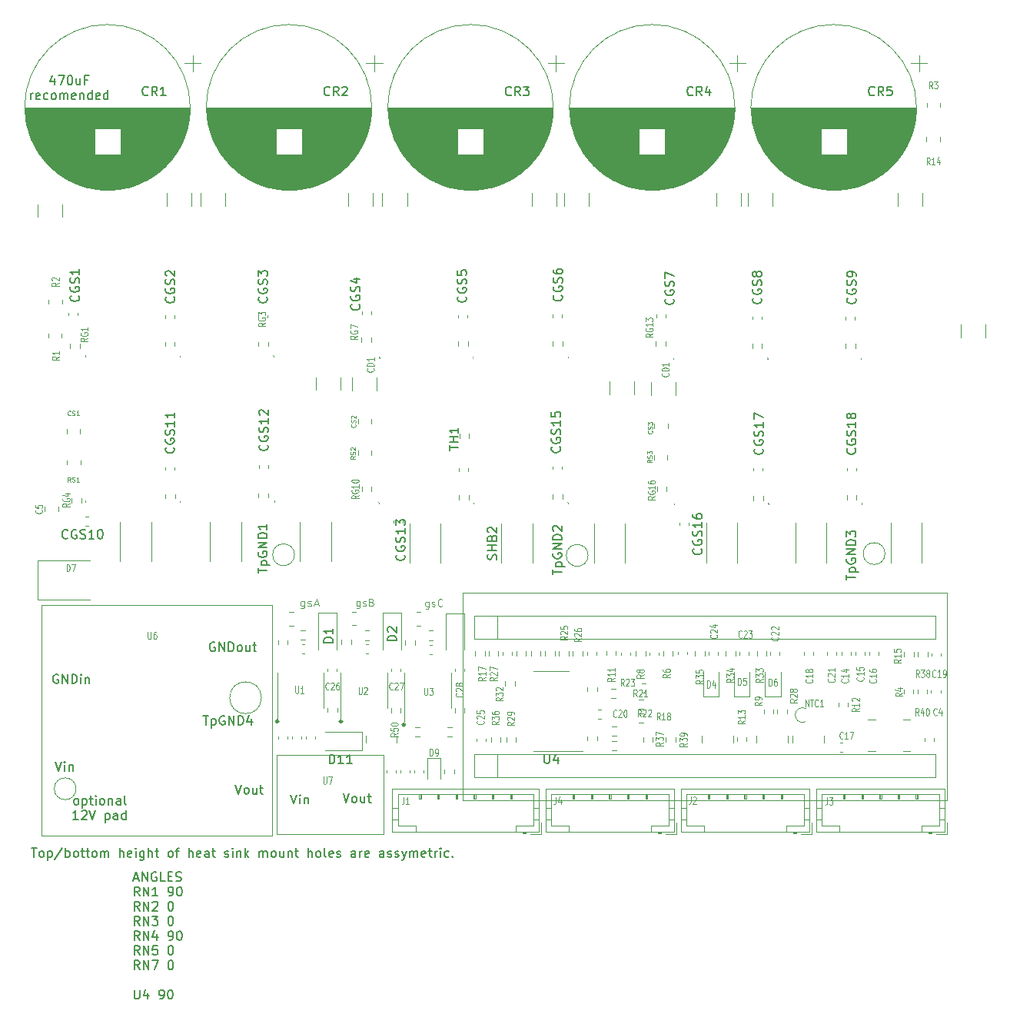
<source format=gbr>
%TF.GenerationSoftware,KiCad,Pcbnew,7.0.1-0*%
%TF.CreationDate,2023-08-30T12:53:19-04:00*%
%TF.ProjectId,MP2_DFN,4d50325f-4446-44e2-9e6b-696361645f70,rev?*%
%TF.SameCoordinates,Original*%
%TF.FileFunction,Legend,Top*%
%TF.FilePolarity,Positive*%
%FSLAX46Y46*%
G04 Gerber Fmt 4.6, Leading zero omitted, Abs format (unit mm)*
G04 Created by KiCad (PCBNEW 7.0.1-0) date 2023-08-30 12:53:19*
%MOMM*%
%LPD*%
G01*
G04 APERTURE LIST*
%ADD10C,0.294211*%
%ADD11C,0.150000*%
%ADD12C,0.120000*%
%ADD13C,0.125000*%
%ADD14C,0.100000*%
G04 APERTURE END LIST*
D10*
X76206105Y-109375000D02*
G75*
G03*
X76206105Y-109375000I-147105J0D01*
G01*
X83212105Y-109375000D02*
G75*
G03*
X83212105Y-109375000I-147105J0D01*
G01*
X90147105Y-109750000D02*
G75*
G03*
X90147105Y-109750000I-147105J0D01*
G01*
D11*
X60270476Y-126701904D02*
X60746666Y-126701904D01*
X60175238Y-126987619D02*
X60508571Y-125987619D01*
X60508571Y-125987619D02*
X60841904Y-126987619D01*
X61175238Y-126987619D02*
X61175238Y-125987619D01*
X61175238Y-125987619D02*
X61746666Y-126987619D01*
X61746666Y-126987619D02*
X61746666Y-125987619D01*
X62746666Y-126035238D02*
X62651428Y-125987619D01*
X62651428Y-125987619D02*
X62508571Y-125987619D01*
X62508571Y-125987619D02*
X62365714Y-126035238D01*
X62365714Y-126035238D02*
X62270476Y-126130476D01*
X62270476Y-126130476D02*
X62222857Y-126225714D01*
X62222857Y-126225714D02*
X62175238Y-126416190D01*
X62175238Y-126416190D02*
X62175238Y-126559047D01*
X62175238Y-126559047D02*
X62222857Y-126749523D01*
X62222857Y-126749523D02*
X62270476Y-126844761D01*
X62270476Y-126844761D02*
X62365714Y-126940000D01*
X62365714Y-126940000D02*
X62508571Y-126987619D01*
X62508571Y-126987619D02*
X62603809Y-126987619D01*
X62603809Y-126987619D02*
X62746666Y-126940000D01*
X62746666Y-126940000D02*
X62794285Y-126892380D01*
X62794285Y-126892380D02*
X62794285Y-126559047D01*
X62794285Y-126559047D02*
X62603809Y-126559047D01*
X63699047Y-126987619D02*
X63222857Y-126987619D01*
X63222857Y-126987619D02*
X63222857Y-125987619D01*
X64032381Y-126463809D02*
X64365714Y-126463809D01*
X64508571Y-126987619D02*
X64032381Y-126987619D01*
X64032381Y-126987619D02*
X64032381Y-125987619D01*
X64032381Y-125987619D02*
X64508571Y-125987619D01*
X64889524Y-126940000D02*
X65032381Y-126987619D01*
X65032381Y-126987619D02*
X65270476Y-126987619D01*
X65270476Y-126987619D02*
X65365714Y-126940000D01*
X65365714Y-126940000D02*
X65413333Y-126892380D01*
X65413333Y-126892380D02*
X65460952Y-126797142D01*
X65460952Y-126797142D02*
X65460952Y-126701904D01*
X65460952Y-126701904D02*
X65413333Y-126606666D01*
X65413333Y-126606666D02*
X65365714Y-126559047D01*
X65365714Y-126559047D02*
X65270476Y-126511428D01*
X65270476Y-126511428D02*
X65080000Y-126463809D01*
X65080000Y-126463809D02*
X64984762Y-126416190D01*
X64984762Y-126416190D02*
X64937143Y-126368571D01*
X64937143Y-126368571D02*
X64889524Y-126273333D01*
X64889524Y-126273333D02*
X64889524Y-126178095D01*
X64889524Y-126178095D02*
X64937143Y-126082857D01*
X64937143Y-126082857D02*
X64984762Y-126035238D01*
X64984762Y-126035238D02*
X65080000Y-125987619D01*
X65080000Y-125987619D02*
X65318095Y-125987619D01*
X65318095Y-125987619D02*
X65460952Y-126035238D01*
X60889523Y-128607619D02*
X60556190Y-128131428D01*
X60318095Y-128607619D02*
X60318095Y-127607619D01*
X60318095Y-127607619D02*
X60699047Y-127607619D01*
X60699047Y-127607619D02*
X60794285Y-127655238D01*
X60794285Y-127655238D02*
X60841904Y-127702857D01*
X60841904Y-127702857D02*
X60889523Y-127798095D01*
X60889523Y-127798095D02*
X60889523Y-127940952D01*
X60889523Y-127940952D02*
X60841904Y-128036190D01*
X60841904Y-128036190D02*
X60794285Y-128083809D01*
X60794285Y-128083809D02*
X60699047Y-128131428D01*
X60699047Y-128131428D02*
X60318095Y-128131428D01*
X61318095Y-128607619D02*
X61318095Y-127607619D01*
X61318095Y-127607619D02*
X61889523Y-128607619D01*
X61889523Y-128607619D02*
X61889523Y-127607619D01*
X62889523Y-128607619D02*
X62318095Y-128607619D01*
X62603809Y-128607619D02*
X62603809Y-127607619D01*
X62603809Y-127607619D02*
X62508571Y-127750476D01*
X62508571Y-127750476D02*
X62413333Y-127845714D01*
X62413333Y-127845714D02*
X62318095Y-127893333D01*
X64127618Y-128607619D02*
X64318094Y-128607619D01*
X64318094Y-128607619D02*
X64413332Y-128560000D01*
X64413332Y-128560000D02*
X64460951Y-128512380D01*
X64460951Y-128512380D02*
X64556189Y-128369523D01*
X64556189Y-128369523D02*
X64603808Y-128179047D01*
X64603808Y-128179047D02*
X64603808Y-127798095D01*
X64603808Y-127798095D02*
X64556189Y-127702857D01*
X64556189Y-127702857D02*
X64508570Y-127655238D01*
X64508570Y-127655238D02*
X64413332Y-127607619D01*
X64413332Y-127607619D02*
X64222856Y-127607619D01*
X64222856Y-127607619D02*
X64127618Y-127655238D01*
X64127618Y-127655238D02*
X64079999Y-127702857D01*
X64079999Y-127702857D02*
X64032380Y-127798095D01*
X64032380Y-127798095D02*
X64032380Y-128036190D01*
X64032380Y-128036190D02*
X64079999Y-128131428D01*
X64079999Y-128131428D02*
X64127618Y-128179047D01*
X64127618Y-128179047D02*
X64222856Y-128226666D01*
X64222856Y-128226666D02*
X64413332Y-128226666D01*
X64413332Y-128226666D02*
X64508570Y-128179047D01*
X64508570Y-128179047D02*
X64556189Y-128131428D01*
X64556189Y-128131428D02*
X64603808Y-128036190D01*
X65222856Y-127607619D02*
X65318094Y-127607619D01*
X65318094Y-127607619D02*
X65413332Y-127655238D01*
X65413332Y-127655238D02*
X65460951Y-127702857D01*
X65460951Y-127702857D02*
X65508570Y-127798095D01*
X65508570Y-127798095D02*
X65556189Y-127988571D01*
X65556189Y-127988571D02*
X65556189Y-128226666D01*
X65556189Y-128226666D02*
X65508570Y-128417142D01*
X65508570Y-128417142D02*
X65460951Y-128512380D01*
X65460951Y-128512380D02*
X65413332Y-128560000D01*
X65413332Y-128560000D02*
X65318094Y-128607619D01*
X65318094Y-128607619D02*
X65222856Y-128607619D01*
X65222856Y-128607619D02*
X65127618Y-128560000D01*
X65127618Y-128560000D02*
X65079999Y-128512380D01*
X65079999Y-128512380D02*
X65032380Y-128417142D01*
X65032380Y-128417142D02*
X64984761Y-128226666D01*
X64984761Y-128226666D02*
X64984761Y-127988571D01*
X64984761Y-127988571D02*
X65032380Y-127798095D01*
X65032380Y-127798095D02*
X65079999Y-127702857D01*
X65079999Y-127702857D02*
X65127618Y-127655238D01*
X65127618Y-127655238D02*
X65222856Y-127607619D01*
X60889523Y-130227619D02*
X60556190Y-129751428D01*
X60318095Y-130227619D02*
X60318095Y-129227619D01*
X60318095Y-129227619D02*
X60699047Y-129227619D01*
X60699047Y-129227619D02*
X60794285Y-129275238D01*
X60794285Y-129275238D02*
X60841904Y-129322857D01*
X60841904Y-129322857D02*
X60889523Y-129418095D01*
X60889523Y-129418095D02*
X60889523Y-129560952D01*
X60889523Y-129560952D02*
X60841904Y-129656190D01*
X60841904Y-129656190D02*
X60794285Y-129703809D01*
X60794285Y-129703809D02*
X60699047Y-129751428D01*
X60699047Y-129751428D02*
X60318095Y-129751428D01*
X61318095Y-130227619D02*
X61318095Y-129227619D01*
X61318095Y-129227619D02*
X61889523Y-130227619D01*
X61889523Y-130227619D02*
X61889523Y-129227619D01*
X62318095Y-129322857D02*
X62365714Y-129275238D01*
X62365714Y-129275238D02*
X62460952Y-129227619D01*
X62460952Y-129227619D02*
X62699047Y-129227619D01*
X62699047Y-129227619D02*
X62794285Y-129275238D01*
X62794285Y-129275238D02*
X62841904Y-129322857D01*
X62841904Y-129322857D02*
X62889523Y-129418095D01*
X62889523Y-129418095D02*
X62889523Y-129513333D01*
X62889523Y-129513333D02*
X62841904Y-129656190D01*
X62841904Y-129656190D02*
X62270476Y-130227619D01*
X62270476Y-130227619D02*
X62889523Y-130227619D01*
X64270475Y-129227619D02*
X64365713Y-129227619D01*
X64365713Y-129227619D02*
X64460951Y-129275238D01*
X64460951Y-129275238D02*
X64508570Y-129322857D01*
X64508570Y-129322857D02*
X64556189Y-129418095D01*
X64556189Y-129418095D02*
X64603808Y-129608571D01*
X64603808Y-129608571D02*
X64603808Y-129846666D01*
X64603808Y-129846666D02*
X64556189Y-130037142D01*
X64556189Y-130037142D02*
X64508570Y-130132380D01*
X64508570Y-130132380D02*
X64460951Y-130180000D01*
X64460951Y-130180000D02*
X64365713Y-130227619D01*
X64365713Y-130227619D02*
X64270475Y-130227619D01*
X64270475Y-130227619D02*
X64175237Y-130180000D01*
X64175237Y-130180000D02*
X64127618Y-130132380D01*
X64127618Y-130132380D02*
X64079999Y-130037142D01*
X64079999Y-130037142D02*
X64032380Y-129846666D01*
X64032380Y-129846666D02*
X64032380Y-129608571D01*
X64032380Y-129608571D02*
X64079999Y-129418095D01*
X64079999Y-129418095D02*
X64127618Y-129322857D01*
X64127618Y-129322857D02*
X64175237Y-129275238D01*
X64175237Y-129275238D02*
X64270475Y-129227619D01*
X60889523Y-131847619D02*
X60556190Y-131371428D01*
X60318095Y-131847619D02*
X60318095Y-130847619D01*
X60318095Y-130847619D02*
X60699047Y-130847619D01*
X60699047Y-130847619D02*
X60794285Y-130895238D01*
X60794285Y-130895238D02*
X60841904Y-130942857D01*
X60841904Y-130942857D02*
X60889523Y-131038095D01*
X60889523Y-131038095D02*
X60889523Y-131180952D01*
X60889523Y-131180952D02*
X60841904Y-131276190D01*
X60841904Y-131276190D02*
X60794285Y-131323809D01*
X60794285Y-131323809D02*
X60699047Y-131371428D01*
X60699047Y-131371428D02*
X60318095Y-131371428D01*
X61318095Y-131847619D02*
X61318095Y-130847619D01*
X61318095Y-130847619D02*
X61889523Y-131847619D01*
X61889523Y-131847619D02*
X61889523Y-130847619D01*
X62270476Y-130847619D02*
X62889523Y-130847619D01*
X62889523Y-130847619D02*
X62556190Y-131228571D01*
X62556190Y-131228571D02*
X62699047Y-131228571D01*
X62699047Y-131228571D02*
X62794285Y-131276190D01*
X62794285Y-131276190D02*
X62841904Y-131323809D01*
X62841904Y-131323809D02*
X62889523Y-131419047D01*
X62889523Y-131419047D02*
X62889523Y-131657142D01*
X62889523Y-131657142D02*
X62841904Y-131752380D01*
X62841904Y-131752380D02*
X62794285Y-131800000D01*
X62794285Y-131800000D02*
X62699047Y-131847619D01*
X62699047Y-131847619D02*
X62413333Y-131847619D01*
X62413333Y-131847619D02*
X62318095Y-131800000D01*
X62318095Y-131800000D02*
X62270476Y-131752380D01*
X64270475Y-130847619D02*
X64365713Y-130847619D01*
X64365713Y-130847619D02*
X64460951Y-130895238D01*
X64460951Y-130895238D02*
X64508570Y-130942857D01*
X64508570Y-130942857D02*
X64556189Y-131038095D01*
X64556189Y-131038095D02*
X64603808Y-131228571D01*
X64603808Y-131228571D02*
X64603808Y-131466666D01*
X64603808Y-131466666D02*
X64556189Y-131657142D01*
X64556189Y-131657142D02*
X64508570Y-131752380D01*
X64508570Y-131752380D02*
X64460951Y-131800000D01*
X64460951Y-131800000D02*
X64365713Y-131847619D01*
X64365713Y-131847619D02*
X64270475Y-131847619D01*
X64270475Y-131847619D02*
X64175237Y-131800000D01*
X64175237Y-131800000D02*
X64127618Y-131752380D01*
X64127618Y-131752380D02*
X64079999Y-131657142D01*
X64079999Y-131657142D02*
X64032380Y-131466666D01*
X64032380Y-131466666D02*
X64032380Y-131228571D01*
X64032380Y-131228571D02*
X64079999Y-131038095D01*
X64079999Y-131038095D02*
X64127618Y-130942857D01*
X64127618Y-130942857D02*
X64175237Y-130895238D01*
X64175237Y-130895238D02*
X64270475Y-130847619D01*
X60889523Y-133467619D02*
X60556190Y-132991428D01*
X60318095Y-133467619D02*
X60318095Y-132467619D01*
X60318095Y-132467619D02*
X60699047Y-132467619D01*
X60699047Y-132467619D02*
X60794285Y-132515238D01*
X60794285Y-132515238D02*
X60841904Y-132562857D01*
X60841904Y-132562857D02*
X60889523Y-132658095D01*
X60889523Y-132658095D02*
X60889523Y-132800952D01*
X60889523Y-132800952D02*
X60841904Y-132896190D01*
X60841904Y-132896190D02*
X60794285Y-132943809D01*
X60794285Y-132943809D02*
X60699047Y-132991428D01*
X60699047Y-132991428D02*
X60318095Y-132991428D01*
X61318095Y-133467619D02*
X61318095Y-132467619D01*
X61318095Y-132467619D02*
X61889523Y-133467619D01*
X61889523Y-133467619D02*
X61889523Y-132467619D01*
X62794285Y-132800952D02*
X62794285Y-133467619D01*
X62556190Y-132420000D02*
X62318095Y-133134285D01*
X62318095Y-133134285D02*
X62937142Y-133134285D01*
X64127618Y-133467619D02*
X64318094Y-133467619D01*
X64318094Y-133467619D02*
X64413332Y-133420000D01*
X64413332Y-133420000D02*
X64460951Y-133372380D01*
X64460951Y-133372380D02*
X64556189Y-133229523D01*
X64556189Y-133229523D02*
X64603808Y-133039047D01*
X64603808Y-133039047D02*
X64603808Y-132658095D01*
X64603808Y-132658095D02*
X64556189Y-132562857D01*
X64556189Y-132562857D02*
X64508570Y-132515238D01*
X64508570Y-132515238D02*
X64413332Y-132467619D01*
X64413332Y-132467619D02*
X64222856Y-132467619D01*
X64222856Y-132467619D02*
X64127618Y-132515238D01*
X64127618Y-132515238D02*
X64079999Y-132562857D01*
X64079999Y-132562857D02*
X64032380Y-132658095D01*
X64032380Y-132658095D02*
X64032380Y-132896190D01*
X64032380Y-132896190D02*
X64079999Y-132991428D01*
X64079999Y-132991428D02*
X64127618Y-133039047D01*
X64127618Y-133039047D02*
X64222856Y-133086666D01*
X64222856Y-133086666D02*
X64413332Y-133086666D01*
X64413332Y-133086666D02*
X64508570Y-133039047D01*
X64508570Y-133039047D02*
X64556189Y-132991428D01*
X64556189Y-132991428D02*
X64603808Y-132896190D01*
X65222856Y-132467619D02*
X65318094Y-132467619D01*
X65318094Y-132467619D02*
X65413332Y-132515238D01*
X65413332Y-132515238D02*
X65460951Y-132562857D01*
X65460951Y-132562857D02*
X65508570Y-132658095D01*
X65508570Y-132658095D02*
X65556189Y-132848571D01*
X65556189Y-132848571D02*
X65556189Y-133086666D01*
X65556189Y-133086666D02*
X65508570Y-133277142D01*
X65508570Y-133277142D02*
X65460951Y-133372380D01*
X65460951Y-133372380D02*
X65413332Y-133420000D01*
X65413332Y-133420000D02*
X65318094Y-133467619D01*
X65318094Y-133467619D02*
X65222856Y-133467619D01*
X65222856Y-133467619D02*
X65127618Y-133420000D01*
X65127618Y-133420000D02*
X65079999Y-133372380D01*
X65079999Y-133372380D02*
X65032380Y-133277142D01*
X65032380Y-133277142D02*
X64984761Y-133086666D01*
X64984761Y-133086666D02*
X64984761Y-132848571D01*
X64984761Y-132848571D02*
X65032380Y-132658095D01*
X65032380Y-132658095D02*
X65079999Y-132562857D01*
X65079999Y-132562857D02*
X65127618Y-132515238D01*
X65127618Y-132515238D02*
X65222856Y-132467619D01*
X60889523Y-135087619D02*
X60556190Y-134611428D01*
X60318095Y-135087619D02*
X60318095Y-134087619D01*
X60318095Y-134087619D02*
X60699047Y-134087619D01*
X60699047Y-134087619D02*
X60794285Y-134135238D01*
X60794285Y-134135238D02*
X60841904Y-134182857D01*
X60841904Y-134182857D02*
X60889523Y-134278095D01*
X60889523Y-134278095D02*
X60889523Y-134420952D01*
X60889523Y-134420952D02*
X60841904Y-134516190D01*
X60841904Y-134516190D02*
X60794285Y-134563809D01*
X60794285Y-134563809D02*
X60699047Y-134611428D01*
X60699047Y-134611428D02*
X60318095Y-134611428D01*
X61318095Y-135087619D02*
X61318095Y-134087619D01*
X61318095Y-134087619D02*
X61889523Y-135087619D01*
X61889523Y-135087619D02*
X61889523Y-134087619D01*
X62841904Y-134087619D02*
X62365714Y-134087619D01*
X62365714Y-134087619D02*
X62318095Y-134563809D01*
X62318095Y-134563809D02*
X62365714Y-134516190D01*
X62365714Y-134516190D02*
X62460952Y-134468571D01*
X62460952Y-134468571D02*
X62699047Y-134468571D01*
X62699047Y-134468571D02*
X62794285Y-134516190D01*
X62794285Y-134516190D02*
X62841904Y-134563809D01*
X62841904Y-134563809D02*
X62889523Y-134659047D01*
X62889523Y-134659047D02*
X62889523Y-134897142D01*
X62889523Y-134897142D02*
X62841904Y-134992380D01*
X62841904Y-134992380D02*
X62794285Y-135040000D01*
X62794285Y-135040000D02*
X62699047Y-135087619D01*
X62699047Y-135087619D02*
X62460952Y-135087619D01*
X62460952Y-135087619D02*
X62365714Y-135040000D01*
X62365714Y-135040000D02*
X62318095Y-134992380D01*
X64270475Y-134087619D02*
X64365713Y-134087619D01*
X64365713Y-134087619D02*
X64460951Y-134135238D01*
X64460951Y-134135238D02*
X64508570Y-134182857D01*
X64508570Y-134182857D02*
X64556189Y-134278095D01*
X64556189Y-134278095D02*
X64603808Y-134468571D01*
X64603808Y-134468571D02*
X64603808Y-134706666D01*
X64603808Y-134706666D02*
X64556189Y-134897142D01*
X64556189Y-134897142D02*
X64508570Y-134992380D01*
X64508570Y-134992380D02*
X64460951Y-135040000D01*
X64460951Y-135040000D02*
X64365713Y-135087619D01*
X64365713Y-135087619D02*
X64270475Y-135087619D01*
X64270475Y-135087619D02*
X64175237Y-135040000D01*
X64175237Y-135040000D02*
X64127618Y-134992380D01*
X64127618Y-134992380D02*
X64079999Y-134897142D01*
X64079999Y-134897142D02*
X64032380Y-134706666D01*
X64032380Y-134706666D02*
X64032380Y-134468571D01*
X64032380Y-134468571D02*
X64079999Y-134278095D01*
X64079999Y-134278095D02*
X64127618Y-134182857D01*
X64127618Y-134182857D02*
X64175237Y-134135238D01*
X64175237Y-134135238D02*
X64270475Y-134087619D01*
X60889523Y-136707619D02*
X60556190Y-136231428D01*
X60318095Y-136707619D02*
X60318095Y-135707619D01*
X60318095Y-135707619D02*
X60699047Y-135707619D01*
X60699047Y-135707619D02*
X60794285Y-135755238D01*
X60794285Y-135755238D02*
X60841904Y-135802857D01*
X60841904Y-135802857D02*
X60889523Y-135898095D01*
X60889523Y-135898095D02*
X60889523Y-136040952D01*
X60889523Y-136040952D02*
X60841904Y-136136190D01*
X60841904Y-136136190D02*
X60794285Y-136183809D01*
X60794285Y-136183809D02*
X60699047Y-136231428D01*
X60699047Y-136231428D02*
X60318095Y-136231428D01*
X61318095Y-136707619D02*
X61318095Y-135707619D01*
X61318095Y-135707619D02*
X61889523Y-136707619D01*
X61889523Y-136707619D02*
X61889523Y-135707619D01*
X62270476Y-135707619D02*
X62937142Y-135707619D01*
X62937142Y-135707619D02*
X62508571Y-136707619D01*
X64270475Y-135707619D02*
X64365713Y-135707619D01*
X64365713Y-135707619D02*
X64460951Y-135755238D01*
X64460951Y-135755238D02*
X64508570Y-135802857D01*
X64508570Y-135802857D02*
X64556189Y-135898095D01*
X64556189Y-135898095D02*
X64603808Y-136088571D01*
X64603808Y-136088571D02*
X64603808Y-136326666D01*
X64603808Y-136326666D02*
X64556189Y-136517142D01*
X64556189Y-136517142D02*
X64508570Y-136612380D01*
X64508570Y-136612380D02*
X64460951Y-136660000D01*
X64460951Y-136660000D02*
X64365713Y-136707619D01*
X64365713Y-136707619D02*
X64270475Y-136707619D01*
X64270475Y-136707619D02*
X64175237Y-136660000D01*
X64175237Y-136660000D02*
X64127618Y-136612380D01*
X64127618Y-136612380D02*
X64079999Y-136517142D01*
X64079999Y-136517142D02*
X64032380Y-136326666D01*
X64032380Y-136326666D02*
X64032380Y-136088571D01*
X64032380Y-136088571D02*
X64079999Y-135898095D01*
X64079999Y-135898095D02*
X64127618Y-135802857D01*
X64127618Y-135802857D02*
X64175237Y-135755238D01*
X64175237Y-135755238D02*
X64270475Y-135707619D01*
X60318095Y-138947619D02*
X60318095Y-139757142D01*
X60318095Y-139757142D02*
X60365714Y-139852380D01*
X60365714Y-139852380D02*
X60413333Y-139900000D01*
X60413333Y-139900000D02*
X60508571Y-139947619D01*
X60508571Y-139947619D02*
X60699047Y-139947619D01*
X60699047Y-139947619D02*
X60794285Y-139900000D01*
X60794285Y-139900000D02*
X60841904Y-139852380D01*
X60841904Y-139852380D02*
X60889523Y-139757142D01*
X60889523Y-139757142D02*
X60889523Y-138947619D01*
X61794285Y-139280952D02*
X61794285Y-139947619D01*
X61556190Y-138900000D02*
X61318095Y-139614285D01*
X61318095Y-139614285D02*
X61937142Y-139614285D01*
X63127619Y-139947619D02*
X63318095Y-139947619D01*
X63318095Y-139947619D02*
X63413333Y-139900000D01*
X63413333Y-139900000D02*
X63460952Y-139852380D01*
X63460952Y-139852380D02*
X63556190Y-139709523D01*
X63556190Y-139709523D02*
X63603809Y-139519047D01*
X63603809Y-139519047D02*
X63603809Y-139138095D01*
X63603809Y-139138095D02*
X63556190Y-139042857D01*
X63556190Y-139042857D02*
X63508571Y-138995238D01*
X63508571Y-138995238D02*
X63413333Y-138947619D01*
X63413333Y-138947619D02*
X63222857Y-138947619D01*
X63222857Y-138947619D02*
X63127619Y-138995238D01*
X63127619Y-138995238D02*
X63080000Y-139042857D01*
X63080000Y-139042857D02*
X63032381Y-139138095D01*
X63032381Y-139138095D02*
X63032381Y-139376190D01*
X63032381Y-139376190D02*
X63080000Y-139471428D01*
X63080000Y-139471428D02*
X63127619Y-139519047D01*
X63127619Y-139519047D02*
X63222857Y-139566666D01*
X63222857Y-139566666D02*
X63413333Y-139566666D01*
X63413333Y-139566666D02*
X63508571Y-139519047D01*
X63508571Y-139519047D02*
X63556190Y-139471428D01*
X63556190Y-139471428D02*
X63603809Y-139376190D01*
X64222857Y-138947619D02*
X64318095Y-138947619D01*
X64318095Y-138947619D02*
X64413333Y-138995238D01*
X64413333Y-138995238D02*
X64460952Y-139042857D01*
X64460952Y-139042857D02*
X64508571Y-139138095D01*
X64508571Y-139138095D02*
X64556190Y-139328571D01*
X64556190Y-139328571D02*
X64556190Y-139566666D01*
X64556190Y-139566666D02*
X64508571Y-139757142D01*
X64508571Y-139757142D02*
X64460952Y-139852380D01*
X64460952Y-139852380D02*
X64413333Y-139900000D01*
X64413333Y-139900000D02*
X64318095Y-139947619D01*
X64318095Y-139947619D02*
X64222857Y-139947619D01*
X64222857Y-139947619D02*
X64127619Y-139900000D01*
X64127619Y-139900000D02*
X64080000Y-139852380D01*
X64080000Y-139852380D02*
X64032381Y-139757142D01*
X64032381Y-139757142D02*
X63984762Y-139566666D01*
X63984762Y-139566666D02*
X63984762Y-139328571D01*
X63984762Y-139328571D02*
X64032381Y-139138095D01*
X64032381Y-139138095D02*
X64080000Y-139042857D01*
X64080000Y-139042857D02*
X64127619Y-138995238D01*
X64127619Y-138995238D02*
X64222857Y-138947619D01*
D12*
X85147619Y-96136761D02*
X85147619Y-96784380D01*
X85147619Y-96784380D02*
X85109524Y-96860571D01*
X85109524Y-96860571D02*
X85071428Y-96898666D01*
X85071428Y-96898666D02*
X84995238Y-96936761D01*
X84995238Y-96936761D02*
X84880952Y-96936761D01*
X84880952Y-96936761D02*
X84804762Y-96898666D01*
X85147619Y-96632000D02*
X85071428Y-96670095D01*
X85071428Y-96670095D02*
X84919047Y-96670095D01*
X84919047Y-96670095D02*
X84842857Y-96632000D01*
X84842857Y-96632000D02*
X84804762Y-96593904D01*
X84804762Y-96593904D02*
X84766666Y-96517714D01*
X84766666Y-96517714D02*
X84766666Y-96289142D01*
X84766666Y-96289142D02*
X84804762Y-96212952D01*
X84804762Y-96212952D02*
X84842857Y-96174857D01*
X84842857Y-96174857D02*
X84919047Y-96136761D01*
X84919047Y-96136761D02*
X85071428Y-96136761D01*
X85071428Y-96136761D02*
X85147619Y-96174857D01*
X85490476Y-96632000D02*
X85566667Y-96670095D01*
X85566667Y-96670095D02*
X85719048Y-96670095D01*
X85719048Y-96670095D02*
X85795238Y-96632000D01*
X85795238Y-96632000D02*
X85833334Y-96555809D01*
X85833334Y-96555809D02*
X85833334Y-96517714D01*
X85833334Y-96517714D02*
X85795238Y-96441523D01*
X85795238Y-96441523D02*
X85719048Y-96403428D01*
X85719048Y-96403428D02*
X85604762Y-96403428D01*
X85604762Y-96403428D02*
X85528572Y-96365333D01*
X85528572Y-96365333D02*
X85490476Y-96289142D01*
X85490476Y-96289142D02*
X85490476Y-96251047D01*
X85490476Y-96251047D02*
X85528572Y-96174857D01*
X85528572Y-96174857D02*
X85604762Y-96136761D01*
X85604762Y-96136761D02*
X85719048Y-96136761D01*
X85719048Y-96136761D02*
X85795238Y-96174857D01*
X86442857Y-96251047D02*
X86557143Y-96289142D01*
X86557143Y-96289142D02*
X86595238Y-96327238D01*
X86595238Y-96327238D02*
X86633334Y-96403428D01*
X86633334Y-96403428D02*
X86633334Y-96517714D01*
X86633334Y-96517714D02*
X86595238Y-96593904D01*
X86595238Y-96593904D02*
X86557143Y-96632000D01*
X86557143Y-96632000D02*
X86480953Y-96670095D01*
X86480953Y-96670095D02*
X86176191Y-96670095D01*
X86176191Y-96670095D02*
X86176191Y-95870095D01*
X86176191Y-95870095D02*
X86442857Y-95870095D01*
X86442857Y-95870095D02*
X86519048Y-95908190D01*
X86519048Y-95908190D02*
X86557143Y-95946285D01*
X86557143Y-95946285D02*
X86595238Y-96022476D01*
X86595238Y-96022476D02*
X86595238Y-96098666D01*
X86595238Y-96098666D02*
X86557143Y-96174857D01*
X86557143Y-96174857D02*
X86519048Y-96212952D01*
X86519048Y-96212952D02*
X86442857Y-96251047D01*
X86442857Y-96251047D02*
X86176191Y-96251047D01*
D11*
X51507142Y-38590952D02*
X51507142Y-39257619D01*
X51269047Y-38210000D02*
X51030952Y-38924285D01*
X51030952Y-38924285D02*
X51649999Y-38924285D01*
X51935714Y-38257619D02*
X52602380Y-38257619D01*
X52602380Y-38257619D02*
X52173809Y-39257619D01*
X53173809Y-38257619D02*
X53269047Y-38257619D01*
X53269047Y-38257619D02*
X53364285Y-38305238D01*
X53364285Y-38305238D02*
X53411904Y-38352857D01*
X53411904Y-38352857D02*
X53459523Y-38448095D01*
X53459523Y-38448095D02*
X53507142Y-38638571D01*
X53507142Y-38638571D02*
X53507142Y-38876666D01*
X53507142Y-38876666D02*
X53459523Y-39067142D01*
X53459523Y-39067142D02*
X53411904Y-39162380D01*
X53411904Y-39162380D02*
X53364285Y-39210000D01*
X53364285Y-39210000D02*
X53269047Y-39257619D01*
X53269047Y-39257619D02*
X53173809Y-39257619D01*
X53173809Y-39257619D02*
X53078571Y-39210000D01*
X53078571Y-39210000D02*
X53030952Y-39162380D01*
X53030952Y-39162380D02*
X52983333Y-39067142D01*
X52983333Y-39067142D02*
X52935714Y-38876666D01*
X52935714Y-38876666D02*
X52935714Y-38638571D01*
X52935714Y-38638571D02*
X52983333Y-38448095D01*
X52983333Y-38448095D02*
X53030952Y-38352857D01*
X53030952Y-38352857D02*
X53078571Y-38305238D01*
X53078571Y-38305238D02*
X53173809Y-38257619D01*
X54364285Y-38590952D02*
X54364285Y-39257619D01*
X53935714Y-38590952D02*
X53935714Y-39114761D01*
X53935714Y-39114761D02*
X53983333Y-39210000D01*
X53983333Y-39210000D02*
X54078571Y-39257619D01*
X54078571Y-39257619D02*
X54221428Y-39257619D01*
X54221428Y-39257619D02*
X54316666Y-39210000D01*
X54316666Y-39210000D02*
X54364285Y-39162380D01*
X55173809Y-38733809D02*
X54840476Y-38733809D01*
X54840476Y-39257619D02*
X54840476Y-38257619D01*
X54840476Y-38257619D02*
X55316666Y-38257619D01*
X48888095Y-40877619D02*
X48888095Y-40210952D01*
X48888095Y-40401428D02*
X48935714Y-40306190D01*
X48935714Y-40306190D02*
X48983333Y-40258571D01*
X48983333Y-40258571D02*
X49078571Y-40210952D01*
X49078571Y-40210952D02*
X49173809Y-40210952D01*
X49888095Y-40830000D02*
X49792857Y-40877619D01*
X49792857Y-40877619D02*
X49602381Y-40877619D01*
X49602381Y-40877619D02*
X49507143Y-40830000D01*
X49507143Y-40830000D02*
X49459524Y-40734761D01*
X49459524Y-40734761D02*
X49459524Y-40353809D01*
X49459524Y-40353809D02*
X49507143Y-40258571D01*
X49507143Y-40258571D02*
X49602381Y-40210952D01*
X49602381Y-40210952D02*
X49792857Y-40210952D01*
X49792857Y-40210952D02*
X49888095Y-40258571D01*
X49888095Y-40258571D02*
X49935714Y-40353809D01*
X49935714Y-40353809D02*
X49935714Y-40449047D01*
X49935714Y-40449047D02*
X49459524Y-40544285D01*
X50792857Y-40830000D02*
X50697619Y-40877619D01*
X50697619Y-40877619D02*
X50507143Y-40877619D01*
X50507143Y-40877619D02*
X50411905Y-40830000D01*
X50411905Y-40830000D02*
X50364286Y-40782380D01*
X50364286Y-40782380D02*
X50316667Y-40687142D01*
X50316667Y-40687142D02*
X50316667Y-40401428D01*
X50316667Y-40401428D02*
X50364286Y-40306190D01*
X50364286Y-40306190D02*
X50411905Y-40258571D01*
X50411905Y-40258571D02*
X50507143Y-40210952D01*
X50507143Y-40210952D02*
X50697619Y-40210952D01*
X50697619Y-40210952D02*
X50792857Y-40258571D01*
X51364286Y-40877619D02*
X51269048Y-40830000D01*
X51269048Y-40830000D02*
X51221429Y-40782380D01*
X51221429Y-40782380D02*
X51173810Y-40687142D01*
X51173810Y-40687142D02*
X51173810Y-40401428D01*
X51173810Y-40401428D02*
X51221429Y-40306190D01*
X51221429Y-40306190D02*
X51269048Y-40258571D01*
X51269048Y-40258571D02*
X51364286Y-40210952D01*
X51364286Y-40210952D02*
X51507143Y-40210952D01*
X51507143Y-40210952D02*
X51602381Y-40258571D01*
X51602381Y-40258571D02*
X51650000Y-40306190D01*
X51650000Y-40306190D02*
X51697619Y-40401428D01*
X51697619Y-40401428D02*
X51697619Y-40687142D01*
X51697619Y-40687142D02*
X51650000Y-40782380D01*
X51650000Y-40782380D02*
X51602381Y-40830000D01*
X51602381Y-40830000D02*
X51507143Y-40877619D01*
X51507143Y-40877619D02*
X51364286Y-40877619D01*
X52126191Y-40877619D02*
X52126191Y-40210952D01*
X52126191Y-40306190D02*
X52173810Y-40258571D01*
X52173810Y-40258571D02*
X52269048Y-40210952D01*
X52269048Y-40210952D02*
X52411905Y-40210952D01*
X52411905Y-40210952D02*
X52507143Y-40258571D01*
X52507143Y-40258571D02*
X52554762Y-40353809D01*
X52554762Y-40353809D02*
X52554762Y-40877619D01*
X52554762Y-40353809D02*
X52602381Y-40258571D01*
X52602381Y-40258571D02*
X52697619Y-40210952D01*
X52697619Y-40210952D02*
X52840476Y-40210952D01*
X52840476Y-40210952D02*
X52935715Y-40258571D01*
X52935715Y-40258571D02*
X52983334Y-40353809D01*
X52983334Y-40353809D02*
X52983334Y-40877619D01*
X53840476Y-40830000D02*
X53745238Y-40877619D01*
X53745238Y-40877619D02*
X53554762Y-40877619D01*
X53554762Y-40877619D02*
X53459524Y-40830000D01*
X53459524Y-40830000D02*
X53411905Y-40734761D01*
X53411905Y-40734761D02*
X53411905Y-40353809D01*
X53411905Y-40353809D02*
X53459524Y-40258571D01*
X53459524Y-40258571D02*
X53554762Y-40210952D01*
X53554762Y-40210952D02*
X53745238Y-40210952D01*
X53745238Y-40210952D02*
X53840476Y-40258571D01*
X53840476Y-40258571D02*
X53888095Y-40353809D01*
X53888095Y-40353809D02*
X53888095Y-40449047D01*
X53888095Y-40449047D02*
X53411905Y-40544285D01*
X54316667Y-40210952D02*
X54316667Y-40877619D01*
X54316667Y-40306190D02*
X54364286Y-40258571D01*
X54364286Y-40258571D02*
X54459524Y-40210952D01*
X54459524Y-40210952D02*
X54602381Y-40210952D01*
X54602381Y-40210952D02*
X54697619Y-40258571D01*
X54697619Y-40258571D02*
X54745238Y-40353809D01*
X54745238Y-40353809D02*
X54745238Y-40877619D01*
X55650000Y-40877619D02*
X55650000Y-39877619D01*
X55650000Y-40830000D02*
X55554762Y-40877619D01*
X55554762Y-40877619D02*
X55364286Y-40877619D01*
X55364286Y-40877619D02*
X55269048Y-40830000D01*
X55269048Y-40830000D02*
X55221429Y-40782380D01*
X55221429Y-40782380D02*
X55173810Y-40687142D01*
X55173810Y-40687142D02*
X55173810Y-40401428D01*
X55173810Y-40401428D02*
X55221429Y-40306190D01*
X55221429Y-40306190D02*
X55269048Y-40258571D01*
X55269048Y-40258571D02*
X55364286Y-40210952D01*
X55364286Y-40210952D02*
X55554762Y-40210952D01*
X55554762Y-40210952D02*
X55650000Y-40258571D01*
X56507143Y-40830000D02*
X56411905Y-40877619D01*
X56411905Y-40877619D02*
X56221429Y-40877619D01*
X56221429Y-40877619D02*
X56126191Y-40830000D01*
X56126191Y-40830000D02*
X56078572Y-40734761D01*
X56078572Y-40734761D02*
X56078572Y-40353809D01*
X56078572Y-40353809D02*
X56126191Y-40258571D01*
X56126191Y-40258571D02*
X56221429Y-40210952D01*
X56221429Y-40210952D02*
X56411905Y-40210952D01*
X56411905Y-40210952D02*
X56507143Y-40258571D01*
X56507143Y-40258571D02*
X56554762Y-40353809D01*
X56554762Y-40353809D02*
X56554762Y-40449047D01*
X56554762Y-40449047D02*
X56078572Y-40544285D01*
X57411905Y-40877619D02*
X57411905Y-39877619D01*
X57411905Y-40830000D02*
X57316667Y-40877619D01*
X57316667Y-40877619D02*
X57126191Y-40877619D01*
X57126191Y-40877619D02*
X57030953Y-40830000D01*
X57030953Y-40830000D02*
X56983334Y-40782380D01*
X56983334Y-40782380D02*
X56935715Y-40687142D01*
X56935715Y-40687142D02*
X56935715Y-40401428D01*
X56935715Y-40401428D02*
X56983334Y-40306190D01*
X56983334Y-40306190D02*
X57030953Y-40258571D01*
X57030953Y-40258571D02*
X57126191Y-40210952D01*
X57126191Y-40210952D02*
X57316667Y-40210952D01*
X57316667Y-40210952D02*
X57411905Y-40258571D01*
D12*
X92747619Y-96186761D02*
X92747619Y-96834380D01*
X92747619Y-96834380D02*
X92709524Y-96910571D01*
X92709524Y-96910571D02*
X92671428Y-96948666D01*
X92671428Y-96948666D02*
X92595238Y-96986761D01*
X92595238Y-96986761D02*
X92480952Y-96986761D01*
X92480952Y-96986761D02*
X92404762Y-96948666D01*
X92747619Y-96682000D02*
X92671428Y-96720095D01*
X92671428Y-96720095D02*
X92519047Y-96720095D01*
X92519047Y-96720095D02*
X92442857Y-96682000D01*
X92442857Y-96682000D02*
X92404762Y-96643904D01*
X92404762Y-96643904D02*
X92366666Y-96567714D01*
X92366666Y-96567714D02*
X92366666Y-96339142D01*
X92366666Y-96339142D02*
X92404762Y-96262952D01*
X92404762Y-96262952D02*
X92442857Y-96224857D01*
X92442857Y-96224857D02*
X92519047Y-96186761D01*
X92519047Y-96186761D02*
X92671428Y-96186761D01*
X92671428Y-96186761D02*
X92747619Y-96224857D01*
X93090476Y-96682000D02*
X93166667Y-96720095D01*
X93166667Y-96720095D02*
X93319048Y-96720095D01*
X93319048Y-96720095D02*
X93395238Y-96682000D01*
X93395238Y-96682000D02*
X93433334Y-96605809D01*
X93433334Y-96605809D02*
X93433334Y-96567714D01*
X93433334Y-96567714D02*
X93395238Y-96491523D01*
X93395238Y-96491523D02*
X93319048Y-96453428D01*
X93319048Y-96453428D02*
X93204762Y-96453428D01*
X93204762Y-96453428D02*
X93128572Y-96415333D01*
X93128572Y-96415333D02*
X93090476Y-96339142D01*
X93090476Y-96339142D02*
X93090476Y-96301047D01*
X93090476Y-96301047D02*
X93128572Y-96224857D01*
X93128572Y-96224857D02*
X93204762Y-96186761D01*
X93204762Y-96186761D02*
X93319048Y-96186761D01*
X93319048Y-96186761D02*
X93395238Y-96224857D01*
X94233334Y-96643904D02*
X94195238Y-96682000D01*
X94195238Y-96682000D02*
X94080953Y-96720095D01*
X94080953Y-96720095D02*
X94004762Y-96720095D01*
X94004762Y-96720095D02*
X93890476Y-96682000D01*
X93890476Y-96682000D02*
X93814286Y-96605809D01*
X93814286Y-96605809D02*
X93776191Y-96529619D01*
X93776191Y-96529619D02*
X93738095Y-96377238D01*
X93738095Y-96377238D02*
X93738095Y-96262952D01*
X93738095Y-96262952D02*
X93776191Y-96110571D01*
X93776191Y-96110571D02*
X93814286Y-96034380D01*
X93814286Y-96034380D02*
X93890476Y-95958190D01*
X93890476Y-95958190D02*
X94004762Y-95920095D01*
X94004762Y-95920095D02*
X94080953Y-95920095D01*
X94080953Y-95920095D02*
X94195238Y-95958190D01*
X94195238Y-95958190D02*
X94233334Y-95996285D01*
D11*
X48990238Y-123337619D02*
X49561666Y-123337619D01*
X49275952Y-124337619D02*
X49275952Y-123337619D01*
X50037857Y-124337619D02*
X49942619Y-124290000D01*
X49942619Y-124290000D02*
X49895000Y-124242380D01*
X49895000Y-124242380D02*
X49847381Y-124147142D01*
X49847381Y-124147142D02*
X49847381Y-123861428D01*
X49847381Y-123861428D02*
X49895000Y-123766190D01*
X49895000Y-123766190D02*
X49942619Y-123718571D01*
X49942619Y-123718571D02*
X50037857Y-123670952D01*
X50037857Y-123670952D02*
X50180714Y-123670952D01*
X50180714Y-123670952D02*
X50275952Y-123718571D01*
X50275952Y-123718571D02*
X50323571Y-123766190D01*
X50323571Y-123766190D02*
X50371190Y-123861428D01*
X50371190Y-123861428D02*
X50371190Y-124147142D01*
X50371190Y-124147142D02*
X50323571Y-124242380D01*
X50323571Y-124242380D02*
X50275952Y-124290000D01*
X50275952Y-124290000D02*
X50180714Y-124337619D01*
X50180714Y-124337619D02*
X50037857Y-124337619D01*
X50799762Y-123670952D02*
X50799762Y-124670952D01*
X50799762Y-123718571D02*
X50895000Y-123670952D01*
X50895000Y-123670952D02*
X51085476Y-123670952D01*
X51085476Y-123670952D02*
X51180714Y-123718571D01*
X51180714Y-123718571D02*
X51228333Y-123766190D01*
X51228333Y-123766190D02*
X51275952Y-123861428D01*
X51275952Y-123861428D02*
X51275952Y-124147142D01*
X51275952Y-124147142D02*
X51228333Y-124242380D01*
X51228333Y-124242380D02*
X51180714Y-124290000D01*
X51180714Y-124290000D02*
X51085476Y-124337619D01*
X51085476Y-124337619D02*
X50895000Y-124337619D01*
X50895000Y-124337619D02*
X50799762Y-124290000D01*
X52418809Y-123290000D02*
X51561667Y-124575714D01*
X52752143Y-124337619D02*
X52752143Y-123337619D01*
X52752143Y-123718571D02*
X52847381Y-123670952D01*
X52847381Y-123670952D02*
X53037857Y-123670952D01*
X53037857Y-123670952D02*
X53133095Y-123718571D01*
X53133095Y-123718571D02*
X53180714Y-123766190D01*
X53180714Y-123766190D02*
X53228333Y-123861428D01*
X53228333Y-123861428D02*
X53228333Y-124147142D01*
X53228333Y-124147142D02*
X53180714Y-124242380D01*
X53180714Y-124242380D02*
X53133095Y-124290000D01*
X53133095Y-124290000D02*
X53037857Y-124337619D01*
X53037857Y-124337619D02*
X52847381Y-124337619D01*
X52847381Y-124337619D02*
X52752143Y-124290000D01*
X53799762Y-124337619D02*
X53704524Y-124290000D01*
X53704524Y-124290000D02*
X53656905Y-124242380D01*
X53656905Y-124242380D02*
X53609286Y-124147142D01*
X53609286Y-124147142D02*
X53609286Y-123861428D01*
X53609286Y-123861428D02*
X53656905Y-123766190D01*
X53656905Y-123766190D02*
X53704524Y-123718571D01*
X53704524Y-123718571D02*
X53799762Y-123670952D01*
X53799762Y-123670952D02*
X53942619Y-123670952D01*
X53942619Y-123670952D02*
X54037857Y-123718571D01*
X54037857Y-123718571D02*
X54085476Y-123766190D01*
X54085476Y-123766190D02*
X54133095Y-123861428D01*
X54133095Y-123861428D02*
X54133095Y-124147142D01*
X54133095Y-124147142D02*
X54085476Y-124242380D01*
X54085476Y-124242380D02*
X54037857Y-124290000D01*
X54037857Y-124290000D02*
X53942619Y-124337619D01*
X53942619Y-124337619D02*
X53799762Y-124337619D01*
X54418810Y-123670952D02*
X54799762Y-123670952D01*
X54561667Y-123337619D02*
X54561667Y-124194761D01*
X54561667Y-124194761D02*
X54609286Y-124290000D01*
X54609286Y-124290000D02*
X54704524Y-124337619D01*
X54704524Y-124337619D02*
X54799762Y-124337619D01*
X54990239Y-123670952D02*
X55371191Y-123670952D01*
X55133096Y-123337619D02*
X55133096Y-124194761D01*
X55133096Y-124194761D02*
X55180715Y-124290000D01*
X55180715Y-124290000D02*
X55275953Y-124337619D01*
X55275953Y-124337619D02*
X55371191Y-124337619D01*
X55847382Y-124337619D02*
X55752144Y-124290000D01*
X55752144Y-124290000D02*
X55704525Y-124242380D01*
X55704525Y-124242380D02*
X55656906Y-124147142D01*
X55656906Y-124147142D02*
X55656906Y-123861428D01*
X55656906Y-123861428D02*
X55704525Y-123766190D01*
X55704525Y-123766190D02*
X55752144Y-123718571D01*
X55752144Y-123718571D02*
X55847382Y-123670952D01*
X55847382Y-123670952D02*
X55990239Y-123670952D01*
X55990239Y-123670952D02*
X56085477Y-123718571D01*
X56085477Y-123718571D02*
X56133096Y-123766190D01*
X56133096Y-123766190D02*
X56180715Y-123861428D01*
X56180715Y-123861428D02*
X56180715Y-124147142D01*
X56180715Y-124147142D02*
X56133096Y-124242380D01*
X56133096Y-124242380D02*
X56085477Y-124290000D01*
X56085477Y-124290000D02*
X55990239Y-124337619D01*
X55990239Y-124337619D02*
X55847382Y-124337619D01*
X56609287Y-124337619D02*
X56609287Y-123670952D01*
X56609287Y-123766190D02*
X56656906Y-123718571D01*
X56656906Y-123718571D02*
X56752144Y-123670952D01*
X56752144Y-123670952D02*
X56895001Y-123670952D01*
X56895001Y-123670952D02*
X56990239Y-123718571D01*
X56990239Y-123718571D02*
X57037858Y-123813809D01*
X57037858Y-123813809D02*
X57037858Y-124337619D01*
X57037858Y-123813809D02*
X57085477Y-123718571D01*
X57085477Y-123718571D02*
X57180715Y-123670952D01*
X57180715Y-123670952D02*
X57323572Y-123670952D01*
X57323572Y-123670952D02*
X57418811Y-123718571D01*
X57418811Y-123718571D02*
X57466430Y-123813809D01*
X57466430Y-123813809D02*
X57466430Y-124337619D01*
X58704525Y-124337619D02*
X58704525Y-123337619D01*
X59133096Y-124337619D02*
X59133096Y-123813809D01*
X59133096Y-123813809D02*
X59085477Y-123718571D01*
X59085477Y-123718571D02*
X58990239Y-123670952D01*
X58990239Y-123670952D02*
X58847382Y-123670952D01*
X58847382Y-123670952D02*
X58752144Y-123718571D01*
X58752144Y-123718571D02*
X58704525Y-123766190D01*
X59990239Y-124290000D02*
X59895001Y-124337619D01*
X59895001Y-124337619D02*
X59704525Y-124337619D01*
X59704525Y-124337619D02*
X59609287Y-124290000D01*
X59609287Y-124290000D02*
X59561668Y-124194761D01*
X59561668Y-124194761D02*
X59561668Y-123813809D01*
X59561668Y-123813809D02*
X59609287Y-123718571D01*
X59609287Y-123718571D02*
X59704525Y-123670952D01*
X59704525Y-123670952D02*
X59895001Y-123670952D01*
X59895001Y-123670952D02*
X59990239Y-123718571D01*
X59990239Y-123718571D02*
X60037858Y-123813809D01*
X60037858Y-123813809D02*
X60037858Y-123909047D01*
X60037858Y-123909047D02*
X59561668Y-124004285D01*
X60466430Y-124337619D02*
X60466430Y-123670952D01*
X60466430Y-123337619D02*
X60418811Y-123385238D01*
X60418811Y-123385238D02*
X60466430Y-123432857D01*
X60466430Y-123432857D02*
X60514049Y-123385238D01*
X60514049Y-123385238D02*
X60466430Y-123337619D01*
X60466430Y-123337619D02*
X60466430Y-123432857D01*
X61371191Y-123670952D02*
X61371191Y-124480476D01*
X61371191Y-124480476D02*
X61323572Y-124575714D01*
X61323572Y-124575714D02*
X61275953Y-124623333D01*
X61275953Y-124623333D02*
X61180715Y-124670952D01*
X61180715Y-124670952D02*
X61037858Y-124670952D01*
X61037858Y-124670952D02*
X60942620Y-124623333D01*
X61371191Y-124290000D02*
X61275953Y-124337619D01*
X61275953Y-124337619D02*
X61085477Y-124337619D01*
X61085477Y-124337619D02*
X60990239Y-124290000D01*
X60990239Y-124290000D02*
X60942620Y-124242380D01*
X60942620Y-124242380D02*
X60895001Y-124147142D01*
X60895001Y-124147142D02*
X60895001Y-123861428D01*
X60895001Y-123861428D02*
X60942620Y-123766190D01*
X60942620Y-123766190D02*
X60990239Y-123718571D01*
X60990239Y-123718571D02*
X61085477Y-123670952D01*
X61085477Y-123670952D02*
X61275953Y-123670952D01*
X61275953Y-123670952D02*
X61371191Y-123718571D01*
X61847382Y-124337619D02*
X61847382Y-123337619D01*
X62275953Y-124337619D02*
X62275953Y-123813809D01*
X62275953Y-123813809D02*
X62228334Y-123718571D01*
X62228334Y-123718571D02*
X62133096Y-123670952D01*
X62133096Y-123670952D02*
X61990239Y-123670952D01*
X61990239Y-123670952D02*
X61895001Y-123718571D01*
X61895001Y-123718571D02*
X61847382Y-123766190D01*
X62609287Y-123670952D02*
X62990239Y-123670952D01*
X62752144Y-123337619D02*
X62752144Y-124194761D01*
X62752144Y-124194761D02*
X62799763Y-124290000D01*
X62799763Y-124290000D02*
X62895001Y-124337619D01*
X62895001Y-124337619D02*
X62990239Y-124337619D01*
X64228335Y-124337619D02*
X64133097Y-124290000D01*
X64133097Y-124290000D02*
X64085478Y-124242380D01*
X64085478Y-124242380D02*
X64037859Y-124147142D01*
X64037859Y-124147142D02*
X64037859Y-123861428D01*
X64037859Y-123861428D02*
X64085478Y-123766190D01*
X64085478Y-123766190D02*
X64133097Y-123718571D01*
X64133097Y-123718571D02*
X64228335Y-123670952D01*
X64228335Y-123670952D02*
X64371192Y-123670952D01*
X64371192Y-123670952D02*
X64466430Y-123718571D01*
X64466430Y-123718571D02*
X64514049Y-123766190D01*
X64514049Y-123766190D02*
X64561668Y-123861428D01*
X64561668Y-123861428D02*
X64561668Y-124147142D01*
X64561668Y-124147142D02*
X64514049Y-124242380D01*
X64514049Y-124242380D02*
X64466430Y-124290000D01*
X64466430Y-124290000D02*
X64371192Y-124337619D01*
X64371192Y-124337619D02*
X64228335Y-124337619D01*
X64847383Y-123670952D02*
X65228335Y-123670952D01*
X64990240Y-124337619D02*
X64990240Y-123480476D01*
X64990240Y-123480476D02*
X65037859Y-123385238D01*
X65037859Y-123385238D02*
X65133097Y-123337619D01*
X65133097Y-123337619D02*
X65228335Y-123337619D01*
X66323574Y-124337619D02*
X66323574Y-123337619D01*
X66752145Y-124337619D02*
X66752145Y-123813809D01*
X66752145Y-123813809D02*
X66704526Y-123718571D01*
X66704526Y-123718571D02*
X66609288Y-123670952D01*
X66609288Y-123670952D02*
X66466431Y-123670952D01*
X66466431Y-123670952D02*
X66371193Y-123718571D01*
X66371193Y-123718571D02*
X66323574Y-123766190D01*
X67609288Y-124290000D02*
X67514050Y-124337619D01*
X67514050Y-124337619D02*
X67323574Y-124337619D01*
X67323574Y-124337619D02*
X67228336Y-124290000D01*
X67228336Y-124290000D02*
X67180717Y-124194761D01*
X67180717Y-124194761D02*
X67180717Y-123813809D01*
X67180717Y-123813809D02*
X67228336Y-123718571D01*
X67228336Y-123718571D02*
X67323574Y-123670952D01*
X67323574Y-123670952D02*
X67514050Y-123670952D01*
X67514050Y-123670952D02*
X67609288Y-123718571D01*
X67609288Y-123718571D02*
X67656907Y-123813809D01*
X67656907Y-123813809D02*
X67656907Y-123909047D01*
X67656907Y-123909047D02*
X67180717Y-124004285D01*
X68514050Y-124337619D02*
X68514050Y-123813809D01*
X68514050Y-123813809D02*
X68466431Y-123718571D01*
X68466431Y-123718571D02*
X68371193Y-123670952D01*
X68371193Y-123670952D02*
X68180717Y-123670952D01*
X68180717Y-123670952D02*
X68085479Y-123718571D01*
X68514050Y-124290000D02*
X68418812Y-124337619D01*
X68418812Y-124337619D02*
X68180717Y-124337619D01*
X68180717Y-124337619D02*
X68085479Y-124290000D01*
X68085479Y-124290000D02*
X68037860Y-124194761D01*
X68037860Y-124194761D02*
X68037860Y-124099523D01*
X68037860Y-124099523D02*
X68085479Y-124004285D01*
X68085479Y-124004285D02*
X68180717Y-123956666D01*
X68180717Y-123956666D02*
X68418812Y-123956666D01*
X68418812Y-123956666D02*
X68514050Y-123909047D01*
X68847384Y-123670952D02*
X69228336Y-123670952D01*
X68990241Y-123337619D02*
X68990241Y-124194761D01*
X68990241Y-124194761D02*
X69037860Y-124290000D01*
X69037860Y-124290000D02*
X69133098Y-124337619D01*
X69133098Y-124337619D02*
X69228336Y-124337619D01*
X70275956Y-124290000D02*
X70371194Y-124337619D01*
X70371194Y-124337619D02*
X70561670Y-124337619D01*
X70561670Y-124337619D02*
X70656908Y-124290000D01*
X70656908Y-124290000D02*
X70704527Y-124194761D01*
X70704527Y-124194761D02*
X70704527Y-124147142D01*
X70704527Y-124147142D02*
X70656908Y-124051904D01*
X70656908Y-124051904D02*
X70561670Y-124004285D01*
X70561670Y-124004285D02*
X70418813Y-124004285D01*
X70418813Y-124004285D02*
X70323575Y-123956666D01*
X70323575Y-123956666D02*
X70275956Y-123861428D01*
X70275956Y-123861428D02*
X70275956Y-123813809D01*
X70275956Y-123813809D02*
X70323575Y-123718571D01*
X70323575Y-123718571D02*
X70418813Y-123670952D01*
X70418813Y-123670952D02*
X70561670Y-123670952D01*
X70561670Y-123670952D02*
X70656908Y-123718571D01*
X71133099Y-124337619D02*
X71133099Y-123670952D01*
X71133099Y-123337619D02*
X71085480Y-123385238D01*
X71085480Y-123385238D02*
X71133099Y-123432857D01*
X71133099Y-123432857D02*
X71180718Y-123385238D01*
X71180718Y-123385238D02*
X71133099Y-123337619D01*
X71133099Y-123337619D02*
X71133099Y-123432857D01*
X71609289Y-123670952D02*
X71609289Y-124337619D01*
X71609289Y-123766190D02*
X71656908Y-123718571D01*
X71656908Y-123718571D02*
X71752146Y-123670952D01*
X71752146Y-123670952D02*
X71895003Y-123670952D01*
X71895003Y-123670952D02*
X71990241Y-123718571D01*
X71990241Y-123718571D02*
X72037860Y-123813809D01*
X72037860Y-123813809D02*
X72037860Y-124337619D01*
X72514051Y-124337619D02*
X72514051Y-123337619D01*
X72609289Y-123956666D02*
X72895003Y-124337619D01*
X72895003Y-123670952D02*
X72514051Y-124051904D01*
X74085480Y-124337619D02*
X74085480Y-123670952D01*
X74085480Y-123766190D02*
X74133099Y-123718571D01*
X74133099Y-123718571D02*
X74228337Y-123670952D01*
X74228337Y-123670952D02*
X74371194Y-123670952D01*
X74371194Y-123670952D02*
X74466432Y-123718571D01*
X74466432Y-123718571D02*
X74514051Y-123813809D01*
X74514051Y-123813809D02*
X74514051Y-124337619D01*
X74514051Y-123813809D02*
X74561670Y-123718571D01*
X74561670Y-123718571D02*
X74656908Y-123670952D01*
X74656908Y-123670952D02*
X74799765Y-123670952D01*
X74799765Y-123670952D02*
X74895004Y-123718571D01*
X74895004Y-123718571D02*
X74942623Y-123813809D01*
X74942623Y-123813809D02*
X74942623Y-124337619D01*
X75561670Y-124337619D02*
X75466432Y-124290000D01*
X75466432Y-124290000D02*
X75418813Y-124242380D01*
X75418813Y-124242380D02*
X75371194Y-124147142D01*
X75371194Y-124147142D02*
X75371194Y-123861428D01*
X75371194Y-123861428D02*
X75418813Y-123766190D01*
X75418813Y-123766190D02*
X75466432Y-123718571D01*
X75466432Y-123718571D02*
X75561670Y-123670952D01*
X75561670Y-123670952D02*
X75704527Y-123670952D01*
X75704527Y-123670952D02*
X75799765Y-123718571D01*
X75799765Y-123718571D02*
X75847384Y-123766190D01*
X75847384Y-123766190D02*
X75895003Y-123861428D01*
X75895003Y-123861428D02*
X75895003Y-124147142D01*
X75895003Y-124147142D02*
X75847384Y-124242380D01*
X75847384Y-124242380D02*
X75799765Y-124290000D01*
X75799765Y-124290000D02*
X75704527Y-124337619D01*
X75704527Y-124337619D02*
X75561670Y-124337619D01*
X76752146Y-123670952D02*
X76752146Y-124337619D01*
X76323575Y-123670952D02*
X76323575Y-124194761D01*
X76323575Y-124194761D02*
X76371194Y-124290000D01*
X76371194Y-124290000D02*
X76466432Y-124337619D01*
X76466432Y-124337619D02*
X76609289Y-124337619D01*
X76609289Y-124337619D02*
X76704527Y-124290000D01*
X76704527Y-124290000D02*
X76752146Y-124242380D01*
X77228337Y-123670952D02*
X77228337Y-124337619D01*
X77228337Y-123766190D02*
X77275956Y-123718571D01*
X77275956Y-123718571D02*
X77371194Y-123670952D01*
X77371194Y-123670952D02*
X77514051Y-123670952D01*
X77514051Y-123670952D02*
X77609289Y-123718571D01*
X77609289Y-123718571D02*
X77656908Y-123813809D01*
X77656908Y-123813809D02*
X77656908Y-124337619D01*
X77990242Y-123670952D02*
X78371194Y-123670952D01*
X78133099Y-123337619D02*
X78133099Y-124194761D01*
X78133099Y-124194761D02*
X78180718Y-124290000D01*
X78180718Y-124290000D02*
X78275956Y-124337619D01*
X78275956Y-124337619D02*
X78371194Y-124337619D01*
X79466433Y-124337619D02*
X79466433Y-123337619D01*
X79895004Y-124337619D02*
X79895004Y-123813809D01*
X79895004Y-123813809D02*
X79847385Y-123718571D01*
X79847385Y-123718571D02*
X79752147Y-123670952D01*
X79752147Y-123670952D02*
X79609290Y-123670952D01*
X79609290Y-123670952D02*
X79514052Y-123718571D01*
X79514052Y-123718571D02*
X79466433Y-123766190D01*
X80514052Y-124337619D02*
X80418814Y-124290000D01*
X80418814Y-124290000D02*
X80371195Y-124242380D01*
X80371195Y-124242380D02*
X80323576Y-124147142D01*
X80323576Y-124147142D02*
X80323576Y-123861428D01*
X80323576Y-123861428D02*
X80371195Y-123766190D01*
X80371195Y-123766190D02*
X80418814Y-123718571D01*
X80418814Y-123718571D02*
X80514052Y-123670952D01*
X80514052Y-123670952D02*
X80656909Y-123670952D01*
X80656909Y-123670952D02*
X80752147Y-123718571D01*
X80752147Y-123718571D02*
X80799766Y-123766190D01*
X80799766Y-123766190D02*
X80847385Y-123861428D01*
X80847385Y-123861428D02*
X80847385Y-124147142D01*
X80847385Y-124147142D02*
X80799766Y-124242380D01*
X80799766Y-124242380D02*
X80752147Y-124290000D01*
X80752147Y-124290000D02*
X80656909Y-124337619D01*
X80656909Y-124337619D02*
X80514052Y-124337619D01*
X81418814Y-124337619D02*
X81323576Y-124290000D01*
X81323576Y-124290000D02*
X81275957Y-124194761D01*
X81275957Y-124194761D02*
X81275957Y-123337619D01*
X82180719Y-124290000D02*
X82085481Y-124337619D01*
X82085481Y-124337619D02*
X81895005Y-124337619D01*
X81895005Y-124337619D02*
X81799767Y-124290000D01*
X81799767Y-124290000D02*
X81752148Y-124194761D01*
X81752148Y-124194761D02*
X81752148Y-123813809D01*
X81752148Y-123813809D02*
X81799767Y-123718571D01*
X81799767Y-123718571D02*
X81895005Y-123670952D01*
X81895005Y-123670952D02*
X82085481Y-123670952D01*
X82085481Y-123670952D02*
X82180719Y-123718571D01*
X82180719Y-123718571D02*
X82228338Y-123813809D01*
X82228338Y-123813809D02*
X82228338Y-123909047D01*
X82228338Y-123909047D02*
X81752148Y-124004285D01*
X82609291Y-124290000D02*
X82704529Y-124337619D01*
X82704529Y-124337619D02*
X82895005Y-124337619D01*
X82895005Y-124337619D02*
X82990243Y-124290000D01*
X82990243Y-124290000D02*
X83037862Y-124194761D01*
X83037862Y-124194761D02*
X83037862Y-124147142D01*
X83037862Y-124147142D02*
X82990243Y-124051904D01*
X82990243Y-124051904D02*
X82895005Y-124004285D01*
X82895005Y-124004285D02*
X82752148Y-124004285D01*
X82752148Y-124004285D02*
X82656910Y-123956666D01*
X82656910Y-123956666D02*
X82609291Y-123861428D01*
X82609291Y-123861428D02*
X82609291Y-123813809D01*
X82609291Y-123813809D02*
X82656910Y-123718571D01*
X82656910Y-123718571D02*
X82752148Y-123670952D01*
X82752148Y-123670952D02*
X82895005Y-123670952D01*
X82895005Y-123670952D02*
X82990243Y-123718571D01*
X84656910Y-124337619D02*
X84656910Y-123813809D01*
X84656910Y-123813809D02*
X84609291Y-123718571D01*
X84609291Y-123718571D02*
X84514053Y-123670952D01*
X84514053Y-123670952D02*
X84323577Y-123670952D01*
X84323577Y-123670952D02*
X84228339Y-123718571D01*
X84656910Y-124290000D02*
X84561672Y-124337619D01*
X84561672Y-124337619D02*
X84323577Y-124337619D01*
X84323577Y-124337619D02*
X84228339Y-124290000D01*
X84228339Y-124290000D02*
X84180720Y-124194761D01*
X84180720Y-124194761D02*
X84180720Y-124099523D01*
X84180720Y-124099523D02*
X84228339Y-124004285D01*
X84228339Y-124004285D02*
X84323577Y-123956666D01*
X84323577Y-123956666D02*
X84561672Y-123956666D01*
X84561672Y-123956666D02*
X84656910Y-123909047D01*
X85133101Y-124337619D02*
X85133101Y-123670952D01*
X85133101Y-123861428D02*
X85180720Y-123766190D01*
X85180720Y-123766190D02*
X85228339Y-123718571D01*
X85228339Y-123718571D02*
X85323577Y-123670952D01*
X85323577Y-123670952D02*
X85418815Y-123670952D01*
X86133101Y-124290000D02*
X86037863Y-124337619D01*
X86037863Y-124337619D02*
X85847387Y-124337619D01*
X85847387Y-124337619D02*
X85752149Y-124290000D01*
X85752149Y-124290000D02*
X85704530Y-124194761D01*
X85704530Y-124194761D02*
X85704530Y-123813809D01*
X85704530Y-123813809D02*
X85752149Y-123718571D01*
X85752149Y-123718571D02*
X85847387Y-123670952D01*
X85847387Y-123670952D02*
X86037863Y-123670952D01*
X86037863Y-123670952D02*
X86133101Y-123718571D01*
X86133101Y-123718571D02*
X86180720Y-123813809D01*
X86180720Y-123813809D02*
X86180720Y-123909047D01*
X86180720Y-123909047D02*
X85704530Y-124004285D01*
X87799768Y-124337619D02*
X87799768Y-123813809D01*
X87799768Y-123813809D02*
X87752149Y-123718571D01*
X87752149Y-123718571D02*
X87656911Y-123670952D01*
X87656911Y-123670952D02*
X87466435Y-123670952D01*
X87466435Y-123670952D02*
X87371197Y-123718571D01*
X87799768Y-124290000D02*
X87704530Y-124337619D01*
X87704530Y-124337619D02*
X87466435Y-124337619D01*
X87466435Y-124337619D02*
X87371197Y-124290000D01*
X87371197Y-124290000D02*
X87323578Y-124194761D01*
X87323578Y-124194761D02*
X87323578Y-124099523D01*
X87323578Y-124099523D02*
X87371197Y-124004285D01*
X87371197Y-124004285D02*
X87466435Y-123956666D01*
X87466435Y-123956666D02*
X87704530Y-123956666D01*
X87704530Y-123956666D02*
X87799768Y-123909047D01*
X88228340Y-124290000D02*
X88323578Y-124337619D01*
X88323578Y-124337619D02*
X88514054Y-124337619D01*
X88514054Y-124337619D02*
X88609292Y-124290000D01*
X88609292Y-124290000D02*
X88656911Y-124194761D01*
X88656911Y-124194761D02*
X88656911Y-124147142D01*
X88656911Y-124147142D02*
X88609292Y-124051904D01*
X88609292Y-124051904D02*
X88514054Y-124004285D01*
X88514054Y-124004285D02*
X88371197Y-124004285D01*
X88371197Y-124004285D02*
X88275959Y-123956666D01*
X88275959Y-123956666D02*
X88228340Y-123861428D01*
X88228340Y-123861428D02*
X88228340Y-123813809D01*
X88228340Y-123813809D02*
X88275959Y-123718571D01*
X88275959Y-123718571D02*
X88371197Y-123670952D01*
X88371197Y-123670952D02*
X88514054Y-123670952D01*
X88514054Y-123670952D02*
X88609292Y-123718571D01*
X89037864Y-124290000D02*
X89133102Y-124337619D01*
X89133102Y-124337619D02*
X89323578Y-124337619D01*
X89323578Y-124337619D02*
X89418816Y-124290000D01*
X89418816Y-124290000D02*
X89466435Y-124194761D01*
X89466435Y-124194761D02*
X89466435Y-124147142D01*
X89466435Y-124147142D02*
X89418816Y-124051904D01*
X89418816Y-124051904D02*
X89323578Y-124004285D01*
X89323578Y-124004285D02*
X89180721Y-124004285D01*
X89180721Y-124004285D02*
X89085483Y-123956666D01*
X89085483Y-123956666D02*
X89037864Y-123861428D01*
X89037864Y-123861428D02*
X89037864Y-123813809D01*
X89037864Y-123813809D02*
X89085483Y-123718571D01*
X89085483Y-123718571D02*
X89180721Y-123670952D01*
X89180721Y-123670952D02*
X89323578Y-123670952D01*
X89323578Y-123670952D02*
X89418816Y-123718571D01*
X89799769Y-123670952D02*
X90037864Y-124337619D01*
X90275959Y-123670952D02*
X90037864Y-124337619D01*
X90037864Y-124337619D02*
X89942626Y-124575714D01*
X89942626Y-124575714D02*
X89895007Y-124623333D01*
X89895007Y-124623333D02*
X89799769Y-124670952D01*
X90656912Y-124337619D02*
X90656912Y-123670952D01*
X90656912Y-123766190D02*
X90704531Y-123718571D01*
X90704531Y-123718571D02*
X90799769Y-123670952D01*
X90799769Y-123670952D02*
X90942626Y-123670952D01*
X90942626Y-123670952D02*
X91037864Y-123718571D01*
X91037864Y-123718571D02*
X91085483Y-123813809D01*
X91085483Y-123813809D02*
X91085483Y-124337619D01*
X91085483Y-123813809D02*
X91133102Y-123718571D01*
X91133102Y-123718571D02*
X91228340Y-123670952D01*
X91228340Y-123670952D02*
X91371197Y-123670952D01*
X91371197Y-123670952D02*
X91466436Y-123718571D01*
X91466436Y-123718571D02*
X91514055Y-123813809D01*
X91514055Y-123813809D02*
X91514055Y-124337619D01*
X92371197Y-124290000D02*
X92275959Y-124337619D01*
X92275959Y-124337619D02*
X92085483Y-124337619D01*
X92085483Y-124337619D02*
X91990245Y-124290000D01*
X91990245Y-124290000D02*
X91942626Y-124194761D01*
X91942626Y-124194761D02*
X91942626Y-123813809D01*
X91942626Y-123813809D02*
X91990245Y-123718571D01*
X91990245Y-123718571D02*
X92085483Y-123670952D01*
X92085483Y-123670952D02*
X92275959Y-123670952D01*
X92275959Y-123670952D02*
X92371197Y-123718571D01*
X92371197Y-123718571D02*
X92418816Y-123813809D01*
X92418816Y-123813809D02*
X92418816Y-123909047D01*
X92418816Y-123909047D02*
X91942626Y-124004285D01*
X92704531Y-123670952D02*
X93085483Y-123670952D01*
X92847388Y-123337619D02*
X92847388Y-124194761D01*
X92847388Y-124194761D02*
X92895007Y-124290000D01*
X92895007Y-124290000D02*
X92990245Y-124337619D01*
X92990245Y-124337619D02*
X93085483Y-124337619D01*
X93418817Y-124337619D02*
X93418817Y-123670952D01*
X93418817Y-123861428D02*
X93466436Y-123766190D01*
X93466436Y-123766190D02*
X93514055Y-123718571D01*
X93514055Y-123718571D02*
X93609293Y-123670952D01*
X93609293Y-123670952D02*
X93704531Y-123670952D01*
X94037865Y-124337619D02*
X94037865Y-123670952D01*
X94037865Y-123337619D02*
X93990246Y-123385238D01*
X93990246Y-123385238D02*
X94037865Y-123432857D01*
X94037865Y-123432857D02*
X94085484Y-123385238D01*
X94085484Y-123385238D02*
X94037865Y-123337619D01*
X94037865Y-123337619D02*
X94037865Y-123432857D01*
X94942626Y-124290000D02*
X94847388Y-124337619D01*
X94847388Y-124337619D02*
X94656912Y-124337619D01*
X94656912Y-124337619D02*
X94561674Y-124290000D01*
X94561674Y-124290000D02*
X94514055Y-124242380D01*
X94514055Y-124242380D02*
X94466436Y-124147142D01*
X94466436Y-124147142D02*
X94466436Y-123861428D01*
X94466436Y-123861428D02*
X94514055Y-123766190D01*
X94514055Y-123766190D02*
X94561674Y-123718571D01*
X94561674Y-123718571D02*
X94656912Y-123670952D01*
X94656912Y-123670952D02*
X94847388Y-123670952D01*
X94847388Y-123670952D02*
X94942626Y-123718571D01*
X95371198Y-124242380D02*
X95418817Y-124290000D01*
X95418817Y-124290000D02*
X95371198Y-124337619D01*
X95371198Y-124337619D02*
X95323579Y-124290000D01*
X95323579Y-124290000D02*
X95371198Y-124242380D01*
X95371198Y-124242380D02*
X95371198Y-124337619D01*
D12*
X79042857Y-96136761D02*
X79042857Y-96784380D01*
X79042857Y-96784380D02*
X78999999Y-96860571D01*
X78999999Y-96860571D02*
X78957142Y-96898666D01*
X78957142Y-96898666D02*
X78871428Y-96936761D01*
X78871428Y-96936761D02*
X78742857Y-96936761D01*
X78742857Y-96936761D02*
X78657142Y-96898666D01*
X79042857Y-96632000D02*
X78957142Y-96670095D01*
X78957142Y-96670095D02*
X78785714Y-96670095D01*
X78785714Y-96670095D02*
X78699999Y-96632000D01*
X78699999Y-96632000D02*
X78657142Y-96593904D01*
X78657142Y-96593904D02*
X78614285Y-96517714D01*
X78614285Y-96517714D02*
X78614285Y-96289142D01*
X78614285Y-96289142D02*
X78657142Y-96212952D01*
X78657142Y-96212952D02*
X78699999Y-96174857D01*
X78699999Y-96174857D02*
X78785714Y-96136761D01*
X78785714Y-96136761D02*
X78957142Y-96136761D01*
X78957142Y-96136761D02*
X79042857Y-96174857D01*
X79428571Y-96632000D02*
X79514285Y-96670095D01*
X79514285Y-96670095D02*
X79685714Y-96670095D01*
X79685714Y-96670095D02*
X79771428Y-96632000D01*
X79771428Y-96632000D02*
X79814285Y-96555809D01*
X79814285Y-96555809D02*
X79814285Y-96517714D01*
X79814285Y-96517714D02*
X79771428Y-96441523D01*
X79771428Y-96441523D02*
X79685714Y-96403428D01*
X79685714Y-96403428D02*
X79557143Y-96403428D01*
X79557143Y-96403428D02*
X79471428Y-96365333D01*
X79471428Y-96365333D02*
X79428571Y-96289142D01*
X79428571Y-96289142D02*
X79428571Y-96251047D01*
X79428571Y-96251047D02*
X79471428Y-96174857D01*
X79471428Y-96174857D02*
X79557143Y-96136761D01*
X79557143Y-96136761D02*
X79685714Y-96136761D01*
X79685714Y-96136761D02*
X79771428Y-96174857D01*
X80157142Y-96441523D02*
X80585714Y-96441523D01*
X80071428Y-96670095D02*
X80371428Y-95870095D01*
X80371428Y-95870095D02*
X80671428Y-96670095D01*
X119109904Y-71034099D02*
X119148000Y-71062671D01*
X119148000Y-71062671D02*
X119186095Y-71148385D01*
X119186095Y-71148385D02*
X119186095Y-71205528D01*
X119186095Y-71205528D02*
X119148000Y-71291242D01*
X119148000Y-71291242D02*
X119071809Y-71348385D01*
X119071809Y-71348385D02*
X118995619Y-71376956D01*
X118995619Y-71376956D02*
X118843238Y-71405528D01*
X118843238Y-71405528D02*
X118728952Y-71405528D01*
X118728952Y-71405528D02*
X118576571Y-71376956D01*
X118576571Y-71376956D02*
X118500380Y-71348385D01*
X118500380Y-71348385D02*
X118424190Y-71291242D01*
X118424190Y-71291242D02*
X118386095Y-71205528D01*
X118386095Y-71205528D02*
X118386095Y-71148385D01*
X118386095Y-71148385D02*
X118424190Y-71062671D01*
X118424190Y-71062671D02*
X118462285Y-71034099D01*
X119186095Y-70776956D02*
X118386095Y-70776956D01*
X118386095Y-70776956D02*
X118386095Y-70634099D01*
X118386095Y-70634099D02*
X118424190Y-70548385D01*
X118424190Y-70548385D02*
X118500380Y-70491242D01*
X118500380Y-70491242D02*
X118576571Y-70462671D01*
X118576571Y-70462671D02*
X118728952Y-70434099D01*
X118728952Y-70434099D02*
X118843238Y-70434099D01*
X118843238Y-70434099D02*
X118995619Y-70462671D01*
X118995619Y-70462671D02*
X119071809Y-70491242D01*
X119071809Y-70491242D02*
X119148000Y-70548385D01*
X119148000Y-70548385D02*
X119186095Y-70634099D01*
X119186095Y-70634099D02*
X119186095Y-70776956D01*
X119186095Y-69862671D02*
X119186095Y-70205528D01*
X119186095Y-70034099D02*
X118386095Y-70034099D01*
X118386095Y-70034099D02*
X118500380Y-70091242D01*
X118500380Y-70091242D02*
X118576571Y-70148385D01*
X118576571Y-70148385D02*
X118614666Y-70205528D01*
D11*
X83326190Y-117312619D02*
X83659523Y-118312619D01*
X83659523Y-118312619D02*
X83992856Y-117312619D01*
X84469047Y-118312619D02*
X84373809Y-118265000D01*
X84373809Y-118265000D02*
X84326190Y-118217380D01*
X84326190Y-118217380D02*
X84278571Y-118122142D01*
X84278571Y-118122142D02*
X84278571Y-117836428D01*
X84278571Y-117836428D02*
X84326190Y-117741190D01*
X84326190Y-117741190D02*
X84373809Y-117693571D01*
X84373809Y-117693571D02*
X84469047Y-117645952D01*
X84469047Y-117645952D02*
X84611904Y-117645952D01*
X84611904Y-117645952D02*
X84707142Y-117693571D01*
X84707142Y-117693571D02*
X84754761Y-117741190D01*
X84754761Y-117741190D02*
X84802380Y-117836428D01*
X84802380Y-117836428D02*
X84802380Y-118122142D01*
X84802380Y-118122142D02*
X84754761Y-118217380D01*
X84754761Y-118217380D02*
X84707142Y-118265000D01*
X84707142Y-118265000D02*
X84611904Y-118312619D01*
X84611904Y-118312619D02*
X84469047Y-118312619D01*
X85659523Y-117645952D02*
X85659523Y-118312619D01*
X85230952Y-117645952D02*
X85230952Y-118169761D01*
X85230952Y-118169761D02*
X85278571Y-118265000D01*
X85278571Y-118265000D02*
X85373809Y-118312619D01*
X85373809Y-118312619D02*
X85516666Y-118312619D01*
X85516666Y-118312619D02*
X85611904Y-118265000D01*
X85611904Y-118265000D02*
X85659523Y-118217380D01*
X85992857Y-117645952D02*
X86373809Y-117645952D01*
X86135714Y-117312619D02*
X86135714Y-118169761D01*
X86135714Y-118169761D02*
X86183333Y-118265000D01*
X86183333Y-118265000D02*
X86278571Y-118312619D01*
X86278571Y-118312619D02*
X86373809Y-118312619D01*
D12*
X86634904Y-70509099D02*
X86673000Y-70537671D01*
X86673000Y-70537671D02*
X86711095Y-70623385D01*
X86711095Y-70623385D02*
X86711095Y-70680528D01*
X86711095Y-70680528D02*
X86673000Y-70766242D01*
X86673000Y-70766242D02*
X86596809Y-70823385D01*
X86596809Y-70823385D02*
X86520619Y-70851956D01*
X86520619Y-70851956D02*
X86368238Y-70880528D01*
X86368238Y-70880528D02*
X86253952Y-70880528D01*
X86253952Y-70880528D02*
X86101571Y-70851956D01*
X86101571Y-70851956D02*
X86025380Y-70823385D01*
X86025380Y-70823385D02*
X85949190Y-70766242D01*
X85949190Y-70766242D02*
X85911095Y-70680528D01*
X85911095Y-70680528D02*
X85911095Y-70623385D01*
X85911095Y-70623385D02*
X85949190Y-70537671D01*
X85949190Y-70537671D02*
X85987285Y-70509099D01*
X86711095Y-70251956D02*
X85911095Y-70251956D01*
X85911095Y-70251956D02*
X85911095Y-70109099D01*
X85911095Y-70109099D02*
X85949190Y-70023385D01*
X85949190Y-70023385D02*
X86025380Y-69966242D01*
X86025380Y-69966242D02*
X86101571Y-69937671D01*
X86101571Y-69937671D02*
X86253952Y-69909099D01*
X86253952Y-69909099D02*
X86368238Y-69909099D01*
X86368238Y-69909099D02*
X86520619Y-69937671D01*
X86520619Y-69937671D02*
X86596809Y-69966242D01*
X86596809Y-69966242D02*
X86673000Y-70023385D01*
X86673000Y-70023385D02*
X86711095Y-70109099D01*
X86711095Y-70109099D02*
X86711095Y-70251956D01*
X86711095Y-69337671D02*
X86711095Y-69680528D01*
X86711095Y-69509099D02*
X85911095Y-69509099D01*
X85911095Y-69509099D02*
X86025380Y-69566242D01*
X86025380Y-69566242D02*
X86101571Y-69623385D01*
X86101571Y-69623385D02*
X86139666Y-69680528D01*
D11*
X53833333Y-118552619D02*
X53738095Y-118505000D01*
X53738095Y-118505000D02*
X53690476Y-118457380D01*
X53690476Y-118457380D02*
X53642857Y-118362142D01*
X53642857Y-118362142D02*
X53642857Y-118076428D01*
X53642857Y-118076428D02*
X53690476Y-117981190D01*
X53690476Y-117981190D02*
X53738095Y-117933571D01*
X53738095Y-117933571D02*
X53833333Y-117885952D01*
X53833333Y-117885952D02*
X53976190Y-117885952D01*
X53976190Y-117885952D02*
X54071428Y-117933571D01*
X54071428Y-117933571D02*
X54119047Y-117981190D01*
X54119047Y-117981190D02*
X54166666Y-118076428D01*
X54166666Y-118076428D02*
X54166666Y-118362142D01*
X54166666Y-118362142D02*
X54119047Y-118457380D01*
X54119047Y-118457380D02*
X54071428Y-118505000D01*
X54071428Y-118505000D02*
X53976190Y-118552619D01*
X53976190Y-118552619D02*
X53833333Y-118552619D01*
X54595238Y-117885952D02*
X54595238Y-118885952D01*
X54595238Y-117933571D02*
X54690476Y-117885952D01*
X54690476Y-117885952D02*
X54880952Y-117885952D01*
X54880952Y-117885952D02*
X54976190Y-117933571D01*
X54976190Y-117933571D02*
X55023809Y-117981190D01*
X55023809Y-117981190D02*
X55071428Y-118076428D01*
X55071428Y-118076428D02*
X55071428Y-118362142D01*
X55071428Y-118362142D02*
X55023809Y-118457380D01*
X55023809Y-118457380D02*
X54976190Y-118505000D01*
X54976190Y-118505000D02*
X54880952Y-118552619D01*
X54880952Y-118552619D02*
X54690476Y-118552619D01*
X54690476Y-118552619D02*
X54595238Y-118505000D01*
X55357143Y-117885952D02*
X55738095Y-117885952D01*
X55500000Y-117552619D02*
X55500000Y-118409761D01*
X55500000Y-118409761D02*
X55547619Y-118505000D01*
X55547619Y-118505000D02*
X55642857Y-118552619D01*
X55642857Y-118552619D02*
X55738095Y-118552619D01*
X56071429Y-118552619D02*
X56071429Y-117885952D01*
X56071429Y-117552619D02*
X56023810Y-117600238D01*
X56023810Y-117600238D02*
X56071429Y-117647857D01*
X56071429Y-117647857D02*
X56119048Y-117600238D01*
X56119048Y-117600238D02*
X56071429Y-117552619D01*
X56071429Y-117552619D02*
X56071429Y-117647857D01*
X56690476Y-118552619D02*
X56595238Y-118505000D01*
X56595238Y-118505000D02*
X56547619Y-118457380D01*
X56547619Y-118457380D02*
X56500000Y-118362142D01*
X56500000Y-118362142D02*
X56500000Y-118076428D01*
X56500000Y-118076428D02*
X56547619Y-117981190D01*
X56547619Y-117981190D02*
X56595238Y-117933571D01*
X56595238Y-117933571D02*
X56690476Y-117885952D01*
X56690476Y-117885952D02*
X56833333Y-117885952D01*
X56833333Y-117885952D02*
X56928571Y-117933571D01*
X56928571Y-117933571D02*
X56976190Y-117981190D01*
X56976190Y-117981190D02*
X57023809Y-118076428D01*
X57023809Y-118076428D02*
X57023809Y-118362142D01*
X57023809Y-118362142D02*
X56976190Y-118457380D01*
X56976190Y-118457380D02*
X56928571Y-118505000D01*
X56928571Y-118505000D02*
X56833333Y-118552619D01*
X56833333Y-118552619D02*
X56690476Y-118552619D01*
X57452381Y-117885952D02*
X57452381Y-118552619D01*
X57452381Y-117981190D02*
X57500000Y-117933571D01*
X57500000Y-117933571D02*
X57595238Y-117885952D01*
X57595238Y-117885952D02*
X57738095Y-117885952D01*
X57738095Y-117885952D02*
X57833333Y-117933571D01*
X57833333Y-117933571D02*
X57880952Y-118028809D01*
X57880952Y-118028809D02*
X57880952Y-118552619D01*
X58785714Y-118552619D02*
X58785714Y-118028809D01*
X58785714Y-118028809D02*
X58738095Y-117933571D01*
X58738095Y-117933571D02*
X58642857Y-117885952D01*
X58642857Y-117885952D02*
X58452381Y-117885952D01*
X58452381Y-117885952D02*
X58357143Y-117933571D01*
X58785714Y-118505000D02*
X58690476Y-118552619D01*
X58690476Y-118552619D02*
X58452381Y-118552619D01*
X58452381Y-118552619D02*
X58357143Y-118505000D01*
X58357143Y-118505000D02*
X58309524Y-118409761D01*
X58309524Y-118409761D02*
X58309524Y-118314523D01*
X58309524Y-118314523D02*
X58357143Y-118219285D01*
X58357143Y-118219285D02*
X58452381Y-118171666D01*
X58452381Y-118171666D02*
X58690476Y-118171666D01*
X58690476Y-118171666D02*
X58785714Y-118124047D01*
X59404762Y-118552619D02*
X59309524Y-118505000D01*
X59309524Y-118505000D02*
X59261905Y-118409761D01*
X59261905Y-118409761D02*
X59261905Y-117552619D01*
X54142856Y-120172619D02*
X53571428Y-120172619D01*
X53857142Y-120172619D02*
X53857142Y-119172619D01*
X53857142Y-119172619D02*
X53761904Y-119315476D01*
X53761904Y-119315476D02*
X53666666Y-119410714D01*
X53666666Y-119410714D02*
X53571428Y-119458333D01*
X54523809Y-119267857D02*
X54571428Y-119220238D01*
X54571428Y-119220238D02*
X54666666Y-119172619D01*
X54666666Y-119172619D02*
X54904761Y-119172619D01*
X54904761Y-119172619D02*
X54999999Y-119220238D01*
X54999999Y-119220238D02*
X55047618Y-119267857D01*
X55047618Y-119267857D02*
X55095237Y-119363095D01*
X55095237Y-119363095D02*
X55095237Y-119458333D01*
X55095237Y-119458333D02*
X55047618Y-119601190D01*
X55047618Y-119601190D02*
X54476190Y-120172619D01*
X54476190Y-120172619D02*
X55095237Y-120172619D01*
X55380952Y-119172619D02*
X55714285Y-120172619D01*
X55714285Y-120172619D02*
X56047618Y-119172619D01*
X57142857Y-119505952D02*
X57142857Y-120505952D01*
X57142857Y-119553571D02*
X57238095Y-119505952D01*
X57238095Y-119505952D02*
X57428571Y-119505952D01*
X57428571Y-119505952D02*
X57523809Y-119553571D01*
X57523809Y-119553571D02*
X57571428Y-119601190D01*
X57571428Y-119601190D02*
X57619047Y-119696428D01*
X57619047Y-119696428D02*
X57619047Y-119982142D01*
X57619047Y-119982142D02*
X57571428Y-120077380D01*
X57571428Y-120077380D02*
X57523809Y-120125000D01*
X57523809Y-120125000D02*
X57428571Y-120172619D01*
X57428571Y-120172619D02*
X57238095Y-120172619D01*
X57238095Y-120172619D02*
X57142857Y-120125000D01*
X58476190Y-120172619D02*
X58476190Y-119648809D01*
X58476190Y-119648809D02*
X58428571Y-119553571D01*
X58428571Y-119553571D02*
X58333333Y-119505952D01*
X58333333Y-119505952D02*
X58142857Y-119505952D01*
X58142857Y-119505952D02*
X58047619Y-119553571D01*
X58476190Y-120125000D02*
X58380952Y-120172619D01*
X58380952Y-120172619D02*
X58142857Y-120172619D01*
X58142857Y-120172619D02*
X58047619Y-120125000D01*
X58047619Y-120125000D02*
X58000000Y-120029761D01*
X58000000Y-120029761D02*
X58000000Y-119934523D01*
X58000000Y-119934523D02*
X58047619Y-119839285D01*
X58047619Y-119839285D02*
X58142857Y-119791666D01*
X58142857Y-119791666D02*
X58380952Y-119791666D01*
X58380952Y-119791666D02*
X58476190Y-119744047D01*
X59380952Y-120172619D02*
X59380952Y-119172619D01*
X59380952Y-120125000D02*
X59285714Y-120172619D01*
X59285714Y-120172619D02*
X59095238Y-120172619D01*
X59095238Y-120172619D02*
X59000000Y-120125000D01*
X59000000Y-120125000D02*
X58952381Y-120077380D01*
X58952381Y-120077380D02*
X58904762Y-119982142D01*
X58904762Y-119982142D02*
X58904762Y-119696428D01*
X58904762Y-119696428D02*
X58952381Y-119601190D01*
X58952381Y-119601190D02*
X59000000Y-119553571D01*
X59000000Y-119553571D02*
X59095238Y-119505952D01*
X59095238Y-119505952D02*
X59285714Y-119505952D01*
X59285714Y-119505952D02*
X59380952Y-119553571D01*
%TO.C,D2*%
X89187619Y-100488094D02*
X88187619Y-100488094D01*
X88187619Y-100488094D02*
X88187619Y-100249999D01*
X88187619Y-100249999D02*
X88235238Y-100107142D01*
X88235238Y-100107142D02*
X88330476Y-100011904D01*
X88330476Y-100011904D02*
X88425714Y-99964285D01*
X88425714Y-99964285D02*
X88616190Y-99916666D01*
X88616190Y-99916666D02*
X88759047Y-99916666D01*
X88759047Y-99916666D02*
X88949523Y-99964285D01*
X88949523Y-99964285D02*
X89044761Y-100011904D01*
X89044761Y-100011904D02*
X89140000Y-100107142D01*
X89140000Y-100107142D02*
X89187619Y-100249999D01*
X89187619Y-100249999D02*
X89187619Y-100488094D01*
X88282857Y-99535713D02*
X88235238Y-99488094D01*
X88235238Y-99488094D02*
X88187619Y-99392856D01*
X88187619Y-99392856D02*
X88187619Y-99154761D01*
X88187619Y-99154761D02*
X88235238Y-99059523D01*
X88235238Y-99059523D02*
X88282857Y-99011904D01*
X88282857Y-99011904D02*
X88378095Y-98964285D01*
X88378095Y-98964285D02*
X88473333Y-98964285D01*
X88473333Y-98964285D02*
X88616190Y-99011904D01*
X88616190Y-99011904D02*
X89187619Y-99583332D01*
X89187619Y-99583332D02*
X89187619Y-98964285D01*
D12*
%TO.C,R33*%
X129570095Y-104685714D02*
X129189142Y-104885714D01*
X129570095Y-105028571D02*
X128770095Y-105028571D01*
X128770095Y-105028571D02*
X128770095Y-104800000D01*
X128770095Y-104800000D02*
X128808190Y-104742857D01*
X128808190Y-104742857D02*
X128846285Y-104714286D01*
X128846285Y-104714286D02*
X128922476Y-104685714D01*
X128922476Y-104685714D02*
X129036761Y-104685714D01*
X129036761Y-104685714D02*
X129112952Y-104714286D01*
X129112952Y-104714286D02*
X129151047Y-104742857D01*
X129151047Y-104742857D02*
X129189142Y-104800000D01*
X129189142Y-104800000D02*
X129189142Y-105028571D01*
X128770095Y-104485714D02*
X128770095Y-104114286D01*
X128770095Y-104114286D02*
X129074857Y-104314286D01*
X129074857Y-104314286D02*
X129074857Y-104228571D01*
X129074857Y-104228571D02*
X129112952Y-104171429D01*
X129112952Y-104171429D02*
X129151047Y-104142857D01*
X129151047Y-104142857D02*
X129227238Y-104114286D01*
X129227238Y-104114286D02*
X129417714Y-104114286D01*
X129417714Y-104114286D02*
X129493904Y-104142857D01*
X129493904Y-104142857D02*
X129532000Y-104171429D01*
X129532000Y-104171429D02*
X129570095Y-104228571D01*
X129570095Y-104228571D02*
X129570095Y-104400000D01*
X129570095Y-104400000D02*
X129532000Y-104457143D01*
X129532000Y-104457143D02*
X129493904Y-104485714D01*
X128770095Y-103914285D02*
X128770095Y-103542857D01*
X128770095Y-103542857D02*
X129074857Y-103742857D01*
X129074857Y-103742857D02*
X129074857Y-103657142D01*
X129074857Y-103657142D02*
X129112952Y-103600000D01*
X129112952Y-103600000D02*
X129151047Y-103571428D01*
X129151047Y-103571428D02*
X129227238Y-103542857D01*
X129227238Y-103542857D02*
X129417714Y-103542857D01*
X129417714Y-103542857D02*
X129493904Y-103571428D01*
X129493904Y-103571428D02*
X129532000Y-103600000D01*
X129532000Y-103600000D02*
X129570095Y-103657142D01*
X129570095Y-103657142D02*
X129570095Y-103828571D01*
X129570095Y-103828571D02*
X129532000Y-103885714D01*
X129532000Y-103885714D02*
X129493904Y-103914285D01*
%TO.C,C27*%
X88764285Y-105843904D02*
X88735713Y-105882000D01*
X88735713Y-105882000D02*
X88649999Y-105920095D01*
X88649999Y-105920095D02*
X88592856Y-105920095D01*
X88592856Y-105920095D02*
X88507142Y-105882000D01*
X88507142Y-105882000D02*
X88449999Y-105805809D01*
X88449999Y-105805809D02*
X88421428Y-105729619D01*
X88421428Y-105729619D02*
X88392856Y-105577238D01*
X88392856Y-105577238D02*
X88392856Y-105462952D01*
X88392856Y-105462952D02*
X88421428Y-105310571D01*
X88421428Y-105310571D02*
X88449999Y-105234380D01*
X88449999Y-105234380D02*
X88507142Y-105158190D01*
X88507142Y-105158190D02*
X88592856Y-105120095D01*
X88592856Y-105120095D02*
X88649999Y-105120095D01*
X88649999Y-105120095D02*
X88735713Y-105158190D01*
X88735713Y-105158190D02*
X88764285Y-105196285D01*
X88992856Y-105196285D02*
X89021428Y-105158190D01*
X89021428Y-105158190D02*
X89078571Y-105120095D01*
X89078571Y-105120095D02*
X89221428Y-105120095D01*
X89221428Y-105120095D02*
X89278571Y-105158190D01*
X89278571Y-105158190D02*
X89307142Y-105196285D01*
X89307142Y-105196285D02*
X89335713Y-105272476D01*
X89335713Y-105272476D02*
X89335713Y-105348666D01*
X89335713Y-105348666D02*
X89307142Y-105462952D01*
X89307142Y-105462952D02*
X88964285Y-105920095D01*
X88964285Y-105920095D02*
X89335713Y-105920095D01*
X89535714Y-105120095D02*
X89935714Y-105120095D01*
X89935714Y-105120095D02*
X89678571Y-105920095D01*
D11*
%TO.C,TpGND1*%
X73932619Y-93048094D02*
X73932619Y-92476666D01*
X74932619Y-92762380D02*
X73932619Y-92762380D01*
X74265952Y-92143332D02*
X75265952Y-92143332D01*
X74313571Y-92143332D02*
X74265952Y-92048094D01*
X74265952Y-92048094D02*
X74265952Y-91857618D01*
X74265952Y-91857618D02*
X74313571Y-91762380D01*
X74313571Y-91762380D02*
X74361190Y-91714761D01*
X74361190Y-91714761D02*
X74456428Y-91667142D01*
X74456428Y-91667142D02*
X74742142Y-91667142D01*
X74742142Y-91667142D02*
X74837380Y-91714761D01*
X74837380Y-91714761D02*
X74885000Y-91762380D01*
X74885000Y-91762380D02*
X74932619Y-91857618D01*
X74932619Y-91857618D02*
X74932619Y-92048094D01*
X74932619Y-92048094D02*
X74885000Y-92143332D01*
X73980238Y-90714761D02*
X73932619Y-90809999D01*
X73932619Y-90809999D02*
X73932619Y-90952856D01*
X73932619Y-90952856D02*
X73980238Y-91095713D01*
X73980238Y-91095713D02*
X74075476Y-91190951D01*
X74075476Y-91190951D02*
X74170714Y-91238570D01*
X74170714Y-91238570D02*
X74361190Y-91286189D01*
X74361190Y-91286189D02*
X74504047Y-91286189D01*
X74504047Y-91286189D02*
X74694523Y-91238570D01*
X74694523Y-91238570D02*
X74789761Y-91190951D01*
X74789761Y-91190951D02*
X74885000Y-91095713D01*
X74885000Y-91095713D02*
X74932619Y-90952856D01*
X74932619Y-90952856D02*
X74932619Y-90857618D01*
X74932619Y-90857618D02*
X74885000Y-90714761D01*
X74885000Y-90714761D02*
X74837380Y-90667142D01*
X74837380Y-90667142D02*
X74504047Y-90667142D01*
X74504047Y-90667142D02*
X74504047Y-90857618D01*
X74932619Y-90238570D02*
X73932619Y-90238570D01*
X73932619Y-90238570D02*
X74932619Y-89667142D01*
X74932619Y-89667142D02*
X73932619Y-89667142D01*
X74932619Y-89190951D02*
X73932619Y-89190951D01*
X73932619Y-89190951D02*
X73932619Y-88952856D01*
X73932619Y-88952856D02*
X73980238Y-88809999D01*
X73980238Y-88809999D02*
X74075476Y-88714761D01*
X74075476Y-88714761D02*
X74170714Y-88667142D01*
X74170714Y-88667142D02*
X74361190Y-88619523D01*
X74361190Y-88619523D02*
X74504047Y-88619523D01*
X74504047Y-88619523D02*
X74694523Y-88667142D01*
X74694523Y-88667142D02*
X74789761Y-88714761D01*
X74789761Y-88714761D02*
X74885000Y-88809999D01*
X74885000Y-88809999D02*
X74932619Y-88952856D01*
X74932619Y-88952856D02*
X74932619Y-89190951D01*
X74932619Y-87667142D02*
X74932619Y-88238570D01*
X74932619Y-87952856D02*
X73932619Y-87952856D01*
X73932619Y-87952856D02*
X74075476Y-88048094D01*
X74075476Y-88048094D02*
X74170714Y-88143332D01*
X74170714Y-88143332D02*
X74218333Y-88238570D01*
D12*
%TO.C,C18*%
X134968904Y-104760714D02*
X135007000Y-104789286D01*
X135007000Y-104789286D02*
X135045095Y-104875000D01*
X135045095Y-104875000D02*
X135045095Y-104932143D01*
X135045095Y-104932143D02*
X135007000Y-105017857D01*
X135007000Y-105017857D02*
X134930809Y-105075000D01*
X134930809Y-105075000D02*
X134854619Y-105103571D01*
X134854619Y-105103571D02*
X134702238Y-105132143D01*
X134702238Y-105132143D02*
X134587952Y-105132143D01*
X134587952Y-105132143D02*
X134435571Y-105103571D01*
X134435571Y-105103571D02*
X134359380Y-105075000D01*
X134359380Y-105075000D02*
X134283190Y-105017857D01*
X134283190Y-105017857D02*
X134245095Y-104932143D01*
X134245095Y-104932143D02*
X134245095Y-104875000D01*
X134245095Y-104875000D02*
X134283190Y-104789286D01*
X134283190Y-104789286D02*
X134321285Y-104760714D01*
X135045095Y-104189286D02*
X135045095Y-104532143D01*
X135045095Y-104360714D02*
X134245095Y-104360714D01*
X134245095Y-104360714D02*
X134359380Y-104417857D01*
X134359380Y-104417857D02*
X134435571Y-104475000D01*
X134435571Y-104475000D02*
X134473666Y-104532143D01*
X134587952Y-103846428D02*
X134549857Y-103903571D01*
X134549857Y-103903571D02*
X134511761Y-103932142D01*
X134511761Y-103932142D02*
X134435571Y-103960714D01*
X134435571Y-103960714D02*
X134397476Y-103960714D01*
X134397476Y-103960714D02*
X134321285Y-103932142D01*
X134321285Y-103932142D02*
X134283190Y-103903571D01*
X134283190Y-103903571D02*
X134245095Y-103846428D01*
X134245095Y-103846428D02*
X134245095Y-103732142D01*
X134245095Y-103732142D02*
X134283190Y-103675000D01*
X134283190Y-103675000D02*
X134321285Y-103646428D01*
X134321285Y-103646428D02*
X134397476Y-103617857D01*
X134397476Y-103617857D02*
X134435571Y-103617857D01*
X134435571Y-103617857D02*
X134511761Y-103646428D01*
X134511761Y-103646428D02*
X134549857Y-103675000D01*
X134549857Y-103675000D02*
X134587952Y-103732142D01*
X134587952Y-103732142D02*
X134587952Y-103846428D01*
X134587952Y-103846428D02*
X134626047Y-103903571D01*
X134626047Y-103903571D02*
X134664142Y-103932142D01*
X134664142Y-103932142D02*
X134740333Y-103960714D01*
X134740333Y-103960714D02*
X134892714Y-103960714D01*
X134892714Y-103960714D02*
X134968904Y-103932142D01*
X134968904Y-103932142D02*
X135007000Y-103903571D01*
X135007000Y-103903571D02*
X135045095Y-103846428D01*
X135045095Y-103846428D02*
X135045095Y-103732142D01*
X135045095Y-103732142D02*
X135007000Y-103675000D01*
X135007000Y-103675000D02*
X134968904Y-103646428D01*
X134968904Y-103646428D02*
X134892714Y-103617857D01*
X134892714Y-103617857D02*
X134740333Y-103617857D01*
X134740333Y-103617857D02*
X134664142Y-103646428D01*
X134664142Y-103646428D02*
X134626047Y-103675000D01*
X134626047Y-103675000D02*
X134587952Y-103732142D01*
%TO.C,R3*%
X148217000Y-39689895D02*
X148017000Y-39308942D01*
X147874143Y-39689895D02*
X147874143Y-38889895D01*
X147874143Y-38889895D02*
X148102714Y-38889895D01*
X148102714Y-38889895D02*
X148159857Y-38927990D01*
X148159857Y-38927990D02*
X148188428Y-38966085D01*
X148188428Y-38966085D02*
X148217000Y-39042276D01*
X148217000Y-39042276D02*
X148217000Y-39156561D01*
X148217000Y-39156561D02*
X148188428Y-39232752D01*
X148188428Y-39232752D02*
X148159857Y-39270847D01*
X148159857Y-39270847D02*
X148102714Y-39308942D01*
X148102714Y-39308942D02*
X147874143Y-39308942D01*
X148417000Y-38889895D02*
X148788428Y-38889895D01*
X148788428Y-38889895D02*
X148588428Y-39194657D01*
X148588428Y-39194657D02*
X148674143Y-39194657D01*
X148674143Y-39194657D02*
X148731286Y-39232752D01*
X148731286Y-39232752D02*
X148759857Y-39270847D01*
X148759857Y-39270847D02*
X148788428Y-39347038D01*
X148788428Y-39347038D02*
X148788428Y-39537514D01*
X148788428Y-39537514D02*
X148759857Y-39613704D01*
X148759857Y-39613704D02*
X148731286Y-39651800D01*
X148731286Y-39651800D02*
X148674143Y-39689895D01*
X148674143Y-39689895D02*
X148502714Y-39689895D01*
X148502714Y-39689895D02*
X148445571Y-39651800D01*
X148445571Y-39651800D02*
X148417000Y-39613704D01*
%TO.C,D4*%
X123407143Y-105670095D02*
X123407143Y-104870095D01*
X123407143Y-104870095D02*
X123550000Y-104870095D01*
X123550000Y-104870095D02*
X123635714Y-104908190D01*
X123635714Y-104908190D02*
X123692857Y-104984380D01*
X123692857Y-104984380D02*
X123721428Y-105060571D01*
X123721428Y-105060571D02*
X123750000Y-105212952D01*
X123750000Y-105212952D02*
X123750000Y-105327238D01*
X123750000Y-105327238D02*
X123721428Y-105479619D01*
X123721428Y-105479619D02*
X123692857Y-105555809D01*
X123692857Y-105555809D02*
X123635714Y-105632000D01*
X123635714Y-105632000D02*
X123550000Y-105670095D01*
X123550000Y-105670095D02*
X123407143Y-105670095D01*
X124264286Y-105136761D02*
X124264286Y-105670095D01*
X124121428Y-104832000D02*
X123978571Y-105403428D01*
X123978571Y-105403428D02*
X124350000Y-105403428D01*
D11*
%TO.C,CGS16*%
X122742380Y-90369047D02*
X122790000Y-90416666D01*
X122790000Y-90416666D02*
X122837619Y-90559523D01*
X122837619Y-90559523D02*
X122837619Y-90654761D01*
X122837619Y-90654761D02*
X122790000Y-90797618D01*
X122790000Y-90797618D02*
X122694761Y-90892856D01*
X122694761Y-90892856D02*
X122599523Y-90940475D01*
X122599523Y-90940475D02*
X122409047Y-90988094D01*
X122409047Y-90988094D02*
X122266190Y-90988094D01*
X122266190Y-90988094D02*
X122075714Y-90940475D01*
X122075714Y-90940475D02*
X121980476Y-90892856D01*
X121980476Y-90892856D02*
X121885238Y-90797618D01*
X121885238Y-90797618D02*
X121837619Y-90654761D01*
X121837619Y-90654761D02*
X121837619Y-90559523D01*
X121837619Y-90559523D02*
X121885238Y-90416666D01*
X121885238Y-90416666D02*
X121932857Y-90369047D01*
X121885238Y-89416666D02*
X121837619Y-89511904D01*
X121837619Y-89511904D02*
X121837619Y-89654761D01*
X121837619Y-89654761D02*
X121885238Y-89797618D01*
X121885238Y-89797618D02*
X121980476Y-89892856D01*
X121980476Y-89892856D02*
X122075714Y-89940475D01*
X122075714Y-89940475D02*
X122266190Y-89988094D01*
X122266190Y-89988094D02*
X122409047Y-89988094D01*
X122409047Y-89988094D02*
X122599523Y-89940475D01*
X122599523Y-89940475D02*
X122694761Y-89892856D01*
X122694761Y-89892856D02*
X122790000Y-89797618D01*
X122790000Y-89797618D02*
X122837619Y-89654761D01*
X122837619Y-89654761D02*
X122837619Y-89559523D01*
X122837619Y-89559523D02*
X122790000Y-89416666D01*
X122790000Y-89416666D02*
X122742380Y-89369047D01*
X122742380Y-89369047D02*
X122409047Y-89369047D01*
X122409047Y-89369047D02*
X122409047Y-89559523D01*
X122790000Y-88988094D02*
X122837619Y-88845237D01*
X122837619Y-88845237D02*
X122837619Y-88607142D01*
X122837619Y-88607142D02*
X122790000Y-88511904D01*
X122790000Y-88511904D02*
X122742380Y-88464285D01*
X122742380Y-88464285D02*
X122647142Y-88416666D01*
X122647142Y-88416666D02*
X122551904Y-88416666D01*
X122551904Y-88416666D02*
X122456666Y-88464285D01*
X122456666Y-88464285D02*
X122409047Y-88511904D01*
X122409047Y-88511904D02*
X122361428Y-88607142D01*
X122361428Y-88607142D02*
X122313809Y-88797618D01*
X122313809Y-88797618D02*
X122266190Y-88892856D01*
X122266190Y-88892856D02*
X122218571Y-88940475D01*
X122218571Y-88940475D02*
X122123333Y-88988094D01*
X122123333Y-88988094D02*
X122028095Y-88988094D01*
X122028095Y-88988094D02*
X121932857Y-88940475D01*
X121932857Y-88940475D02*
X121885238Y-88892856D01*
X121885238Y-88892856D02*
X121837619Y-88797618D01*
X121837619Y-88797618D02*
X121837619Y-88559523D01*
X121837619Y-88559523D02*
X121885238Y-88416666D01*
X122837619Y-87464285D02*
X122837619Y-88035713D01*
X122837619Y-87749999D02*
X121837619Y-87749999D01*
X121837619Y-87749999D02*
X121980476Y-87845237D01*
X121980476Y-87845237D02*
X122075714Y-87940475D01*
X122075714Y-87940475D02*
X122123333Y-88035713D01*
X121837619Y-86607142D02*
X121837619Y-86797618D01*
X121837619Y-86797618D02*
X121885238Y-86892856D01*
X121885238Y-86892856D02*
X121932857Y-86940475D01*
X121932857Y-86940475D02*
X122075714Y-87035713D01*
X122075714Y-87035713D02*
X122266190Y-87083332D01*
X122266190Y-87083332D02*
X122647142Y-87083332D01*
X122647142Y-87083332D02*
X122742380Y-87035713D01*
X122742380Y-87035713D02*
X122790000Y-86988094D01*
X122790000Y-86988094D02*
X122837619Y-86892856D01*
X122837619Y-86892856D02*
X122837619Y-86702380D01*
X122837619Y-86702380D02*
X122790000Y-86607142D01*
X122790000Y-86607142D02*
X122742380Y-86559523D01*
X122742380Y-86559523D02*
X122647142Y-86511904D01*
X122647142Y-86511904D02*
X122409047Y-86511904D01*
X122409047Y-86511904D02*
X122313809Y-86559523D01*
X122313809Y-86559523D02*
X122266190Y-86607142D01*
X122266190Y-86607142D02*
X122218571Y-86702380D01*
X122218571Y-86702380D02*
X122218571Y-86892856D01*
X122218571Y-86892856D02*
X122266190Y-86988094D01*
X122266190Y-86988094D02*
X122313809Y-87035713D01*
X122313809Y-87035713D02*
X122409047Y-87083332D01*
D12*
%TO.C,R36*%
X100470095Y-109385714D02*
X100089142Y-109585714D01*
X100470095Y-109728571D02*
X99670095Y-109728571D01*
X99670095Y-109728571D02*
X99670095Y-109500000D01*
X99670095Y-109500000D02*
X99708190Y-109442857D01*
X99708190Y-109442857D02*
X99746285Y-109414286D01*
X99746285Y-109414286D02*
X99822476Y-109385714D01*
X99822476Y-109385714D02*
X99936761Y-109385714D01*
X99936761Y-109385714D02*
X100012952Y-109414286D01*
X100012952Y-109414286D02*
X100051047Y-109442857D01*
X100051047Y-109442857D02*
X100089142Y-109500000D01*
X100089142Y-109500000D02*
X100089142Y-109728571D01*
X99670095Y-109185714D02*
X99670095Y-108814286D01*
X99670095Y-108814286D02*
X99974857Y-109014286D01*
X99974857Y-109014286D02*
X99974857Y-108928571D01*
X99974857Y-108928571D02*
X100012952Y-108871429D01*
X100012952Y-108871429D02*
X100051047Y-108842857D01*
X100051047Y-108842857D02*
X100127238Y-108814286D01*
X100127238Y-108814286D02*
X100317714Y-108814286D01*
X100317714Y-108814286D02*
X100393904Y-108842857D01*
X100393904Y-108842857D02*
X100432000Y-108871429D01*
X100432000Y-108871429D02*
X100470095Y-108928571D01*
X100470095Y-108928571D02*
X100470095Y-109100000D01*
X100470095Y-109100000D02*
X100432000Y-109157143D01*
X100432000Y-109157143D02*
X100393904Y-109185714D01*
X99670095Y-108300000D02*
X99670095Y-108414285D01*
X99670095Y-108414285D02*
X99708190Y-108471428D01*
X99708190Y-108471428D02*
X99746285Y-108500000D01*
X99746285Y-108500000D02*
X99860571Y-108557142D01*
X99860571Y-108557142D02*
X100012952Y-108585714D01*
X100012952Y-108585714D02*
X100317714Y-108585714D01*
X100317714Y-108585714D02*
X100393904Y-108557142D01*
X100393904Y-108557142D02*
X100432000Y-108528571D01*
X100432000Y-108528571D02*
X100470095Y-108471428D01*
X100470095Y-108471428D02*
X100470095Y-108357142D01*
X100470095Y-108357142D02*
X100432000Y-108300000D01*
X100432000Y-108300000D02*
X100393904Y-108271428D01*
X100393904Y-108271428D02*
X100317714Y-108242857D01*
X100317714Y-108242857D02*
X100127238Y-108242857D01*
X100127238Y-108242857D02*
X100051047Y-108271428D01*
X100051047Y-108271428D02*
X100012952Y-108300000D01*
X100012952Y-108300000D02*
X99974857Y-108357142D01*
X99974857Y-108357142D02*
X99974857Y-108471428D01*
X99974857Y-108471428D02*
X100012952Y-108528571D01*
X100012952Y-108528571D02*
X100051047Y-108557142D01*
X100051047Y-108557142D02*
X100127238Y-108585714D01*
%TO.C,RG13*%
X117420095Y-66685714D02*
X117039142Y-66885714D01*
X117420095Y-67028571D02*
X116620095Y-67028571D01*
X116620095Y-67028571D02*
X116620095Y-66800000D01*
X116620095Y-66800000D02*
X116658190Y-66742857D01*
X116658190Y-66742857D02*
X116696285Y-66714286D01*
X116696285Y-66714286D02*
X116772476Y-66685714D01*
X116772476Y-66685714D02*
X116886761Y-66685714D01*
X116886761Y-66685714D02*
X116962952Y-66714286D01*
X116962952Y-66714286D02*
X117001047Y-66742857D01*
X117001047Y-66742857D02*
X117039142Y-66800000D01*
X117039142Y-66800000D02*
X117039142Y-67028571D01*
X116658190Y-66114286D02*
X116620095Y-66171429D01*
X116620095Y-66171429D02*
X116620095Y-66257143D01*
X116620095Y-66257143D02*
X116658190Y-66342857D01*
X116658190Y-66342857D02*
X116734380Y-66400000D01*
X116734380Y-66400000D02*
X116810571Y-66428571D01*
X116810571Y-66428571D02*
X116962952Y-66457143D01*
X116962952Y-66457143D02*
X117077238Y-66457143D01*
X117077238Y-66457143D02*
X117229619Y-66428571D01*
X117229619Y-66428571D02*
X117305809Y-66400000D01*
X117305809Y-66400000D02*
X117382000Y-66342857D01*
X117382000Y-66342857D02*
X117420095Y-66257143D01*
X117420095Y-66257143D02*
X117420095Y-66200000D01*
X117420095Y-66200000D02*
X117382000Y-66114286D01*
X117382000Y-66114286D02*
X117343904Y-66085714D01*
X117343904Y-66085714D02*
X117077238Y-66085714D01*
X117077238Y-66085714D02*
X117077238Y-66200000D01*
X117420095Y-65514286D02*
X117420095Y-65857143D01*
X117420095Y-65685714D02*
X116620095Y-65685714D01*
X116620095Y-65685714D02*
X116734380Y-65742857D01*
X116734380Y-65742857D02*
X116810571Y-65800000D01*
X116810571Y-65800000D02*
X116848666Y-65857143D01*
X116620095Y-65314285D02*
X116620095Y-64942857D01*
X116620095Y-64942857D02*
X116924857Y-65142857D01*
X116924857Y-65142857D02*
X116924857Y-65057142D01*
X116924857Y-65057142D02*
X116962952Y-65000000D01*
X116962952Y-65000000D02*
X117001047Y-64971428D01*
X117001047Y-64971428D02*
X117077238Y-64942857D01*
X117077238Y-64942857D02*
X117267714Y-64942857D01*
X117267714Y-64942857D02*
X117343904Y-64971428D01*
X117343904Y-64971428D02*
X117382000Y-65000000D01*
X117382000Y-65000000D02*
X117420095Y-65057142D01*
X117420095Y-65057142D02*
X117420095Y-65228571D01*
X117420095Y-65228571D02*
X117382000Y-65285714D01*
X117382000Y-65285714D02*
X117343904Y-65314285D01*
%TO.C,C23*%
X127214285Y-100093904D02*
X127185713Y-100132000D01*
X127185713Y-100132000D02*
X127099999Y-100170095D01*
X127099999Y-100170095D02*
X127042856Y-100170095D01*
X127042856Y-100170095D02*
X126957142Y-100132000D01*
X126957142Y-100132000D02*
X126899999Y-100055809D01*
X126899999Y-100055809D02*
X126871428Y-99979619D01*
X126871428Y-99979619D02*
X126842856Y-99827238D01*
X126842856Y-99827238D02*
X126842856Y-99712952D01*
X126842856Y-99712952D02*
X126871428Y-99560571D01*
X126871428Y-99560571D02*
X126899999Y-99484380D01*
X126899999Y-99484380D02*
X126957142Y-99408190D01*
X126957142Y-99408190D02*
X127042856Y-99370095D01*
X127042856Y-99370095D02*
X127099999Y-99370095D01*
X127099999Y-99370095D02*
X127185713Y-99408190D01*
X127185713Y-99408190D02*
X127214285Y-99446285D01*
X127442856Y-99446285D02*
X127471428Y-99408190D01*
X127471428Y-99408190D02*
X127528571Y-99370095D01*
X127528571Y-99370095D02*
X127671428Y-99370095D01*
X127671428Y-99370095D02*
X127728571Y-99408190D01*
X127728571Y-99408190D02*
X127757142Y-99446285D01*
X127757142Y-99446285D02*
X127785713Y-99522476D01*
X127785713Y-99522476D02*
X127785713Y-99598666D01*
X127785713Y-99598666D02*
X127757142Y-99712952D01*
X127757142Y-99712952D02*
X127414285Y-100170095D01*
X127414285Y-100170095D02*
X127785713Y-100170095D01*
X127985714Y-99370095D02*
X128357142Y-99370095D01*
X128357142Y-99370095D02*
X128157142Y-99674857D01*
X128157142Y-99674857D02*
X128242857Y-99674857D01*
X128242857Y-99674857D02*
X128300000Y-99712952D01*
X128300000Y-99712952D02*
X128328571Y-99751047D01*
X128328571Y-99751047D02*
X128357142Y-99827238D01*
X128357142Y-99827238D02*
X128357142Y-100017714D01*
X128357142Y-100017714D02*
X128328571Y-100093904D01*
X128328571Y-100093904D02*
X128300000Y-100132000D01*
X128300000Y-100132000D02*
X128242857Y-100170095D01*
X128242857Y-100170095D02*
X128071428Y-100170095D01*
X128071428Y-100170095D02*
X128014285Y-100132000D01*
X128014285Y-100132000D02*
X127985714Y-100093904D01*
D11*
%TO.C,CGS17*%
X129499380Y-79342047D02*
X129547000Y-79389666D01*
X129547000Y-79389666D02*
X129594619Y-79532523D01*
X129594619Y-79532523D02*
X129594619Y-79627761D01*
X129594619Y-79627761D02*
X129547000Y-79770618D01*
X129547000Y-79770618D02*
X129451761Y-79865856D01*
X129451761Y-79865856D02*
X129356523Y-79913475D01*
X129356523Y-79913475D02*
X129166047Y-79961094D01*
X129166047Y-79961094D02*
X129023190Y-79961094D01*
X129023190Y-79961094D02*
X128832714Y-79913475D01*
X128832714Y-79913475D02*
X128737476Y-79865856D01*
X128737476Y-79865856D02*
X128642238Y-79770618D01*
X128642238Y-79770618D02*
X128594619Y-79627761D01*
X128594619Y-79627761D02*
X128594619Y-79532523D01*
X128594619Y-79532523D02*
X128642238Y-79389666D01*
X128642238Y-79389666D02*
X128689857Y-79342047D01*
X128642238Y-78389666D02*
X128594619Y-78484904D01*
X128594619Y-78484904D02*
X128594619Y-78627761D01*
X128594619Y-78627761D02*
X128642238Y-78770618D01*
X128642238Y-78770618D02*
X128737476Y-78865856D01*
X128737476Y-78865856D02*
X128832714Y-78913475D01*
X128832714Y-78913475D02*
X129023190Y-78961094D01*
X129023190Y-78961094D02*
X129166047Y-78961094D01*
X129166047Y-78961094D02*
X129356523Y-78913475D01*
X129356523Y-78913475D02*
X129451761Y-78865856D01*
X129451761Y-78865856D02*
X129547000Y-78770618D01*
X129547000Y-78770618D02*
X129594619Y-78627761D01*
X129594619Y-78627761D02*
X129594619Y-78532523D01*
X129594619Y-78532523D02*
X129547000Y-78389666D01*
X129547000Y-78389666D02*
X129499380Y-78342047D01*
X129499380Y-78342047D02*
X129166047Y-78342047D01*
X129166047Y-78342047D02*
X129166047Y-78532523D01*
X129547000Y-77961094D02*
X129594619Y-77818237D01*
X129594619Y-77818237D02*
X129594619Y-77580142D01*
X129594619Y-77580142D02*
X129547000Y-77484904D01*
X129547000Y-77484904D02*
X129499380Y-77437285D01*
X129499380Y-77437285D02*
X129404142Y-77389666D01*
X129404142Y-77389666D02*
X129308904Y-77389666D01*
X129308904Y-77389666D02*
X129213666Y-77437285D01*
X129213666Y-77437285D02*
X129166047Y-77484904D01*
X129166047Y-77484904D02*
X129118428Y-77580142D01*
X129118428Y-77580142D02*
X129070809Y-77770618D01*
X129070809Y-77770618D02*
X129023190Y-77865856D01*
X129023190Y-77865856D02*
X128975571Y-77913475D01*
X128975571Y-77913475D02*
X128880333Y-77961094D01*
X128880333Y-77961094D02*
X128785095Y-77961094D01*
X128785095Y-77961094D02*
X128689857Y-77913475D01*
X128689857Y-77913475D02*
X128642238Y-77865856D01*
X128642238Y-77865856D02*
X128594619Y-77770618D01*
X128594619Y-77770618D02*
X128594619Y-77532523D01*
X128594619Y-77532523D02*
X128642238Y-77389666D01*
X129594619Y-76437285D02*
X129594619Y-77008713D01*
X129594619Y-76722999D02*
X128594619Y-76722999D01*
X128594619Y-76722999D02*
X128737476Y-76818237D01*
X128737476Y-76818237D02*
X128832714Y-76913475D01*
X128832714Y-76913475D02*
X128880333Y-77008713D01*
X128594619Y-76103951D02*
X128594619Y-75437285D01*
X128594619Y-75437285D02*
X129594619Y-75865856D01*
D12*
%TO.C,C19*%
X148564285Y-104443904D02*
X148535713Y-104482000D01*
X148535713Y-104482000D02*
X148449999Y-104520095D01*
X148449999Y-104520095D02*
X148392856Y-104520095D01*
X148392856Y-104520095D02*
X148307142Y-104482000D01*
X148307142Y-104482000D02*
X148249999Y-104405809D01*
X148249999Y-104405809D02*
X148221428Y-104329619D01*
X148221428Y-104329619D02*
X148192856Y-104177238D01*
X148192856Y-104177238D02*
X148192856Y-104062952D01*
X148192856Y-104062952D02*
X148221428Y-103910571D01*
X148221428Y-103910571D02*
X148249999Y-103834380D01*
X148249999Y-103834380D02*
X148307142Y-103758190D01*
X148307142Y-103758190D02*
X148392856Y-103720095D01*
X148392856Y-103720095D02*
X148449999Y-103720095D01*
X148449999Y-103720095D02*
X148535713Y-103758190D01*
X148535713Y-103758190D02*
X148564285Y-103796285D01*
X149135713Y-104520095D02*
X148792856Y-104520095D01*
X148964285Y-104520095D02*
X148964285Y-103720095D01*
X148964285Y-103720095D02*
X148907142Y-103834380D01*
X148907142Y-103834380D02*
X148849999Y-103910571D01*
X148849999Y-103910571D02*
X148792856Y-103948666D01*
X149421428Y-104520095D02*
X149535714Y-104520095D01*
X149535714Y-104520095D02*
X149592857Y-104482000D01*
X149592857Y-104482000D02*
X149621428Y-104443904D01*
X149621428Y-104443904D02*
X149678571Y-104329619D01*
X149678571Y-104329619D02*
X149707142Y-104177238D01*
X149707142Y-104177238D02*
X149707142Y-103872476D01*
X149707142Y-103872476D02*
X149678571Y-103796285D01*
X149678571Y-103796285D02*
X149650000Y-103758190D01*
X149650000Y-103758190D02*
X149592857Y-103720095D01*
X149592857Y-103720095D02*
X149478571Y-103720095D01*
X149478571Y-103720095D02*
X149421428Y-103758190D01*
X149421428Y-103758190D02*
X149392857Y-103796285D01*
X149392857Y-103796285D02*
X149364285Y-103872476D01*
X149364285Y-103872476D02*
X149364285Y-104062952D01*
X149364285Y-104062952D02*
X149392857Y-104139142D01*
X149392857Y-104139142D02*
X149421428Y-104177238D01*
X149421428Y-104177238D02*
X149478571Y-104215333D01*
X149478571Y-104215333D02*
X149592857Y-104215333D01*
X149592857Y-104215333D02*
X149650000Y-104177238D01*
X149650000Y-104177238D02*
X149678571Y-104139142D01*
X149678571Y-104139142D02*
X149707142Y-104062952D01*
%TO.C,R39*%
X121200095Y-111785714D02*
X120819142Y-111985714D01*
X121200095Y-112128571D02*
X120400095Y-112128571D01*
X120400095Y-112128571D02*
X120400095Y-111900000D01*
X120400095Y-111900000D02*
X120438190Y-111842857D01*
X120438190Y-111842857D02*
X120476285Y-111814286D01*
X120476285Y-111814286D02*
X120552476Y-111785714D01*
X120552476Y-111785714D02*
X120666761Y-111785714D01*
X120666761Y-111785714D02*
X120742952Y-111814286D01*
X120742952Y-111814286D02*
X120781047Y-111842857D01*
X120781047Y-111842857D02*
X120819142Y-111900000D01*
X120819142Y-111900000D02*
X120819142Y-112128571D01*
X120400095Y-111585714D02*
X120400095Y-111214286D01*
X120400095Y-111214286D02*
X120704857Y-111414286D01*
X120704857Y-111414286D02*
X120704857Y-111328571D01*
X120704857Y-111328571D02*
X120742952Y-111271429D01*
X120742952Y-111271429D02*
X120781047Y-111242857D01*
X120781047Y-111242857D02*
X120857238Y-111214286D01*
X120857238Y-111214286D02*
X121047714Y-111214286D01*
X121047714Y-111214286D02*
X121123904Y-111242857D01*
X121123904Y-111242857D02*
X121162000Y-111271429D01*
X121162000Y-111271429D02*
X121200095Y-111328571D01*
X121200095Y-111328571D02*
X121200095Y-111500000D01*
X121200095Y-111500000D02*
X121162000Y-111557143D01*
X121162000Y-111557143D02*
X121123904Y-111585714D01*
X121200095Y-110928571D02*
X121200095Y-110814285D01*
X121200095Y-110814285D02*
X121162000Y-110757142D01*
X121162000Y-110757142D02*
X121123904Y-110728571D01*
X121123904Y-110728571D02*
X121009619Y-110671428D01*
X121009619Y-110671428D02*
X120857238Y-110642857D01*
X120857238Y-110642857D02*
X120552476Y-110642857D01*
X120552476Y-110642857D02*
X120476285Y-110671428D01*
X120476285Y-110671428D02*
X120438190Y-110700000D01*
X120438190Y-110700000D02*
X120400095Y-110757142D01*
X120400095Y-110757142D02*
X120400095Y-110871428D01*
X120400095Y-110871428D02*
X120438190Y-110928571D01*
X120438190Y-110928571D02*
X120476285Y-110957142D01*
X120476285Y-110957142D02*
X120552476Y-110985714D01*
X120552476Y-110985714D02*
X120742952Y-110985714D01*
X120742952Y-110985714D02*
X120819142Y-110957142D01*
X120819142Y-110957142D02*
X120857238Y-110928571D01*
X120857238Y-110928571D02*
X120895333Y-110871428D01*
X120895333Y-110871428D02*
X120895333Y-110757142D01*
X120895333Y-110757142D02*
X120857238Y-110700000D01*
X120857238Y-110700000D02*
X120819142Y-110671428D01*
X120819142Y-110671428D02*
X120742952Y-110642857D01*
%TO.C,R23*%
X114239285Y-105495095D02*
X114039285Y-105114142D01*
X113896428Y-105495095D02*
X113896428Y-104695095D01*
X113896428Y-104695095D02*
X114124999Y-104695095D01*
X114124999Y-104695095D02*
X114182142Y-104733190D01*
X114182142Y-104733190D02*
X114210713Y-104771285D01*
X114210713Y-104771285D02*
X114239285Y-104847476D01*
X114239285Y-104847476D02*
X114239285Y-104961761D01*
X114239285Y-104961761D02*
X114210713Y-105037952D01*
X114210713Y-105037952D02*
X114182142Y-105076047D01*
X114182142Y-105076047D02*
X114124999Y-105114142D01*
X114124999Y-105114142D02*
X113896428Y-105114142D01*
X114467856Y-104771285D02*
X114496428Y-104733190D01*
X114496428Y-104733190D02*
X114553571Y-104695095D01*
X114553571Y-104695095D02*
X114696428Y-104695095D01*
X114696428Y-104695095D02*
X114753571Y-104733190D01*
X114753571Y-104733190D02*
X114782142Y-104771285D01*
X114782142Y-104771285D02*
X114810713Y-104847476D01*
X114810713Y-104847476D02*
X114810713Y-104923666D01*
X114810713Y-104923666D02*
X114782142Y-105037952D01*
X114782142Y-105037952D02*
X114439285Y-105495095D01*
X114439285Y-105495095D02*
X114810713Y-105495095D01*
X115010714Y-104695095D02*
X115382142Y-104695095D01*
X115382142Y-104695095D02*
X115182142Y-104999857D01*
X115182142Y-104999857D02*
X115267857Y-104999857D01*
X115267857Y-104999857D02*
X115325000Y-105037952D01*
X115325000Y-105037952D02*
X115353571Y-105076047D01*
X115353571Y-105076047D02*
X115382142Y-105152238D01*
X115382142Y-105152238D02*
X115382142Y-105342714D01*
X115382142Y-105342714D02*
X115353571Y-105418904D01*
X115353571Y-105418904D02*
X115325000Y-105457000D01*
X115325000Y-105457000D02*
X115267857Y-105495095D01*
X115267857Y-105495095D02*
X115096428Y-105495095D01*
X115096428Y-105495095D02*
X115039285Y-105457000D01*
X115039285Y-105457000D02*
X115010714Y-105418904D01*
%TO.C,R37*%
X118570095Y-111685714D02*
X118189142Y-111885714D01*
X118570095Y-112028571D02*
X117770095Y-112028571D01*
X117770095Y-112028571D02*
X117770095Y-111800000D01*
X117770095Y-111800000D02*
X117808190Y-111742857D01*
X117808190Y-111742857D02*
X117846285Y-111714286D01*
X117846285Y-111714286D02*
X117922476Y-111685714D01*
X117922476Y-111685714D02*
X118036761Y-111685714D01*
X118036761Y-111685714D02*
X118112952Y-111714286D01*
X118112952Y-111714286D02*
X118151047Y-111742857D01*
X118151047Y-111742857D02*
X118189142Y-111800000D01*
X118189142Y-111800000D02*
X118189142Y-112028571D01*
X117770095Y-111485714D02*
X117770095Y-111114286D01*
X117770095Y-111114286D02*
X118074857Y-111314286D01*
X118074857Y-111314286D02*
X118074857Y-111228571D01*
X118074857Y-111228571D02*
X118112952Y-111171429D01*
X118112952Y-111171429D02*
X118151047Y-111142857D01*
X118151047Y-111142857D02*
X118227238Y-111114286D01*
X118227238Y-111114286D02*
X118417714Y-111114286D01*
X118417714Y-111114286D02*
X118493904Y-111142857D01*
X118493904Y-111142857D02*
X118532000Y-111171429D01*
X118532000Y-111171429D02*
X118570095Y-111228571D01*
X118570095Y-111228571D02*
X118570095Y-111400000D01*
X118570095Y-111400000D02*
X118532000Y-111457143D01*
X118532000Y-111457143D02*
X118493904Y-111485714D01*
X117770095Y-110914285D02*
X117770095Y-110514285D01*
X117770095Y-110514285D02*
X118570095Y-110771428D01*
%TO.C,U6*%
X61811857Y-99498355D02*
X61811857Y-100145974D01*
X61811857Y-100145974D02*
X61840428Y-100222164D01*
X61840428Y-100222164D02*
X61869000Y-100260260D01*
X61869000Y-100260260D02*
X61926142Y-100298355D01*
X61926142Y-100298355D02*
X62040428Y-100298355D01*
X62040428Y-100298355D02*
X62097571Y-100260260D01*
X62097571Y-100260260D02*
X62126142Y-100222164D01*
X62126142Y-100222164D02*
X62154714Y-100145974D01*
X62154714Y-100145974D02*
X62154714Y-99498355D01*
X62697571Y-99498355D02*
X62583285Y-99498355D01*
X62583285Y-99498355D02*
X62526142Y-99536450D01*
X62526142Y-99536450D02*
X62497571Y-99574545D01*
X62497571Y-99574545D02*
X62440428Y-99688831D01*
X62440428Y-99688831D02*
X62411856Y-99841212D01*
X62411856Y-99841212D02*
X62411856Y-100145974D01*
X62411856Y-100145974D02*
X62440428Y-100222164D01*
X62440428Y-100222164D02*
X62468999Y-100260260D01*
X62468999Y-100260260D02*
X62526142Y-100298355D01*
X62526142Y-100298355D02*
X62640428Y-100298355D01*
X62640428Y-100298355D02*
X62697571Y-100260260D01*
X62697571Y-100260260D02*
X62726142Y-100222164D01*
X62726142Y-100222164D02*
X62754713Y-100145974D01*
X62754713Y-100145974D02*
X62754713Y-99955498D01*
X62754713Y-99955498D02*
X62726142Y-99879307D01*
X62726142Y-99879307D02*
X62697571Y-99841212D01*
X62697571Y-99841212D02*
X62640428Y-99803117D01*
X62640428Y-99803117D02*
X62526142Y-99803117D01*
X62526142Y-99803117D02*
X62468999Y-99841212D01*
X62468999Y-99841212D02*
X62440428Y-99879307D01*
X62440428Y-99879307D02*
X62411856Y-99955498D01*
D11*
X51916619Y-104238498D02*
X51821381Y-104190879D01*
X51821381Y-104190879D02*
X51678524Y-104190879D01*
X51678524Y-104190879D02*
X51535667Y-104238498D01*
X51535667Y-104238498D02*
X51440429Y-104333736D01*
X51440429Y-104333736D02*
X51392810Y-104428974D01*
X51392810Y-104428974D02*
X51345191Y-104619450D01*
X51345191Y-104619450D02*
X51345191Y-104762307D01*
X51345191Y-104762307D02*
X51392810Y-104952783D01*
X51392810Y-104952783D02*
X51440429Y-105048021D01*
X51440429Y-105048021D02*
X51535667Y-105143260D01*
X51535667Y-105143260D02*
X51678524Y-105190879D01*
X51678524Y-105190879D02*
X51773762Y-105190879D01*
X51773762Y-105190879D02*
X51916619Y-105143260D01*
X51916619Y-105143260D02*
X51964238Y-105095640D01*
X51964238Y-105095640D02*
X51964238Y-104762307D01*
X51964238Y-104762307D02*
X51773762Y-104762307D01*
X52392810Y-105190879D02*
X52392810Y-104190879D01*
X52392810Y-104190879D02*
X52964238Y-105190879D01*
X52964238Y-105190879D02*
X52964238Y-104190879D01*
X53440429Y-105190879D02*
X53440429Y-104190879D01*
X53440429Y-104190879D02*
X53678524Y-104190879D01*
X53678524Y-104190879D02*
X53821381Y-104238498D01*
X53821381Y-104238498D02*
X53916619Y-104333736D01*
X53916619Y-104333736D02*
X53964238Y-104428974D01*
X53964238Y-104428974D02*
X54011857Y-104619450D01*
X54011857Y-104619450D02*
X54011857Y-104762307D01*
X54011857Y-104762307D02*
X53964238Y-104952783D01*
X53964238Y-104952783D02*
X53916619Y-105048021D01*
X53916619Y-105048021D02*
X53821381Y-105143260D01*
X53821381Y-105143260D02*
X53678524Y-105190879D01*
X53678524Y-105190879D02*
X53440429Y-105190879D01*
X54440429Y-105190879D02*
X54440429Y-104524212D01*
X54440429Y-104190879D02*
X54392810Y-104238498D01*
X54392810Y-104238498D02*
X54440429Y-104286117D01*
X54440429Y-104286117D02*
X54488048Y-104238498D01*
X54488048Y-104238498D02*
X54440429Y-104190879D01*
X54440429Y-104190879D02*
X54440429Y-104286117D01*
X54916619Y-104524212D02*
X54916619Y-105190879D01*
X54916619Y-104619450D02*
X54964238Y-104571831D01*
X54964238Y-104571831D02*
X55059476Y-104524212D01*
X55059476Y-104524212D02*
X55202333Y-104524212D01*
X55202333Y-104524212D02*
X55297571Y-104571831D01*
X55297571Y-104571831D02*
X55345190Y-104667069D01*
X55345190Y-104667069D02*
X55345190Y-105190879D01*
X69172618Y-100710238D02*
X69077380Y-100662619D01*
X69077380Y-100662619D02*
X68934523Y-100662619D01*
X68934523Y-100662619D02*
X68791666Y-100710238D01*
X68791666Y-100710238D02*
X68696428Y-100805476D01*
X68696428Y-100805476D02*
X68648809Y-100900714D01*
X68648809Y-100900714D02*
X68601190Y-101091190D01*
X68601190Y-101091190D02*
X68601190Y-101234047D01*
X68601190Y-101234047D02*
X68648809Y-101424523D01*
X68648809Y-101424523D02*
X68696428Y-101519761D01*
X68696428Y-101519761D02*
X68791666Y-101615000D01*
X68791666Y-101615000D02*
X68934523Y-101662619D01*
X68934523Y-101662619D02*
X69029761Y-101662619D01*
X69029761Y-101662619D02*
X69172618Y-101615000D01*
X69172618Y-101615000D02*
X69220237Y-101567380D01*
X69220237Y-101567380D02*
X69220237Y-101234047D01*
X69220237Y-101234047D02*
X69029761Y-101234047D01*
X69648809Y-101662619D02*
X69648809Y-100662619D01*
X69648809Y-100662619D02*
X70220237Y-101662619D01*
X70220237Y-101662619D02*
X70220237Y-100662619D01*
X70696428Y-101662619D02*
X70696428Y-100662619D01*
X70696428Y-100662619D02*
X70934523Y-100662619D01*
X70934523Y-100662619D02*
X71077380Y-100710238D01*
X71077380Y-100710238D02*
X71172618Y-100805476D01*
X71172618Y-100805476D02*
X71220237Y-100900714D01*
X71220237Y-100900714D02*
X71267856Y-101091190D01*
X71267856Y-101091190D02*
X71267856Y-101234047D01*
X71267856Y-101234047D02*
X71220237Y-101424523D01*
X71220237Y-101424523D02*
X71172618Y-101519761D01*
X71172618Y-101519761D02*
X71077380Y-101615000D01*
X71077380Y-101615000D02*
X70934523Y-101662619D01*
X70934523Y-101662619D02*
X70696428Y-101662619D01*
X71839285Y-101662619D02*
X71744047Y-101615000D01*
X71744047Y-101615000D02*
X71696428Y-101567380D01*
X71696428Y-101567380D02*
X71648809Y-101472142D01*
X71648809Y-101472142D02*
X71648809Y-101186428D01*
X71648809Y-101186428D02*
X71696428Y-101091190D01*
X71696428Y-101091190D02*
X71744047Y-101043571D01*
X71744047Y-101043571D02*
X71839285Y-100995952D01*
X71839285Y-100995952D02*
X71982142Y-100995952D01*
X71982142Y-100995952D02*
X72077380Y-101043571D01*
X72077380Y-101043571D02*
X72124999Y-101091190D01*
X72124999Y-101091190D02*
X72172618Y-101186428D01*
X72172618Y-101186428D02*
X72172618Y-101472142D01*
X72172618Y-101472142D02*
X72124999Y-101567380D01*
X72124999Y-101567380D02*
X72077380Y-101615000D01*
X72077380Y-101615000D02*
X71982142Y-101662619D01*
X71982142Y-101662619D02*
X71839285Y-101662619D01*
X73029761Y-100995952D02*
X73029761Y-101662619D01*
X72601190Y-100995952D02*
X72601190Y-101519761D01*
X72601190Y-101519761D02*
X72648809Y-101615000D01*
X72648809Y-101615000D02*
X72744047Y-101662619D01*
X72744047Y-101662619D02*
X72886904Y-101662619D01*
X72886904Y-101662619D02*
X72982142Y-101615000D01*
X72982142Y-101615000D02*
X73029761Y-101567380D01*
X73363095Y-100995952D02*
X73744047Y-100995952D01*
X73505952Y-100662619D02*
X73505952Y-101519761D01*
X73505952Y-101519761D02*
X73553571Y-101615000D01*
X73553571Y-101615000D02*
X73648809Y-101662619D01*
X73648809Y-101662619D02*
X73744047Y-101662619D01*
X51630191Y-113815879D02*
X51963524Y-114815879D01*
X51963524Y-114815879D02*
X52296857Y-113815879D01*
X52630191Y-114815879D02*
X52630191Y-114149212D01*
X52630191Y-113815879D02*
X52582572Y-113863498D01*
X52582572Y-113863498D02*
X52630191Y-113911117D01*
X52630191Y-113911117D02*
X52677810Y-113863498D01*
X52677810Y-113863498D02*
X52630191Y-113815879D01*
X52630191Y-113815879D02*
X52630191Y-113911117D01*
X53106381Y-114149212D02*
X53106381Y-114815879D01*
X53106381Y-114244450D02*
X53154000Y-114196831D01*
X53154000Y-114196831D02*
X53249238Y-114149212D01*
X53249238Y-114149212D02*
X53392095Y-114149212D01*
X53392095Y-114149212D02*
X53487333Y-114196831D01*
X53487333Y-114196831D02*
X53534952Y-114292069D01*
X53534952Y-114292069D02*
X53534952Y-114815879D01*
X71450190Y-116355879D02*
X71783523Y-117355879D01*
X71783523Y-117355879D02*
X72116856Y-116355879D01*
X72593047Y-117355879D02*
X72497809Y-117308260D01*
X72497809Y-117308260D02*
X72450190Y-117260640D01*
X72450190Y-117260640D02*
X72402571Y-117165402D01*
X72402571Y-117165402D02*
X72402571Y-116879688D01*
X72402571Y-116879688D02*
X72450190Y-116784450D01*
X72450190Y-116784450D02*
X72497809Y-116736831D01*
X72497809Y-116736831D02*
X72593047Y-116689212D01*
X72593047Y-116689212D02*
X72735904Y-116689212D01*
X72735904Y-116689212D02*
X72831142Y-116736831D01*
X72831142Y-116736831D02*
X72878761Y-116784450D01*
X72878761Y-116784450D02*
X72926380Y-116879688D01*
X72926380Y-116879688D02*
X72926380Y-117165402D01*
X72926380Y-117165402D02*
X72878761Y-117260640D01*
X72878761Y-117260640D02*
X72831142Y-117308260D01*
X72831142Y-117308260D02*
X72735904Y-117355879D01*
X72735904Y-117355879D02*
X72593047Y-117355879D01*
X73783523Y-116689212D02*
X73783523Y-117355879D01*
X73354952Y-116689212D02*
X73354952Y-117213021D01*
X73354952Y-117213021D02*
X73402571Y-117308260D01*
X73402571Y-117308260D02*
X73497809Y-117355879D01*
X73497809Y-117355879D02*
X73640666Y-117355879D01*
X73640666Y-117355879D02*
X73735904Y-117308260D01*
X73735904Y-117308260D02*
X73783523Y-117260640D01*
X74116857Y-116689212D02*
X74497809Y-116689212D01*
X74259714Y-116355879D02*
X74259714Y-117213021D01*
X74259714Y-117213021D02*
X74307333Y-117308260D01*
X74307333Y-117308260D02*
X74402571Y-117355879D01*
X74402571Y-117355879D02*
X74497809Y-117355879D01*
%TO.C,CGS4*%
X85067380Y-63442857D02*
X85115000Y-63490476D01*
X85115000Y-63490476D02*
X85162619Y-63633333D01*
X85162619Y-63633333D02*
X85162619Y-63728571D01*
X85162619Y-63728571D02*
X85115000Y-63871428D01*
X85115000Y-63871428D02*
X85019761Y-63966666D01*
X85019761Y-63966666D02*
X84924523Y-64014285D01*
X84924523Y-64014285D02*
X84734047Y-64061904D01*
X84734047Y-64061904D02*
X84591190Y-64061904D01*
X84591190Y-64061904D02*
X84400714Y-64014285D01*
X84400714Y-64014285D02*
X84305476Y-63966666D01*
X84305476Y-63966666D02*
X84210238Y-63871428D01*
X84210238Y-63871428D02*
X84162619Y-63728571D01*
X84162619Y-63728571D02*
X84162619Y-63633333D01*
X84162619Y-63633333D02*
X84210238Y-63490476D01*
X84210238Y-63490476D02*
X84257857Y-63442857D01*
X84210238Y-62490476D02*
X84162619Y-62585714D01*
X84162619Y-62585714D02*
X84162619Y-62728571D01*
X84162619Y-62728571D02*
X84210238Y-62871428D01*
X84210238Y-62871428D02*
X84305476Y-62966666D01*
X84305476Y-62966666D02*
X84400714Y-63014285D01*
X84400714Y-63014285D02*
X84591190Y-63061904D01*
X84591190Y-63061904D02*
X84734047Y-63061904D01*
X84734047Y-63061904D02*
X84924523Y-63014285D01*
X84924523Y-63014285D02*
X85019761Y-62966666D01*
X85019761Y-62966666D02*
X85115000Y-62871428D01*
X85115000Y-62871428D02*
X85162619Y-62728571D01*
X85162619Y-62728571D02*
X85162619Y-62633333D01*
X85162619Y-62633333D02*
X85115000Y-62490476D01*
X85115000Y-62490476D02*
X85067380Y-62442857D01*
X85067380Y-62442857D02*
X84734047Y-62442857D01*
X84734047Y-62442857D02*
X84734047Y-62633333D01*
X85115000Y-62061904D02*
X85162619Y-61919047D01*
X85162619Y-61919047D02*
X85162619Y-61680952D01*
X85162619Y-61680952D02*
X85115000Y-61585714D01*
X85115000Y-61585714D02*
X85067380Y-61538095D01*
X85067380Y-61538095D02*
X84972142Y-61490476D01*
X84972142Y-61490476D02*
X84876904Y-61490476D01*
X84876904Y-61490476D02*
X84781666Y-61538095D01*
X84781666Y-61538095D02*
X84734047Y-61585714D01*
X84734047Y-61585714D02*
X84686428Y-61680952D01*
X84686428Y-61680952D02*
X84638809Y-61871428D01*
X84638809Y-61871428D02*
X84591190Y-61966666D01*
X84591190Y-61966666D02*
X84543571Y-62014285D01*
X84543571Y-62014285D02*
X84448333Y-62061904D01*
X84448333Y-62061904D02*
X84353095Y-62061904D01*
X84353095Y-62061904D02*
X84257857Y-62014285D01*
X84257857Y-62014285D02*
X84210238Y-61966666D01*
X84210238Y-61966666D02*
X84162619Y-61871428D01*
X84162619Y-61871428D02*
X84162619Y-61633333D01*
X84162619Y-61633333D02*
X84210238Y-61490476D01*
X84495952Y-60633333D02*
X85162619Y-60633333D01*
X84115000Y-60871428D02*
X84829285Y-61109523D01*
X84829285Y-61109523D02*
X84829285Y-60490476D01*
D13*
%TO.C,RS3*%
X117331309Y-80571428D02*
X117093214Y-80738094D01*
X117331309Y-80857142D02*
X116831309Y-80857142D01*
X116831309Y-80857142D02*
X116831309Y-80666666D01*
X116831309Y-80666666D02*
X116855119Y-80619047D01*
X116855119Y-80619047D02*
X116878928Y-80595237D01*
X116878928Y-80595237D02*
X116926547Y-80571428D01*
X116926547Y-80571428D02*
X116997976Y-80571428D01*
X116997976Y-80571428D02*
X117045595Y-80595237D01*
X117045595Y-80595237D02*
X117069404Y-80619047D01*
X117069404Y-80619047D02*
X117093214Y-80666666D01*
X117093214Y-80666666D02*
X117093214Y-80857142D01*
X117307500Y-80380951D02*
X117331309Y-80309523D01*
X117331309Y-80309523D02*
X117331309Y-80190475D01*
X117331309Y-80190475D02*
X117307500Y-80142856D01*
X117307500Y-80142856D02*
X117283690Y-80119047D01*
X117283690Y-80119047D02*
X117236071Y-80095237D01*
X117236071Y-80095237D02*
X117188452Y-80095237D01*
X117188452Y-80095237D02*
X117140833Y-80119047D01*
X117140833Y-80119047D02*
X117117023Y-80142856D01*
X117117023Y-80142856D02*
X117093214Y-80190475D01*
X117093214Y-80190475D02*
X117069404Y-80285713D01*
X117069404Y-80285713D02*
X117045595Y-80333332D01*
X117045595Y-80333332D02*
X117021785Y-80357142D01*
X117021785Y-80357142D02*
X116974166Y-80380951D01*
X116974166Y-80380951D02*
X116926547Y-80380951D01*
X116926547Y-80380951D02*
X116878928Y-80357142D01*
X116878928Y-80357142D02*
X116855119Y-80333332D01*
X116855119Y-80333332D02*
X116831309Y-80285713D01*
X116831309Y-80285713D02*
X116831309Y-80166666D01*
X116831309Y-80166666D02*
X116855119Y-80095237D01*
X116831309Y-79928571D02*
X116831309Y-79619047D01*
X116831309Y-79619047D02*
X117021785Y-79785714D01*
X117021785Y-79785714D02*
X117021785Y-79714285D01*
X117021785Y-79714285D02*
X117045595Y-79666666D01*
X117045595Y-79666666D02*
X117069404Y-79642857D01*
X117069404Y-79642857D02*
X117117023Y-79619047D01*
X117117023Y-79619047D02*
X117236071Y-79619047D01*
X117236071Y-79619047D02*
X117283690Y-79642857D01*
X117283690Y-79642857D02*
X117307500Y-79666666D01*
X117307500Y-79666666D02*
X117331309Y-79714285D01*
X117331309Y-79714285D02*
X117331309Y-79857142D01*
X117331309Y-79857142D02*
X117307500Y-79904761D01*
X117307500Y-79904761D02*
X117283690Y-79928571D01*
D12*
%TO.C,R17*%
X99020095Y-104535714D02*
X98639142Y-104735714D01*
X99020095Y-104878571D02*
X98220095Y-104878571D01*
X98220095Y-104878571D02*
X98220095Y-104650000D01*
X98220095Y-104650000D02*
X98258190Y-104592857D01*
X98258190Y-104592857D02*
X98296285Y-104564286D01*
X98296285Y-104564286D02*
X98372476Y-104535714D01*
X98372476Y-104535714D02*
X98486761Y-104535714D01*
X98486761Y-104535714D02*
X98562952Y-104564286D01*
X98562952Y-104564286D02*
X98601047Y-104592857D01*
X98601047Y-104592857D02*
X98639142Y-104650000D01*
X98639142Y-104650000D02*
X98639142Y-104878571D01*
X99020095Y-103964286D02*
X99020095Y-104307143D01*
X99020095Y-104135714D02*
X98220095Y-104135714D01*
X98220095Y-104135714D02*
X98334380Y-104192857D01*
X98334380Y-104192857D02*
X98410571Y-104250000D01*
X98410571Y-104250000D02*
X98448666Y-104307143D01*
X98220095Y-103764285D02*
X98220095Y-103364285D01*
X98220095Y-103364285D02*
X99020095Y-103621428D01*
%TO.C,R35*%
X122970095Y-104835714D02*
X122589142Y-105035714D01*
X122970095Y-105178571D02*
X122170095Y-105178571D01*
X122170095Y-105178571D02*
X122170095Y-104950000D01*
X122170095Y-104950000D02*
X122208190Y-104892857D01*
X122208190Y-104892857D02*
X122246285Y-104864286D01*
X122246285Y-104864286D02*
X122322476Y-104835714D01*
X122322476Y-104835714D02*
X122436761Y-104835714D01*
X122436761Y-104835714D02*
X122512952Y-104864286D01*
X122512952Y-104864286D02*
X122551047Y-104892857D01*
X122551047Y-104892857D02*
X122589142Y-104950000D01*
X122589142Y-104950000D02*
X122589142Y-105178571D01*
X122170095Y-104635714D02*
X122170095Y-104264286D01*
X122170095Y-104264286D02*
X122474857Y-104464286D01*
X122474857Y-104464286D02*
X122474857Y-104378571D01*
X122474857Y-104378571D02*
X122512952Y-104321429D01*
X122512952Y-104321429D02*
X122551047Y-104292857D01*
X122551047Y-104292857D02*
X122627238Y-104264286D01*
X122627238Y-104264286D02*
X122817714Y-104264286D01*
X122817714Y-104264286D02*
X122893904Y-104292857D01*
X122893904Y-104292857D02*
X122932000Y-104321429D01*
X122932000Y-104321429D02*
X122970095Y-104378571D01*
X122970095Y-104378571D02*
X122970095Y-104550000D01*
X122970095Y-104550000D02*
X122932000Y-104607143D01*
X122932000Y-104607143D02*
X122893904Y-104635714D01*
X122170095Y-103721428D02*
X122170095Y-104007142D01*
X122170095Y-104007142D02*
X122551047Y-104035714D01*
X122551047Y-104035714D02*
X122512952Y-104007142D01*
X122512952Y-104007142D02*
X122474857Y-103950000D01*
X122474857Y-103950000D02*
X122474857Y-103807142D01*
X122474857Y-103807142D02*
X122512952Y-103750000D01*
X122512952Y-103750000D02*
X122551047Y-103721428D01*
X122551047Y-103721428D02*
X122627238Y-103692857D01*
X122627238Y-103692857D02*
X122817714Y-103692857D01*
X122817714Y-103692857D02*
X122893904Y-103721428D01*
X122893904Y-103721428D02*
X122932000Y-103750000D01*
X122932000Y-103750000D02*
X122970095Y-103807142D01*
X122970095Y-103807142D02*
X122970095Y-103950000D01*
X122970095Y-103950000D02*
X122932000Y-104007142D01*
X122932000Y-104007142D02*
X122893904Y-104035714D01*
D11*
%TO.C,CGS10*%
X52980952Y-89167380D02*
X52933333Y-89215000D01*
X52933333Y-89215000D02*
X52790476Y-89262619D01*
X52790476Y-89262619D02*
X52695238Y-89262619D01*
X52695238Y-89262619D02*
X52552381Y-89215000D01*
X52552381Y-89215000D02*
X52457143Y-89119761D01*
X52457143Y-89119761D02*
X52409524Y-89024523D01*
X52409524Y-89024523D02*
X52361905Y-88834047D01*
X52361905Y-88834047D02*
X52361905Y-88691190D01*
X52361905Y-88691190D02*
X52409524Y-88500714D01*
X52409524Y-88500714D02*
X52457143Y-88405476D01*
X52457143Y-88405476D02*
X52552381Y-88310238D01*
X52552381Y-88310238D02*
X52695238Y-88262619D01*
X52695238Y-88262619D02*
X52790476Y-88262619D01*
X52790476Y-88262619D02*
X52933333Y-88310238D01*
X52933333Y-88310238D02*
X52980952Y-88357857D01*
X53933333Y-88310238D02*
X53838095Y-88262619D01*
X53838095Y-88262619D02*
X53695238Y-88262619D01*
X53695238Y-88262619D02*
X53552381Y-88310238D01*
X53552381Y-88310238D02*
X53457143Y-88405476D01*
X53457143Y-88405476D02*
X53409524Y-88500714D01*
X53409524Y-88500714D02*
X53361905Y-88691190D01*
X53361905Y-88691190D02*
X53361905Y-88834047D01*
X53361905Y-88834047D02*
X53409524Y-89024523D01*
X53409524Y-89024523D02*
X53457143Y-89119761D01*
X53457143Y-89119761D02*
X53552381Y-89215000D01*
X53552381Y-89215000D02*
X53695238Y-89262619D01*
X53695238Y-89262619D02*
X53790476Y-89262619D01*
X53790476Y-89262619D02*
X53933333Y-89215000D01*
X53933333Y-89215000D02*
X53980952Y-89167380D01*
X53980952Y-89167380D02*
X53980952Y-88834047D01*
X53980952Y-88834047D02*
X53790476Y-88834047D01*
X54361905Y-89215000D02*
X54504762Y-89262619D01*
X54504762Y-89262619D02*
X54742857Y-89262619D01*
X54742857Y-89262619D02*
X54838095Y-89215000D01*
X54838095Y-89215000D02*
X54885714Y-89167380D01*
X54885714Y-89167380D02*
X54933333Y-89072142D01*
X54933333Y-89072142D02*
X54933333Y-88976904D01*
X54933333Y-88976904D02*
X54885714Y-88881666D01*
X54885714Y-88881666D02*
X54838095Y-88834047D01*
X54838095Y-88834047D02*
X54742857Y-88786428D01*
X54742857Y-88786428D02*
X54552381Y-88738809D01*
X54552381Y-88738809D02*
X54457143Y-88691190D01*
X54457143Y-88691190D02*
X54409524Y-88643571D01*
X54409524Y-88643571D02*
X54361905Y-88548333D01*
X54361905Y-88548333D02*
X54361905Y-88453095D01*
X54361905Y-88453095D02*
X54409524Y-88357857D01*
X54409524Y-88357857D02*
X54457143Y-88310238D01*
X54457143Y-88310238D02*
X54552381Y-88262619D01*
X54552381Y-88262619D02*
X54790476Y-88262619D01*
X54790476Y-88262619D02*
X54933333Y-88310238D01*
X55885714Y-89262619D02*
X55314286Y-89262619D01*
X55600000Y-89262619D02*
X55600000Y-88262619D01*
X55600000Y-88262619D02*
X55504762Y-88405476D01*
X55504762Y-88405476D02*
X55409524Y-88500714D01*
X55409524Y-88500714D02*
X55314286Y-88548333D01*
X56504762Y-88262619D02*
X56600000Y-88262619D01*
X56600000Y-88262619D02*
X56695238Y-88310238D01*
X56695238Y-88310238D02*
X56742857Y-88357857D01*
X56742857Y-88357857D02*
X56790476Y-88453095D01*
X56790476Y-88453095D02*
X56838095Y-88643571D01*
X56838095Y-88643571D02*
X56838095Y-88881666D01*
X56838095Y-88881666D02*
X56790476Y-89072142D01*
X56790476Y-89072142D02*
X56742857Y-89167380D01*
X56742857Y-89167380D02*
X56695238Y-89215000D01*
X56695238Y-89215000D02*
X56600000Y-89262619D01*
X56600000Y-89262619D02*
X56504762Y-89262619D01*
X56504762Y-89262619D02*
X56409524Y-89215000D01*
X56409524Y-89215000D02*
X56361905Y-89167380D01*
X56361905Y-89167380D02*
X56314286Y-89072142D01*
X56314286Y-89072142D02*
X56266667Y-88881666D01*
X56266667Y-88881666D02*
X56266667Y-88643571D01*
X56266667Y-88643571D02*
X56314286Y-88453095D01*
X56314286Y-88453095D02*
X56361905Y-88357857D01*
X56361905Y-88357857D02*
X56409524Y-88310238D01*
X56409524Y-88310238D02*
X56504762Y-88262619D01*
%TO.C,CGS12*%
X74967380Y-78919047D02*
X75015000Y-78966666D01*
X75015000Y-78966666D02*
X75062619Y-79109523D01*
X75062619Y-79109523D02*
X75062619Y-79204761D01*
X75062619Y-79204761D02*
X75015000Y-79347618D01*
X75015000Y-79347618D02*
X74919761Y-79442856D01*
X74919761Y-79442856D02*
X74824523Y-79490475D01*
X74824523Y-79490475D02*
X74634047Y-79538094D01*
X74634047Y-79538094D02*
X74491190Y-79538094D01*
X74491190Y-79538094D02*
X74300714Y-79490475D01*
X74300714Y-79490475D02*
X74205476Y-79442856D01*
X74205476Y-79442856D02*
X74110238Y-79347618D01*
X74110238Y-79347618D02*
X74062619Y-79204761D01*
X74062619Y-79204761D02*
X74062619Y-79109523D01*
X74062619Y-79109523D02*
X74110238Y-78966666D01*
X74110238Y-78966666D02*
X74157857Y-78919047D01*
X74110238Y-77966666D02*
X74062619Y-78061904D01*
X74062619Y-78061904D02*
X74062619Y-78204761D01*
X74062619Y-78204761D02*
X74110238Y-78347618D01*
X74110238Y-78347618D02*
X74205476Y-78442856D01*
X74205476Y-78442856D02*
X74300714Y-78490475D01*
X74300714Y-78490475D02*
X74491190Y-78538094D01*
X74491190Y-78538094D02*
X74634047Y-78538094D01*
X74634047Y-78538094D02*
X74824523Y-78490475D01*
X74824523Y-78490475D02*
X74919761Y-78442856D01*
X74919761Y-78442856D02*
X75015000Y-78347618D01*
X75015000Y-78347618D02*
X75062619Y-78204761D01*
X75062619Y-78204761D02*
X75062619Y-78109523D01*
X75062619Y-78109523D02*
X75015000Y-77966666D01*
X75015000Y-77966666D02*
X74967380Y-77919047D01*
X74967380Y-77919047D02*
X74634047Y-77919047D01*
X74634047Y-77919047D02*
X74634047Y-78109523D01*
X75015000Y-77538094D02*
X75062619Y-77395237D01*
X75062619Y-77395237D02*
X75062619Y-77157142D01*
X75062619Y-77157142D02*
X75015000Y-77061904D01*
X75015000Y-77061904D02*
X74967380Y-77014285D01*
X74967380Y-77014285D02*
X74872142Y-76966666D01*
X74872142Y-76966666D02*
X74776904Y-76966666D01*
X74776904Y-76966666D02*
X74681666Y-77014285D01*
X74681666Y-77014285D02*
X74634047Y-77061904D01*
X74634047Y-77061904D02*
X74586428Y-77157142D01*
X74586428Y-77157142D02*
X74538809Y-77347618D01*
X74538809Y-77347618D02*
X74491190Y-77442856D01*
X74491190Y-77442856D02*
X74443571Y-77490475D01*
X74443571Y-77490475D02*
X74348333Y-77538094D01*
X74348333Y-77538094D02*
X74253095Y-77538094D01*
X74253095Y-77538094D02*
X74157857Y-77490475D01*
X74157857Y-77490475D02*
X74110238Y-77442856D01*
X74110238Y-77442856D02*
X74062619Y-77347618D01*
X74062619Y-77347618D02*
X74062619Y-77109523D01*
X74062619Y-77109523D02*
X74110238Y-76966666D01*
X75062619Y-76014285D02*
X75062619Y-76585713D01*
X75062619Y-76299999D02*
X74062619Y-76299999D01*
X74062619Y-76299999D02*
X74205476Y-76395237D01*
X74205476Y-76395237D02*
X74300714Y-76490475D01*
X74300714Y-76490475D02*
X74348333Y-76585713D01*
X74157857Y-75633332D02*
X74110238Y-75585713D01*
X74110238Y-75585713D02*
X74062619Y-75490475D01*
X74062619Y-75490475D02*
X74062619Y-75252380D01*
X74062619Y-75252380D02*
X74110238Y-75157142D01*
X74110238Y-75157142D02*
X74157857Y-75109523D01*
X74157857Y-75109523D02*
X74253095Y-75061904D01*
X74253095Y-75061904D02*
X74348333Y-75061904D01*
X74348333Y-75061904D02*
X74491190Y-75109523D01*
X74491190Y-75109523D02*
X75062619Y-75680951D01*
X75062619Y-75680951D02*
X75062619Y-75061904D01*
D12*
%TO.C,J4*%
X106749999Y-117720095D02*
X106749999Y-118291523D01*
X106749999Y-118291523D02*
X106721428Y-118405809D01*
X106721428Y-118405809D02*
X106664285Y-118482000D01*
X106664285Y-118482000D02*
X106578571Y-118520095D01*
X106578571Y-118520095D02*
X106521428Y-118520095D01*
X107292857Y-117986761D02*
X107292857Y-118520095D01*
X107149999Y-117682000D02*
X107007142Y-118253428D01*
X107007142Y-118253428D02*
X107378571Y-118253428D01*
D11*
%TO.C,CR1*%
X61833333Y-40367380D02*
X61785714Y-40415000D01*
X61785714Y-40415000D02*
X61642857Y-40462619D01*
X61642857Y-40462619D02*
X61547619Y-40462619D01*
X61547619Y-40462619D02*
X61404762Y-40415000D01*
X61404762Y-40415000D02*
X61309524Y-40319761D01*
X61309524Y-40319761D02*
X61261905Y-40224523D01*
X61261905Y-40224523D02*
X61214286Y-40034047D01*
X61214286Y-40034047D02*
X61214286Y-39891190D01*
X61214286Y-39891190D02*
X61261905Y-39700714D01*
X61261905Y-39700714D02*
X61309524Y-39605476D01*
X61309524Y-39605476D02*
X61404762Y-39510238D01*
X61404762Y-39510238D02*
X61547619Y-39462619D01*
X61547619Y-39462619D02*
X61642857Y-39462619D01*
X61642857Y-39462619D02*
X61785714Y-39510238D01*
X61785714Y-39510238D02*
X61833333Y-39557857D01*
X62833333Y-40462619D02*
X62500000Y-39986428D01*
X62261905Y-40462619D02*
X62261905Y-39462619D01*
X62261905Y-39462619D02*
X62642857Y-39462619D01*
X62642857Y-39462619D02*
X62738095Y-39510238D01*
X62738095Y-39510238D02*
X62785714Y-39557857D01*
X62785714Y-39557857D02*
X62833333Y-39653095D01*
X62833333Y-39653095D02*
X62833333Y-39795952D01*
X62833333Y-39795952D02*
X62785714Y-39891190D01*
X62785714Y-39891190D02*
X62738095Y-39938809D01*
X62738095Y-39938809D02*
X62642857Y-39986428D01*
X62642857Y-39986428D02*
X62261905Y-39986428D01*
X63785714Y-40462619D02*
X63214286Y-40462619D01*
X63500000Y-40462619D02*
X63500000Y-39462619D01*
X63500000Y-39462619D02*
X63404762Y-39605476D01*
X63404762Y-39605476D02*
X63309524Y-39700714D01*
X63309524Y-39700714D02*
X63214286Y-39748333D01*
D12*
%TO.C,R27*%
X100270095Y-104535714D02*
X99889142Y-104735714D01*
X100270095Y-104878571D02*
X99470095Y-104878571D01*
X99470095Y-104878571D02*
X99470095Y-104650000D01*
X99470095Y-104650000D02*
X99508190Y-104592857D01*
X99508190Y-104592857D02*
X99546285Y-104564286D01*
X99546285Y-104564286D02*
X99622476Y-104535714D01*
X99622476Y-104535714D02*
X99736761Y-104535714D01*
X99736761Y-104535714D02*
X99812952Y-104564286D01*
X99812952Y-104564286D02*
X99851047Y-104592857D01*
X99851047Y-104592857D02*
X99889142Y-104650000D01*
X99889142Y-104650000D02*
X99889142Y-104878571D01*
X99546285Y-104307143D02*
X99508190Y-104278571D01*
X99508190Y-104278571D02*
X99470095Y-104221429D01*
X99470095Y-104221429D02*
X99470095Y-104078571D01*
X99470095Y-104078571D02*
X99508190Y-104021429D01*
X99508190Y-104021429D02*
X99546285Y-103992857D01*
X99546285Y-103992857D02*
X99622476Y-103964286D01*
X99622476Y-103964286D02*
X99698666Y-103964286D01*
X99698666Y-103964286D02*
X99812952Y-103992857D01*
X99812952Y-103992857D02*
X100270095Y-104335714D01*
X100270095Y-104335714D02*
X100270095Y-103964286D01*
X99470095Y-103764285D02*
X99470095Y-103364285D01*
X99470095Y-103364285D02*
X100270095Y-103621428D01*
%TO.C,R32*%
X100920095Y-106760714D02*
X100539142Y-106960714D01*
X100920095Y-107103571D02*
X100120095Y-107103571D01*
X100120095Y-107103571D02*
X100120095Y-106875000D01*
X100120095Y-106875000D02*
X100158190Y-106817857D01*
X100158190Y-106817857D02*
X100196285Y-106789286D01*
X100196285Y-106789286D02*
X100272476Y-106760714D01*
X100272476Y-106760714D02*
X100386761Y-106760714D01*
X100386761Y-106760714D02*
X100462952Y-106789286D01*
X100462952Y-106789286D02*
X100501047Y-106817857D01*
X100501047Y-106817857D02*
X100539142Y-106875000D01*
X100539142Y-106875000D02*
X100539142Y-107103571D01*
X100120095Y-106560714D02*
X100120095Y-106189286D01*
X100120095Y-106189286D02*
X100424857Y-106389286D01*
X100424857Y-106389286D02*
X100424857Y-106303571D01*
X100424857Y-106303571D02*
X100462952Y-106246429D01*
X100462952Y-106246429D02*
X100501047Y-106217857D01*
X100501047Y-106217857D02*
X100577238Y-106189286D01*
X100577238Y-106189286D02*
X100767714Y-106189286D01*
X100767714Y-106189286D02*
X100843904Y-106217857D01*
X100843904Y-106217857D02*
X100882000Y-106246429D01*
X100882000Y-106246429D02*
X100920095Y-106303571D01*
X100920095Y-106303571D02*
X100920095Y-106475000D01*
X100920095Y-106475000D02*
X100882000Y-106532143D01*
X100882000Y-106532143D02*
X100843904Y-106560714D01*
X100196285Y-105960714D02*
X100158190Y-105932142D01*
X100158190Y-105932142D02*
X100120095Y-105875000D01*
X100120095Y-105875000D02*
X100120095Y-105732142D01*
X100120095Y-105732142D02*
X100158190Y-105675000D01*
X100158190Y-105675000D02*
X100196285Y-105646428D01*
X100196285Y-105646428D02*
X100272476Y-105617857D01*
X100272476Y-105617857D02*
X100348666Y-105617857D01*
X100348666Y-105617857D02*
X100462952Y-105646428D01*
X100462952Y-105646428D02*
X100920095Y-105989285D01*
X100920095Y-105989285D02*
X100920095Y-105617857D01*
%TO.C,R22*%
X116108285Y-108848355D02*
X115908285Y-108467402D01*
X115765428Y-108848355D02*
X115765428Y-108048355D01*
X115765428Y-108048355D02*
X115993999Y-108048355D01*
X115993999Y-108048355D02*
X116051142Y-108086450D01*
X116051142Y-108086450D02*
X116079713Y-108124545D01*
X116079713Y-108124545D02*
X116108285Y-108200736D01*
X116108285Y-108200736D02*
X116108285Y-108315021D01*
X116108285Y-108315021D02*
X116079713Y-108391212D01*
X116079713Y-108391212D02*
X116051142Y-108429307D01*
X116051142Y-108429307D02*
X115993999Y-108467402D01*
X115993999Y-108467402D02*
X115765428Y-108467402D01*
X116336856Y-108124545D02*
X116365428Y-108086450D01*
X116365428Y-108086450D02*
X116422571Y-108048355D01*
X116422571Y-108048355D02*
X116565428Y-108048355D01*
X116565428Y-108048355D02*
X116622571Y-108086450D01*
X116622571Y-108086450D02*
X116651142Y-108124545D01*
X116651142Y-108124545D02*
X116679713Y-108200736D01*
X116679713Y-108200736D02*
X116679713Y-108276926D01*
X116679713Y-108276926D02*
X116651142Y-108391212D01*
X116651142Y-108391212D02*
X116308285Y-108848355D01*
X116308285Y-108848355D02*
X116679713Y-108848355D01*
X116908285Y-108124545D02*
X116936857Y-108086450D01*
X116936857Y-108086450D02*
X116994000Y-108048355D01*
X116994000Y-108048355D02*
X117136857Y-108048355D01*
X117136857Y-108048355D02*
X117194000Y-108086450D01*
X117194000Y-108086450D02*
X117222571Y-108124545D01*
X117222571Y-108124545D02*
X117251142Y-108200736D01*
X117251142Y-108200736D02*
X117251142Y-108276926D01*
X117251142Y-108276926D02*
X117222571Y-108391212D01*
X117222571Y-108391212D02*
X116879714Y-108848355D01*
X116879714Y-108848355D02*
X117251142Y-108848355D01*
%TO.C,R40*%
X146714285Y-108720095D02*
X146514285Y-108339142D01*
X146371428Y-108720095D02*
X146371428Y-107920095D01*
X146371428Y-107920095D02*
X146599999Y-107920095D01*
X146599999Y-107920095D02*
X146657142Y-107958190D01*
X146657142Y-107958190D02*
X146685713Y-107996285D01*
X146685713Y-107996285D02*
X146714285Y-108072476D01*
X146714285Y-108072476D02*
X146714285Y-108186761D01*
X146714285Y-108186761D02*
X146685713Y-108262952D01*
X146685713Y-108262952D02*
X146657142Y-108301047D01*
X146657142Y-108301047D02*
X146599999Y-108339142D01*
X146599999Y-108339142D02*
X146371428Y-108339142D01*
X147228571Y-108186761D02*
X147228571Y-108720095D01*
X147085713Y-107882000D02*
X146942856Y-108453428D01*
X146942856Y-108453428D02*
X147314285Y-108453428D01*
X147657142Y-107920095D02*
X147714285Y-107920095D01*
X147714285Y-107920095D02*
X147771428Y-107958190D01*
X147771428Y-107958190D02*
X147800000Y-107996285D01*
X147800000Y-107996285D02*
X147828571Y-108072476D01*
X147828571Y-108072476D02*
X147857142Y-108224857D01*
X147857142Y-108224857D02*
X147857142Y-108415333D01*
X147857142Y-108415333D02*
X147828571Y-108567714D01*
X147828571Y-108567714D02*
X147800000Y-108643904D01*
X147800000Y-108643904D02*
X147771428Y-108682000D01*
X147771428Y-108682000D02*
X147714285Y-108720095D01*
X147714285Y-108720095D02*
X147657142Y-108720095D01*
X147657142Y-108720095D02*
X147600000Y-108682000D01*
X147600000Y-108682000D02*
X147571428Y-108643904D01*
X147571428Y-108643904D02*
X147542857Y-108567714D01*
X147542857Y-108567714D02*
X147514285Y-108415333D01*
X147514285Y-108415333D02*
X147514285Y-108224857D01*
X147514285Y-108224857D02*
X147542857Y-108072476D01*
X147542857Y-108072476D02*
X147571428Y-107996285D01*
X147571428Y-107996285D02*
X147600000Y-107958190D01*
X147600000Y-107958190D02*
X147657142Y-107920095D01*
D11*
%TO.C,TpGND4*%
X67911905Y-108762619D02*
X68483333Y-108762619D01*
X68197619Y-109762619D02*
X68197619Y-108762619D01*
X68816667Y-109095952D02*
X68816667Y-110095952D01*
X68816667Y-109143571D02*
X68911905Y-109095952D01*
X68911905Y-109095952D02*
X69102381Y-109095952D01*
X69102381Y-109095952D02*
X69197619Y-109143571D01*
X69197619Y-109143571D02*
X69245238Y-109191190D01*
X69245238Y-109191190D02*
X69292857Y-109286428D01*
X69292857Y-109286428D02*
X69292857Y-109572142D01*
X69292857Y-109572142D02*
X69245238Y-109667380D01*
X69245238Y-109667380D02*
X69197619Y-109715000D01*
X69197619Y-109715000D02*
X69102381Y-109762619D01*
X69102381Y-109762619D02*
X68911905Y-109762619D01*
X68911905Y-109762619D02*
X68816667Y-109715000D01*
X70245238Y-108810238D02*
X70150000Y-108762619D01*
X70150000Y-108762619D02*
X70007143Y-108762619D01*
X70007143Y-108762619D02*
X69864286Y-108810238D01*
X69864286Y-108810238D02*
X69769048Y-108905476D01*
X69769048Y-108905476D02*
X69721429Y-109000714D01*
X69721429Y-109000714D02*
X69673810Y-109191190D01*
X69673810Y-109191190D02*
X69673810Y-109334047D01*
X69673810Y-109334047D02*
X69721429Y-109524523D01*
X69721429Y-109524523D02*
X69769048Y-109619761D01*
X69769048Y-109619761D02*
X69864286Y-109715000D01*
X69864286Y-109715000D02*
X70007143Y-109762619D01*
X70007143Y-109762619D02*
X70102381Y-109762619D01*
X70102381Y-109762619D02*
X70245238Y-109715000D01*
X70245238Y-109715000D02*
X70292857Y-109667380D01*
X70292857Y-109667380D02*
X70292857Y-109334047D01*
X70292857Y-109334047D02*
X70102381Y-109334047D01*
X70721429Y-109762619D02*
X70721429Y-108762619D01*
X70721429Y-108762619D02*
X71292857Y-109762619D01*
X71292857Y-109762619D02*
X71292857Y-108762619D01*
X71769048Y-109762619D02*
X71769048Y-108762619D01*
X71769048Y-108762619D02*
X72007143Y-108762619D01*
X72007143Y-108762619D02*
X72150000Y-108810238D01*
X72150000Y-108810238D02*
X72245238Y-108905476D01*
X72245238Y-108905476D02*
X72292857Y-109000714D01*
X72292857Y-109000714D02*
X72340476Y-109191190D01*
X72340476Y-109191190D02*
X72340476Y-109334047D01*
X72340476Y-109334047D02*
X72292857Y-109524523D01*
X72292857Y-109524523D02*
X72245238Y-109619761D01*
X72245238Y-109619761D02*
X72150000Y-109715000D01*
X72150000Y-109715000D02*
X72007143Y-109762619D01*
X72007143Y-109762619D02*
X71769048Y-109762619D01*
X73197619Y-109095952D02*
X73197619Y-109762619D01*
X72959524Y-108715000D02*
X72721429Y-109429285D01*
X72721429Y-109429285D02*
X73340476Y-109429285D01*
D12*
%TO.C,R14*%
X147931285Y-48071895D02*
X147731285Y-47690942D01*
X147588428Y-48071895D02*
X147588428Y-47271895D01*
X147588428Y-47271895D02*
X147816999Y-47271895D01*
X147816999Y-47271895D02*
X147874142Y-47309990D01*
X147874142Y-47309990D02*
X147902713Y-47348085D01*
X147902713Y-47348085D02*
X147931285Y-47424276D01*
X147931285Y-47424276D02*
X147931285Y-47538561D01*
X147931285Y-47538561D02*
X147902713Y-47614752D01*
X147902713Y-47614752D02*
X147874142Y-47652847D01*
X147874142Y-47652847D02*
X147816999Y-47690942D01*
X147816999Y-47690942D02*
X147588428Y-47690942D01*
X148502713Y-48071895D02*
X148159856Y-48071895D01*
X148331285Y-48071895D02*
X148331285Y-47271895D01*
X148331285Y-47271895D02*
X148274142Y-47386180D01*
X148274142Y-47386180D02*
X148216999Y-47462371D01*
X148216999Y-47462371D02*
X148159856Y-47500466D01*
X149017000Y-47538561D02*
X149017000Y-48071895D01*
X148874142Y-47233800D02*
X148731285Y-47805228D01*
X148731285Y-47805228D02*
X149102714Y-47805228D01*
D11*
%TO.C,CGS18*%
X139686380Y-79319047D02*
X139734000Y-79366666D01*
X139734000Y-79366666D02*
X139781619Y-79509523D01*
X139781619Y-79509523D02*
X139781619Y-79604761D01*
X139781619Y-79604761D02*
X139734000Y-79747618D01*
X139734000Y-79747618D02*
X139638761Y-79842856D01*
X139638761Y-79842856D02*
X139543523Y-79890475D01*
X139543523Y-79890475D02*
X139353047Y-79938094D01*
X139353047Y-79938094D02*
X139210190Y-79938094D01*
X139210190Y-79938094D02*
X139019714Y-79890475D01*
X139019714Y-79890475D02*
X138924476Y-79842856D01*
X138924476Y-79842856D02*
X138829238Y-79747618D01*
X138829238Y-79747618D02*
X138781619Y-79604761D01*
X138781619Y-79604761D02*
X138781619Y-79509523D01*
X138781619Y-79509523D02*
X138829238Y-79366666D01*
X138829238Y-79366666D02*
X138876857Y-79319047D01*
X138829238Y-78366666D02*
X138781619Y-78461904D01*
X138781619Y-78461904D02*
X138781619Y-78604761D01*
X138781619Y-78604761D02*
X138829238Y-78747618D01*
X138829238Y-78747618D02*
X138924476Y-78842856D01*
X138924476Y-78842856D02*
X139019714Y-78890475D01*
X139019714Y-78890475D02*
X139210190Y-78938094D01*
X139210190Y-78938094D02*
X139353047Y-78938094D01*
X139353047Y-78938094D02*
X139543523Y-78890475D01*
X139543523Y-78890475D02*
X139638761Y-78842856D01*
X139638761Y-78842856D02*
X139734000Y-78747618D01*
X139734000Y-78747618D02*
X139781619Y-78604761D01*
X139781619Y-78604761D02*
X139781619Y-78509523D01*
X139781619Y-78509523D02*
X139734000Y-78366666D01*
X139734000Y-78366666D02*
X139686380Y-78319047D01*
X139686380Y-78319047D02*
X139353047Y-78319047D01*
X139353047Y-78319047D02*
X139353047Y-78509523D01*
X139734000Y-77938094D02*
X139781619Y-77795237D01*
X139781619Y-77795237D02*
X139781619Y-77557142D01*
X139781619Y-77557142D02*
X139734000Y-77461904D01*
X139734000Y-77461904D02*
X139686380Y-77414285D01*
X139686380Y-77414285D02*
X139591142Y-77366666D01*
X139591142Y-77366666D02*
X139495904Y-77366666D01*
X139495904Y-77366666D02*
X139400666Y-77414285D01*
X139400666Y-77414285D02*
X139353047Y-77461904D01*
X139353047Y-77461904D02*
X139305428Y-77557142D01*
X139305428Y-77557142D02*
X139257809Y-77747618D01*
X139257809Y-77747618D02*
X139210190Y-77842856D01*
X139210190Y-77842856D02*
X139162571Y-77890475D01*
X139162571Y-77890475D02*
X139067333Y-77938094D01*
X139067333Y-77938094D02*
X138972095Y-77938094D01*
X138972095Y-77938094D02*
X138876857Y-77890475D01*
X138876857Y-77890475D02*
X138829238Y-77842856D01*
X138829238Y-77842856D02*
X138781619Y-77747618D01*
X138781619Y-77747618D02*
X138781619Y-77509523D01*
X138781619Y-77509523D02*
X138829238Y-77366666D01*
X139781619Y-76414285D02*
X139781619Y-76985713D01*
X139781619Y-76699999D02*
X138781619Y-76699999D01*
X138781619Y-76699999D02*
X138924476Y-76795237D01*
X138924476Y-76795237D02*
X139019714Y-76890475D01*
X139019714Y-76890475D02*
X139067333Y-76985713D01*
X139210190Y-75842856D02*
X139162571Y-75938094D01*
X139162571Y-75938094D02*
X139114952Y-75985713D01*
X139114952Y-75985713D02*
X139019714Y-76033332D01*
X139019714Y-76033332D02*
X138972095Y-76033332D01*
X138972095Y-76033332D02*
X138876857Y-75985713D01*
X138876857Y-75985713D02*
X138829238Y-75938094D01*
X138829238Y-75938094D02*
X138781619Y-75842856D01*
X138781619Y-75842856D02*
X138781619Y-75652380D01*
X138781619Y-75652380D02*
X138829238Y-75557142D01*
X138829238Y-75557142D02*
X138876857Y-75509523D01*
X138876857Y-75509523D02*
X138972095Y-75461904D01*
X138972095Y-75461904D02*
X139019714Y-75461904D01*
X139019714Y-75461904D02*
X139114952Y-75509523D01*
X139114952Y-75509523D02*
X139162571Y-75557142D01*
X139162571Y-75557142D02*
X139210190Y-75652380D01*
X139210190Y-75652380D02*
X139210190Y-75842856D01*
X139210190Y-75842856D02*
X139257809Y-75938094D01*
X139257809Y-75938094D02*
X139305428Y-75985713D01*
X139305428Y-75985713D02*
X139400666Y-76033332D01*
X139400666Y-76033332D02*
X139591142Y-76033332D01*
X139591142Y-76033332D02*
X139686380Y-75985713D01*
X139686380Y-75985713D02*
X139734000Y-75938094D01*
X139734000Y-75938094D02*
X139781619Y-75842856D01*
X139781619Y-75842856D02*
X139781619Y-75652380D01*
X139781619Y-75652380D02*
X139734000Y-75557142D01*
X139734000Y-75557142D02*
X139686380Y-75509523D01*
X139686380Y-75509523D02*
X139591142Y-75461904D01*
X139591142Y-75461904D02*
X139400666Y-75461904D01*
X139400666Y-75461904D02*
X139305428Y-75509523D01*
X139305428Y-75509523D02*
X139257809Y-75557142D01*
X139257809Y-75557142D02*
X139210190Y-75652380D01*
%TO.C,CGS5*%
X96817380Y-62592857D02*
X96865000Y-62640476D01*
X96865000Y-62640476D02*
X96912619Y-62783333D01*
X96912619Y-62783333D02*
X96912619Y-62878571D01*
X96912619Y-62878571D02*
X96865000Y-63021428D01*
X96865000Y-63021428D02*
X96769761Y-63116666D01*
X96769761Y-63116666D02*
X96674523Y-63164285D01*
X96674523Y-63164285D02*
X96484047Y-63211904D01*
X96484047Y-63211904D02*
X96341190Y-63211904D01*
X96341190Y-63211904D02*
X96150714Y-63164285D01*
X96150714Y-63164285D02*
X96055476Y-63116666D01*
X96055476Y-63116666D02*
X95960238Y-63021428D01*
X95960238Y-63021428D02*
X95912619Y-62878571D01*
X95912619Y-62878571D02*
X95912619Y-62783333D01*
X95912619Y-62783333D02*
X95960238Y-62640476D01*
X95960238Y-62640476D02*
X96007857Y-62592857D01*
X95960238Y-61640476D02*
X95912619Y-61735714D01*
X95912619Y-61735714D02*
X95912619Y-61878571D01*
X95912619Y-61878571D02*
X95960238Y-62021428D01*
X95960238Y-62021428D02*
X96055476Y-62116666D01*
X96055476Y-62116666D02*
X96150714Y-62164285D01*
X96150714Y-62164285D02*
X96341190Y-62211904D01*
X96341190Y-62211904D02*
X96484047Y-62211904D01*
X96484047Y-62211904D02*
X96674523Y-62164285D01*
X96674523Y-62164285D02*
X96769761Y-62116666D01*
X96769761Y-62116666D02*
X96865000Y-62021428D01*
X96865000Y-62021428D02*
X96912619Y-61878571D01*
X96912619Y-61878571D02*
X96912619Y-61783333D01*
X96912619Y-61783333D02*
X96865000Y-61640476D01*
X96865000Y-61640476D02*
X96817380Y-61592857D01*
X96817380Y-61592857D02*
X96484047Y-61592857D01*
X96484047Y-61592857D02*
X96484047Y-61783333D01*
X96865000Y-61211904D02*
X96912619Y-61069047D01*
X96912619Y-61069047D02*
X96912619Y-60830952D01*
X96912619Y-60830952D02*
X96865000Y-60735714D01*
X96865000Y-60735714D02*
X96817380Y-60688095D01*
X96817380Y-60688095D02*
X96722142Y-60640476D01*
X96722142Y-60640476D02*
X96626904Y-60640476D01*
X96626904Y-60640476D02*
X96531666Y-60688095D01*
X96531666Y-60688095D02*
X96484047Y-60735714D01*
X96484047Y-60735714D02*
X96436428Y-60830952D01*
X96436428Y-60830952D02*
X96388809Y-61021428D01*
X96388809Y-61021428D02*
X96341190Y-61116666D01*
X96341190Y-61116666D02*
X96293571Y-61164285D01*
X96293571Y-61164285D02*
X96198333Y-61211904D01*
X96198333Y-61211904D02*
X96103095Y-61211904D01*
X96103095Y-61211904D02*
X96007857Y-61164285D01*
X96007857Y-61164285D02*
X95960238Y-61116666D01*
X95960238Y-61116666D02*
X95912619Y-61021428D01*
X95912619Y-61021428D02*
X95912619Y-60783333D01*
X95912619Y-60783333D02*
X95960238Y-60640476D01*
X95912619Y-59735714D02*
X95912619Y-60211904D01*
X95912619Y-60211904D02*
X96388809Y-60259523D01*
X96388809Y-60259523D02*
X96341190Y-60211904D01*
X96341190Y-60211904D02*
X96293571Y-60116666D01*
X96293571Y-60116666D02*
X96293571Y-59878571D01*
X96293571Y-59878571D02*
X96341190Y-59783333D01*
X96341190Y-59783333D02*
X96388809Y-59735714D01*
X96388809Y-59735714D02*
X96484047Y-59688095D01*
X96484047Y-59688095D02*
X96722142Y-59688095D01*
X96722142Y-59688095D02*
X96817380Y-59735714D01*
X96817380Y-59735714D02*
X96865000Y-59783333D01*
X96865000Y-59783333D02*
X96912619Y-59878571D01*
X96912619Y-59878571D02*
X96912619Y-60116666D01*
X96912619Y-60116666D02*
X96865000Y-60211904D01*
X96865000Y-60211904D02*
X96817380Y-60259523D01*
D12*
%TO.C,RG1*%
X55170095Y-67149999D02*
X54789142Y-67349999D01*
X55170095Y-67492856D02*
X54370095Y-67492856D01*
X54370095Y-67492856D02*
X54370095Y-67264285D01*
X54370095Y-67264285D02*
X54408190Y-67207142D01*
X54408190Y-67207142D02*
X54446285Y-67178571D01*
X54446285Y-67178571D02*
X54522476Y-67149999D01*
X54522476Y-67149999D02*
X54636761Y-67149999D01*
X54636761Y-67149999D02*
X54712952Y-67178571D01*
X54712952Y-67178571D02*
X54751047Y-67207142D01*
X54751047Y-67207142D02*
X54789142Y-67264285D01*
X54789142Y-67264285D02*
X54789142Y-67492856D01*
X54408190Y-66578571D02*
X54370095Y-66635714D01*
X54370095Y-66635714D02*
X54370095Y-66721428D01*
X54370095Y-66721428D02*
X54408190Y-66807142D01*
X54408190Y-66807142D02*
X54484380Y-66864285D01*
X54484380Y-66864285D02*
X54560571Y-66892856D01*
X54560571Y-66892856D02*
X54712952Y-66921428D01*
X54712952Y-66921428D02*
X54827238Y-66921428D01*
X54827238Y-66921428D02*
X54979619Y-66892856D01*
X54979619Y-66892856D02*
X55055809Y-66864285D01*
X55055809Y-66864285D02*
X55132000Y-66807142D01*
X55132000Y-66807142D02*
X55170095Y-66721428D01*
X55170095Y-66721428D02*
X55170095Y-66664285D01*
X55170095Y-66664285D02*
X55132000Y-66578571D01*
X55132000Y-66578571D02*
X55093904Y-66549999D01*
X55093904Y-66549999D02*
X54827238Y-66549999D01*
X54827238Y-66549999D02*
X54827238Y-66664285D01*
X55170095Y-65978571D02*
X55170095Y-66321428D01*
X55170095Y-66149999D02*
X54370095Y-66149999D01*
X54370095Y-66149999D02*
X54484380Y-66207142D01*
X54484380Y-66207142D02*
X54560571Y-66264285D01*
X54560571Y-66264285D02*
X54598666Y-66321428D01*
%TO.C,R29*%
X102170095Y-109460714D02*
X101789142Y-109660714D01*
X102170095Y-109803571D02*
X101370095Y-109803571D01*
X101370095Y-109803571D02*
X101370095Y-109575000D01*
X101370095Y-109575000D02*
X101408190Y-109517857D01*
X101408190Y-109517857D02*
X101446285Y-109489286D01*
X101446285Y-109489286D02*
X101522476Y-109460714D01*
X101522476Y-109460714D02*
X101636761Y-109460714D01*
X101636761Y-109460714D02*
X101712952Y-109489286D01*
X101712952Y-109489286D02*
X101751047Y-109517857D01*
X101751047Y-109517857D02*
X101789142Y-109575000D01*
X101789142Y-109575000D02*
X101789142Y-109803571D01*
X101446285Y-109232143D02*
X101408190Y-109203571D01*
X101408190Y-109203571D02*
X101370095Y-109146429D01*
X101370095Y-109146429D02*
X101370095Y-109003571D01*
X101370095Y-109003571D02*
X101408190Y-108946429D01*
X101408190Y-108946429D02*
X101446285Y-108917857D01*
X101446285Y-108917857D02*
X101522476Y-108889286D01*
X101522476Y-108889286D02*
X101598666Y-108889286D01*
X101598666Y-108889286D02*
X101712952Y-108917857D01*
X101712952Y-108917857D02*
X102170095Y-109260714D01*
X102170095Y-109260714D02*
X102170095Y-108889286D01*
X102170095Y-108603571D02*
X102170095Y-108489285D01*
X102170095Y-108489285D02*
X102132000Y-108432142D01*
X102132000Y-108432142D02*
X102093904Y-108403571D01*
X102093904Y-108403571D02*
X101979619Y-108346428D01*
X101979619Y-108346428D02*
X101827238Y-108317857D01*
X101827238Y-108317857D02*
X101522476Y-108317857D01*
X101522476Y-108317857D02*
X101446285Y-108346428D01*
X101446285Y-108346428D02*
X101408190Y-108375000D01*
X101408190Y-108375000D02*
X101370095Y-108432142D01*
X101370095Y-108432142D02*
X101370095Y-108546428D01*
X101370095Y-108546428D02*
X101408190Y-108603571D01*
X101408190Y-108603571D02*
X101446285Y-108632142D01*
X101446285Y-108632142D02*
X101522476Y-108660714D01*
X101522476Y-108660714D02*
X101712952Y-108660714D01*
X101712952Y-108660714D02*
X101789142Y-108632142D01*
X101789142Y-108632142D02*
X101827238Y-108603571D01*
X101827238Y-108603571D02*
X101865333Y-108546428D01*
X101865333Y-108546428D02*
X101865333Y-108432142D01*
X101865333Y-108432142D02*
X101827238Y-108375000D01*
X101827238Y-108375000D02*
X101789142Y-108346428D01*
X101789142Y-108346428D02*
X101712952Y-108317857D01*
D11*
%TO.C,TpGND2*%
X106392619Y-93208094D02*
X106392619Y-92636666D01*
X107392619Y-92922380D02*
X106392619Y-92922380D01*
X106725952Y-92303332D02*
X107725952Y-92303332D01*
X106773571Y-92303332D02*
X106725952Y-92208094D01*
X106725952Y-92208094D02*
X106725952Y-92017618D01*
X106725952Y-92017618D02*
X106773571Y-91922380D01*
X106773571Y-91922380D02*
X106821190Y-91874761D01*
X106821190Y-91874761D02*
X106916428Y-91827142D01*
X106916428Y-91827142D02*
X107202142Y-91827142D01*
X107202142Y-91827142D02*
X107297380Y-91874761D01*
X107297380Y-91874761D02*
X107345000Y-91922380D01*
X107345000Y-91922380D02*
X107392619Y-92017618D01*
X107392619Y-92017618D02*
X107392619Y-92208094D01*
X107392619Y-92208094D02*
X107345000Y-92303332D01*
X106440238Y-90874761D02*
X106392619Y-90969999D01*
X106392619Y-90969999D02*
X106392619Y-91112856D01*
X106392619Y-91112856D02*
X106440238Y-91255713D01*
X106440238Y-91255713D02*
X106535476Y-91350951D01*
X106535476Y-91350951D02*
X106630714Y-91398570D01*
X106630714Y-91398570D02*
X106821190Y-91446189D01*
X106821190Y-91446189D02*
X106964047Y-91446189D01*
X106964047Y-91446189D02*
X107154523Y-91398570D01*
X107154523Y-91398570D02*
X107249761Y-91350951D01*
X107249761Y-91350951D02*
X107345000Y-91255713D01*
X107345000Y-91255713D02*
X107392619Y-91112856D01*
X107392619Y-91112856D02*
X107392619Y-91017618D01*
X107392619Y-91017618D02*
X107345000Y-90874761D01*
X107345000Y-90874761D02*
X107297380Y-90827142D01*
X107297380Y-90827142D02*
X106964047Y-90827142D01*
X106964047Y-90827142D02*
X106964047Y-91017618D01*
X107392619Y-90398570D02*
X106392619Y-90398570D01*
X106392619Y-90398570D02*
X107392619Y-89827142D01*
X107392619Y-89827142D02*
X106392619Y-89827142D01*
X107392619Y-89350951D02*
X106392619Y-89350951D01*
X106392619Y-89350951D02*
X106392619Y-89112856D01*
X106392619Y-89112856D02*
X106440238Y-88969999D01*
X106440238Y-88969999D02*
X106535476Y-88874761D01*
X106535476Y-88874761D02*
X106630714Y-88827142D01*
X106630714Y-88827142D02*
X106821190Y-88779523D01*
X106821190Y-88779523D02*
X106964047Y-88779523D01*
X106964047Y-88779523D02*
X107154523Y-88827142D01*
X107154523Y-88827142D02*
X107249761Y-88874761D01*
X107249761Y-88874761D02*
X107345000Y-88969999D01*
X107345000Y-88969999D02*
X107392619Y-89112856D01*
X107392619Y-89112856D02*
X107392619Y-89350951D01*
X106487857Y-88398570D02*
X106440238Y-88350951D01*
X106440238Y-88350951D02*
X106392619Y-88255713D01*
X106392619Y-88255713D02*
X106392619Y-88017618D01*
X106392619Y-88017618D02*
X106440238Y-87922380D01*
X106440238Y-87922380D02*
X106487857Y-87874761D01*
X106487857Y-87874761D02*
X106583095Y-87827142D01*
X106583095Y-87827142D02*
X106678333Y-87827142D01*
X106678333Y-87827142D02*
X106821190Y-87874761D01*
X106821190Y-87874761D02*
X107392619Y-88446189D01*
X107392619Y-88446189D02*
X107392619Y-87827142D01*
D12*
%TO.C,R34*%
X126370095Y-104685714D02*
X125989142Y-104885714D01*
X126370095Y-105028571D02*
X125570095Y-105028571D01*
X125570095Y-105028571D02*
X125570095Y-104800000D01*
X125570095Y-104800000D02*
X125608190Y-104742857D01*
X125608190Y-104742857D02*
X125646285Y-104714286D01*
X125646285Y-104714286D02*
X125722476Y-104685714D01*
X125722476Y-104685714D02*
X125836761Y-104685714D01*
X125836761Y-104685714D02*
X125912952Y-104714286D01*
X125912952Y-104714286D02*
X125951047Y-104742857D01*
X125951047Y-104742857D02*
X125989142Y-104800000D01*
X125989142Y-104800000D02*
X125989142Y-105028571D01*
X125570095Y-104485714D02*
X125570095Y-104114286D01*
X125570095Y-104114286D02*
X125874857Y-104314286D01*
X125874857Y-104314286D02*
X125874857Y-104228571D01*
X125874857Y-104228571D02*
X125912952Y-104171429D01*
X125912952Y-104171429D02*
X125951047Y-104142857D01*
X125951047Y-104142857D02*
X126027238Y-104114286D01*
X126027238Y-104114286D02*
X126217714Y-104114286D01*
X126217714Y-104114286D02*
X126293904Y-104142857D01*
X126293904Y-104142857D02*
X126332000Y-104171429D01*
X126332000Y-104171429D02*
X126370095Y-104228571D01*
X126370095Y-104228571D02*
X126370095Y-104400000D01*
X126370095Y-104400000D02*
X126332000Y-104457143D01*
X126332000Y-104457143D02*
X126293904Y-104485714D01*
X125836761Y-103600000D02*
X126370095Y-103600000D01*
X125532000Y-103742857D02*
X126103428Y-103885714D01*
X126103428Y-103885714D02*
X126103428Y-103514285D01*
D11*
%TO.C,CGS7*%
X119667380Y-62842857D02*
X119715000Y-62890476D01*
X119715000Y-62890476D02*
X119762619Y-63033333D01*
X119762619Y-63033333D02*
X119762619Y-63128571D01*
X119762619Y-63128571D02*
X119715000Y-63271428D01*
X119715000Y-63271428D02*
X119619761Y-63366666D01*
X119619761Y-63366666D02*
X119524523Y-63414285D01*
X119524523Y-63414285D02*
X119334047Y-63461904D01*
X119334047Y-63461904D02*
X119191190Y-63461904D01*
X119191190Y-63461904D02*
X119000714Y-63414285D01*
X119000714Y-63414285D02*
X118905476Y-63366666D01*
X118905476Y-63366666D02*
X118810238Y-63271428D01*
X118810238Y-63271428D02*
X118762619Y-63128571D01*
X118762619Y-63128571D02*
X118762619Y-63033333D01*
X118762619Y-63033333D02*
X118810238Y-62890476D01*
X118810238Y-62890476D02*
X118857857Y-62842857D01*
X118810238Y-61890476D02*
X118762619Y-61985714D01*
X118762619Y-61985714D02*
X118762619Y-62128571D01*
X118762619Y-62128571D02*
X118810238Y-62271428D01*
X118810238Y-62271428D02*
X118905476Y-62366666D01*
X118905476Y-62366666D02*
X119000714Y-62414285D01*
X119000714Y-62414285D02*
X119191190Y-62461904D01*
X119191190Y-62461904D02*
X119334047Y-62461904D01*
X119334047Y-62461904D02*
X119524523Y-62414285D01*
X119524523Y-62414285D02*
X119619761Y-62366666D01*
X119619761Y-62366666D02*
X119715000Y-62271428D01*
X119715000Y-62271428D02*
X119762619Y-62128571D01*
X119762619Y-62128571D02*
X119762619Y-62033333D01*
X119762619Y-62033333D02*
X119715000Y-61890476D01*
X119715000Y-61890476D02*
X119667380Y-61842857D01*
X119667380Y-61842857D02*
X119334047Y-61842857D01*
X119334047Y-61842857D02*
X119334047Y-62033333D01*
X119715000Y-61461904D02*
X119762619Y-61319047D01*
X119762619Y-61319047D02*
X119762619Y-61080952D01*
X119762619Y-61080952D02*
X119715000Y-60985714D01*
X119715000Y-60985714D02*
X119667380Y-60938095D01*
X119667380Y-60938095D02*
X119572142Y-60890476D01*
X119572142Y-60890476D02*
X119476904Y-60890476D01*
X119476904Y-60890476D02*
X119381666Y-60938095D01*
X119381666Y-60938095D02*
X119334047Y-60985714D01*
X119334047Y-60985714D02*
X119286428Y-61080952D01*
X119286428Y-61080952D02*
X119238809Y-61271428D01*
X119238809Y-61271428D02*
X119191190Y-61366666D01*
X119191190Y-61366666D02*
X119143571Y-61414285D01*
X119143571Y-61414285D02*
X119048333Y-61461904D01*
X119048333Y-61461904D02*
X118953095Y-61461904D01*
X118953095Y-61461904D02*
X118857857Y-61414285D01*
X118857857Y-61414285D02*
X118810238Y-61366666D01*
X118810238Y-61366666D02*
X118762619Y-61271428D01*
X118762619Y-61271428D02*
X118762619Y-61033333D01*
X118762619Y-61033333D02*
X118810238Y-60890476D01*
X118762619Y-60557142D02*
X118762619Y-59890476D01*
X118762619Y-59890476D02*
X119762619Y-60319047D01*
D13*
%TO.C,RS2*%
X84631309Y-80171428D02*
X84393214Y-80338094D01*
X84631309Y-80457142D02*
X84131309Y-80457142D01*
X84131309Y-80457142D02*
X84131309Y-80266666D01*
X84131309Y-80266666D02*
X84155119Y-80219047D01*
X84155119Y-80219047D02*
X84178928Y-80195237D01*
X84178928Y-80195237D02*
X84226547Y-80171428D01*
X84226547Y-80171428D02*
X84297976Y-80171428D01*
X84297976Y-80171428D02*
X84345595Y-80195237D01*
X84345595Y-80195237D02*
X84369404Y-80219047D01*
X84369404Y-80219047D02*
X84393214Y-80266666D01*
X84393214Y-80266666D02*
X84393214Y-80457142D01*
X84607500Y-79980951D02*
X84631309Y-79909523D01*
X84631309Y-79909523D02*
X84631309Y-79790475D01*
X84631309Y-79790475D02*
X84607500Y-79742856D01*
X84607500Y-79742856D02*
X84583690Y-79719047D01*
X84583690Y-79719047D02*
X84536071Y-79695237D01*
X84536071Y-79695237D02*
X84488452Y-79695237D01*
X84488452Y-79695237D02*
X84440833Y-79719047D01*
X84440833Y-79719047D02*
X84417023Y-79742856D01*
X84417023Y-79742856D02*
X84393214Y-79790475D01*
X84393214Y-79790475D02*
X84369404Y-79885713D01*
X84369404Y-79885713D02*
X84345595Y-79933332D01*
X84345595Y-79933332D02*
X84321785Y-79957142D01*
X84321785Y-79957142D02*
X84274166Y-79980951D01*
X84274166Y-79980951D02*
X84226547Y-79980951D01*
X84226547Y-79980951D02*
X84178928Y-79957142D01*
X84178928Y-79957142D02*
X84155119Y-79933332D01*
X84155119Y-79933332D02*
X84131309Y-79885713D01*
X84131309Y-79885713D02*
X84131309Y-79766666D01*
X84131309Y-79766666D02*
X84155119Y-79695237D01*
X84178928Y-79504761D02*
X84155119Y-79480952D01*
X84155119Y-79480952D02*
X84131309Y-79433333D01*
X84131309Y-79433333D02*
X84131309Y-79314285D01*
X84131309Y-79314285D02*
X84155119Y-79266666D01*
X84155119Y-79266666D02*
X84178928Y-79242857D01*
X84178928Y-79242857D02*
X84226547Y-79219047D01*
X84226547Y-79219047D02*
X84274166Y-79219047D01*
X84274166Y-79219047D02*
X84345595Y-79242857D01*
X84345595Y-79242857D02*
X84631309Y-79528571D01*
X84631309Y-79528571D02*
X84631309Y-79219047D01*
D12*
%TO.C,R50*%
X89345095Y-110660714D02*
X88964142Y-110860714D01*
X89345095Y-111003571D02*
X88545095Y-111003571D01*
X88545095Y-111003571D02*
X88545095Y-110775000D01*
X88545095Y-110775000D02*
X88583190Y-110717857D01*
X88583190Y-110717857D02*
X88621285Y-110689286D01*
X88621285Y-110689286D02*
X88697476Y-110660714D01*
X88697476Y-110660714D02*
X88811761Y-110660714D01*
X88811761Y-110660714D02*
X88887952Y-110689286D01*
X88887952Y-110689286D02*
X88926047Y-110717857D01*
X88926047Y-110717857D02*
X88964142Y-110775000D01*
X88964142Y-110775000D02*
X88964142Y-111003571D01*
X88545095Y-110117857D02*
X88545095Y-110403571D01*
X88545095Y-110403571D02*
X88926047Y-110432143D01*
X88926047Y-110432143D02*
X88887952Y-110403571D01*
X88887952Y-110403571D02*
X88849857Y-110346429D01*
X88849857Y-110346429D02*
X88849857Y-110203571D01*
X88849857Y-110203571D02*
X88887952Y-110146429D01*
X88887952Y-110146429D02*
X88926047Y-110117857D01*
X88926047Y-110117857D02*
X89002238Y-110089286D01*
X89002238Y-110089286D02*
X89192714Y-110089286D01*
X89192714Y-110089286D02*
X89268904Y-110117857D01*
X89268904Y-110117857D02*
X89307000Y-110146429D01*
X89307000Y-110146429D02*
X89345095Y-110203571D01*
X89345095Y-110203571D02*
X89345095Y-110346429D01*
X89345095Y-110346429D02*
X89307000Y-110403571D01*
X89307000Y-110403571D02*
X89268904Y-110432143D01*
X88545095Y-109717857D02*
X88545095Y-109660714D01*
X88545095Y-109660714D02*
X88583190Y-109603571D01*
X88583190Y-109603571D02*
X88621285Y-109575000D01*
X88621285Y-109575000D02*
X88697476Y-109546428D01*
X88697476Y-109546428D02*
X88849857Y-109517857D01*
X88849857Y-109517857D02*
X89040333Y-109517857D01*
X89040333Y-109517857D02*
X89192714Y-109546428D01*
X89192714Y-109546428D02*
X89268904Y-109575000D01*
X89268904Y-109575000D02*
X89307000Y-109603571D01*
X89307000Y-109603571D02*
X89345095Y-109660714D01*
X89345095Y-109660714D02*
X89345095Y-109717857D01*
X89345095Y-109717857D02*
X89307000Y-109775000D01*
X89307000Y-109775000D02*
X89268904Y-109803571D01*
X89268904Y-109803571D02*
X89192714Y-109832142D01*
X89192714Y-109832142D02*
X89040333Y-109860714D01*
X89040333Y-109860714D02*
X88849857Y-109860714D01*
X88849857Y-109860714D02*
X88697476Y-109832142D01*
X88697476Y-109832142D02*
X88621285Y-109803571D01*
X88621285Y-109803571D02*
X88583190Y-109775000D01*
X88583190Y-109775000D02*
X88545095Y-109717857D01*
D11*
%TO.C,CGS3*%
X74867380Y-62642857D02*
X74915000Y-62690476D01*
X74915000Y-62690476D02*
X74962619Y-62833333D01*
X74962619Y-62833333D02*
X74962619Y-62928571D01*
X74962619Y-62928571D02*
X74915000Y-63071428D01*
X74915000Y-63071428D02*
X74819761Y-63166666D01*
X74819761Y-63166666D02*
X74724523Y-63214285D01*
X74724523Y-63214285D02*
X74534047Y-63261904D01*
X74534047Y-63261904D02*
X74391190Y-63261904D01*
X74391190Y-63261904D02*
X74200714Y-63214285D01*
X74200714Y-63214285D02*
X74105476Y-63166666D01*
X74105476Y-63166666D02*
X74010238Y-63071428D01*
X74010238Y-63071428D02*
X73962619Y-62928571D01*
X73962619Y-62928571D02*
X73962619Y-62833333D01*
X73962619Y-62833333D02*
X74010238Y-62690476D01*
X74010238Y-62690476D02*
X74057857Y-62642857D01*
X74010238Y-61690476D02*
X73962619Y-61785714D01*
X73962619Y-61785714D02*
X73962619Y-61928571D01*
X73962619Y-61928571D02*
X74010238Y-62071428D01*
X74010238Y-62071428D02*
X74105476Y-62166666D01*
X74105476Y-62166666D02*
X74200714Y-62214285D01*
X74200714Y-62214285D02*
X74391190Y-62261904D01*
X74391190Y-62261904D02*
X74534047Y-62261904D01*
X74534047Y-62261904D02*
X74724523Y-62214285D01*
X74724523Y-62214285D02*
X74819761Y-62166666D01*
X74819761Y-62166666D02*
X74915000Y-62071428D01*
X74915000Y-62071428D02*
X74962619Y-61928571D01*
X74962619Y-61928571D02*
X74962619Y-61833333D01*
X74962619Y-61833333D02*
X74915000Y-61690476D01*
X74915000Y-61690476D02*
X74867380Y-61642857D01*
X74867380Y-61642857D02*
X74534047Y-61642857D01*
X74534047Y-61642857D02*
X74534047Y-61833333D01*
X74915000Y-61261904D02*
X74962619Y-61119047D01*
X74962619Y-61119047D02*
X74962619Y-60880952D01*
X74962619Y-60880952D02*
X74915000Y-60785714D01*
X74915000Y-60785714D02*
X74867380Y-60738095D01*
X74867380Y-60738095D02*
X74772142Y-60690476D01*
X74772142Y-60690476D02*
X74676904Y-60690476D01*
X74676904Y-60690476D02*
X74581666Y-60738095D01*
X74581666Y-60738095D02*
X74534047Y-60785714D01*
X74534047Y-60785714D02*
X74486428Y-60880952D01*
X74486428Y-60880952D02*
X74438809Y-61071428D01*
X74438809Y-61071428D02*
X74391190Y-61166666D01*
X74391190Y-61166666D02*
X74343571Y-61214285D01*
X74343571Y-61214285D02*
X74248333Y-61261904D01*
X74248333Y-61261904D02*
X74153095Y-61261904D01*
X74153095Y-61261904D02*
X74057857Y-61214285D01*
X74057857Y-61214285D02*
X74010238Y-61166666D01*
X74010238Y-61166666D02*
X73962619Y-61071428D01*
X73962619Y-61071428D02*
X73962619Y-60833333D01*
X73962619Y-60833333D02*
X74010238Y-60690476D01*
X73962619Y-60357142D02*
X73962619Y-59738095D01*
X73962619Y-59738095D02*
X74343571Y-60071428D01*
X74343571Y-60071428D02*
X74343571Y-59928571D01*
X74343571Y-59928571D02*
X74391190Y-59833333D01*
X74391190Y-59833333D02*
X74438809Y-59785714D01*
X74438809Y-59785714D02*
X74534047Y-59738095D01*
X74534047Y-59738095D02*
X74772142Y-59738095D01*
X74772142Y-59738095D02*
X74867380Y-59785714D01*
X74867380Y-59785714D02*
X74915000Y-59833333D01*
X74915000Y-59833333D02*
X74962619Y-59928571D01*
X74962619Y-59928571D02*
X74962619Y-60214285D01*
X74962619Y-60214285D02*
X74915000Y-60309523D01*
X74915000Y-60309523D02*
X74867380Y-60357142D01*
D12*
%TO.C,R25*%
X108045095Y-100010714D02*
X107664142Y-100210714D01*
X108045095Y-100353571D02*
X107245095Y-100353571D01*
X107245095Y-100353571D02*
X107245095Y-100125000D01*
X107245095Y-100125000D02*
X107283190Y-100067857D01*
X107283190Y-100067857D02*
X107321285Y-100039286D01*
X107321285Y-100039286D02*
X107397476Y-100010714D01*
X107397476Y-100010714D02*
X107511761Y-100010714D01*
X107511761Y-100010714D02*
X107587952Y-100039286D01*
X107587952Y-100039286D02*
X107626047Y-100067857D01*
X107626047Y-100067857D02*
X107664142Y-100125000D01*
X107664142Y-100125000D02*
X107664142Y-100353571D01*
X107321285Y-99782143D02*
X107283190Y-99753571D01*
X107283190Y-99753571D02*
X107245095Y-99696429D01*
X107245095Y-99696429D02*
X107245095Y-99553571D01*
X107245095Y-99553571D02*
X107283190Y-99496429D01*
X107283190Y-99496429D02*
X107321285Y-99467857D01*
X107321285Y-99467857D02*
X107397476Y-99439286D01*
X107397476Y-99439286D02*
X107473666Y-99439286D01*
X107473666Y-99439286D02*
X107587952Y-99467857D01*
X107587952Y-99467857D02*
X108045095Y-99810714D01*
X108045095Y-99810714D02*
X108045095Y-99439286D01*
X107245095Y-98896428D02*
X107245095Y-99182142D01*
X107245095Y-99182142D02*
X107626047Y-99210714D01*
X107626047Y-99210714D02*
X107587952Y-99182142D01*
X107587952Y-99182142D02*
X107549857Y-99125000D01*
X107549857Y-99125000D02*
X107549857Y-98982142D01*
X107549857Y-98982142D02*
X107587952Y-98925000D01*
X107587952Y-98925000D02*
X107626047Y-98896428D01*
X107626047Y-98896428D02*
X107702238Y-98867857D01*
X107702238Y-98867857D02*
X107892714Y-98867857D01*
X107892714Y-98867857D02*
X107968904Y-98896428D01*
X107968904Y-98896428D02*
X108007000Y-98925000D01*
X108007000Y-98925000D02*
X108045095Y-98982142D01*
X108045095Y-98982142D02*
X108045095Y-99125000D01*
X108045095Y-99125000D02*
X108007000Y-99182142D01*
X108007000Y-99182142D02*
X107968904Y-99210714D01*
%TO.C,D5*%
X126807143Y-105370095D02*
X126807143Y-104570095D01*
X126807143Y-104570095D02*
X126950000Y-104570095D01*
X126950000Y-104570095D02*
X127035714Y-104608190D01*
X127035714Y-104608190D02*
X127092857Y-104684380D01*
X127092857Y-104684380D02*
X127121428Y-104760571D01*
X127121428Y-104760571D02*
X127150000Y-104912952D01*
X127150000Y-104912952D02*
X127150000Y-105027238D01*
X127150000Y-105027238D02*
X127121428Y-105179619D01*
X127121428Y-105179619D02*
X127092857Y-105255809D01*
X127092857Y-105255809D02*
X127035714Y-105332000D01*
X127035714Y-105332000D02*
X126950000Y-105370095D01*
X126950000Y-105370095D02*
X126807143Y-105370095D01*
X127692857Y-104570095D02*
X127407143Y-104570095D01*
X127407143Y-104570095D02*
X127378571Y-104951047D01*
X127378571Y-104951047D02*
X127407143Y-104912952D01*
X127407143Y-104912952D02*
X127464286Y-104874857D01*
X127464286Y-104874857D02*
X127607143Y-104874857D01*
X127607143Y-104874857D02*
X127664286Y-104912952D01*
X127664286Y-104912952D02*
X127692857Y-104951047D01*
X127692857Y-104951047D02*
X127721428Y-105027238D01*
X127721428Y-105027238D02*
X127721428Y-105217714D01*
X127721428Y-105217714D02*
X127692857Y-105293904D01*
X127692857Y-105293904D02*
X127664286Y-105332000D01*
X127664286Y-105332000D02*
X127607143Y-105370095D01*
X127607143Y-105370095D02*
X127464286Y-105370095D01*
X127464286Y-105370095D02*
X127407143Y-105332000D01*
X127407143Y-105332000D02*
X127378571Y-105293904D01*
%TO.C,R28*%
X133320095Y-106935714D02*
X132939142Y-107135714D01*
X133320095Y-107278571D02*
X132520095Y-107278571D01*
X132520095Y-107278571D02*
X132520095Y-107050000D01*
X132520095Y-107050000D02*
X132558190Y-106992857D01*
X132558190Y-106992857D02*
X132596285Y-106964286D01*
X132596285Y-106964286D02*
X132672476Y-106935714D01*
X132672476Y-106935714D02*
X132786761Y-106935714D01*
X132786761Y-106935714D02*
X132862952Y-106964286D01*
X132862952Y-106964286D02*
X132901047Y-106992857D01*
X132901047Y-106992857D02*
X132939142Y-107050000D01*
X132939142Y-107050000D02*
X132939142Y-107278571D01*
X132596285Y-106707143D02*
X132558190Y-106678571D01*
X132558190Y-106678571D02*
X132520095Y-106621429D01*
X132520095Y-106621429D02*
X132520095Y-106478571D01*
X132520095Y-106478571D02*
X132558190Y-106421429D01*
X132558190Y-106421429D02*
X132596285Y-106392857D01*
X132596285Y-106392857D02*
X132672476Y-106364286D01*
X132672476Y-106364286D02*
X132748666Y-106364286D01*
X132748666Y-106364286D02*
X132862952Y-106392857D01*
X132862952Y-106392857D02*
X133320095Y-106735714D01*
X133320095Y-106735714D02*
X133320095Y-106364286D01*
X132862952Y-106021428D02*
X132824857Y-106078571D01*
X132824857Y-106078571D02*
X132786761Y-106107142D01*
X132786761Y-106107142D02*
X132710571Y-106135714D01*
X132710571Y-106135714D02*
X132672476Y-106135714D01*
X132672476Y-106135714D02*
X132596285Y-106107142D01*
X132596285Y-106107142D02*
X132558190Y-106078571D01*
X132558190Y-106078571D02*
X132520095Y-106021428D01*
X132520095Y-106021428D02*
X132520095Y-105907142D01*
X132520095Y-105907142D02*
X132558190Y-105850000D01*
X132558190Y-105850000D02*
X132596285Y-105821428D01*
X132596285Y-105821428D02*
X132672476Y-105792857D01*
X132672476Y-105792857D02*
X132710571Y-105792857D01*
X132710571Y-105792857D02*
X132786761Y-105821428D01*
X132786761Y-105821428D02*
X132824857Y-105850000D01*
X132824857Y-105850000D02*
X132862952Y-105907142D01*
X132862952Y-105907142D02*
X132862952Y-106021428D01*
X132862952Y-106021428D02*
X132901047Y-106078571D01*
X132901047Y-106078571D02*
X132939142Y-106107142D01*
X132939142Y-106107142D02*
X133015333Y-106135714D01*
X133015333Y-106135714D02*
X133167714Y-106135714D01*
X133167714Y-106135714D02*
X133243904Y-106107142D01*
X133243904Y-106107142D02*
X133282000Y-106078571D01*
X133282000Y-106078571D02*
X133320095Y-106021428D01*
X133320095Y-106021428D02*
X133320095Y-105907142D01*
X133320095Y-105907142D02*
X133282000Y-105850000D01*
X133282000Y-105850000D02*
X133243904Y-105821428D01*
X133243904Y-105821428D02*
X133167714Y-105792857D01*
X133167714Y-105792857D02*
X133015333Y-105792857D01*
X133015333Y-105792857D02*
X132939142Y-105821428D01*
X132939142Y-105821428D02*
X132901047Y-105850000D01*
X132901047Y-105850000D02*
X132862952Y-105907142D01*
%TO.C,C15*%
X140593904Y-104535714D02*
X140632000Y-104564286D01*
X140632000Y-104564286D02*
X140670095Y-104650000D01*
X140670095Y-104650000D02*
X140670095Y-104707143D01*
X140670095Y-104707143D02*
X140632000Y-104792857D01*
X140632000Y-104792857D02*
X140555809Y-104850000D01*
X140555809Y-104850000D02*
X140479619Y-104878571D01*
X140479619Y-104878571D02*
X140327238Y-104907143D01*
X140327238Y-104907143D02*
X140212952Y-104907143D01*
X140212952Y-104907143D02*
X140060571Y-104878571D01*
X140060571Y-104878571D02*
X139984380Y-104850000D01*
X139984380Y-104850000D02*
X139908190Y-104792857D01*
X139908190Y-104792857D02*
X139870095Y-104707143D01*
X139870095Y-104707143D02*
X139870095Y-104650000D01*
X139870095Y-104650000D02*
X139908190Y-104564286D01*
X139908190Y-104564286D02*
X139946285Y-104535714D01*
X140670095Y-103964286D02*
X140670095Y-104307143D01*
X140670095Y-104135714D02*
X139870095Y-104135714D01*
X139870095Y-104135714D02*
X139984380Y-104192857D01*
X139984380Y-104192857D02*
X140060571Y-104250000D01*
X140060571Y-104250000D02*
X140098666Y-104307143D01*
X139870095Y-103421428D02*
X139870095Y-103707142D01*
X139870095Y-103707142D02*
X140251047Y-103735714D01*
X140251047Y-103735714D02*
X140212952Y-103707142D01*
X140212952Y-103707142D02*
X140174857Y-103650000D01*
X140174857Y-103650000D02*
X140174857Y-103507142D01*
X140174857Y-103507142D02*
X140212952Y-103450000D01*
X140212952Y-103450000D02*
X140251047Y-103421428D01*
X140251047Y-103421428D02*
X140327238Y-103392857D01*
X140327238Y-103392857D02*
X140517714Y-103392857D01*
X140517714Y-103392857D02*
X140593904Y-103421428D01*
X140593904Y-103421428D02*
X140632000Y-103450000D01*
X140632000Y-103450000D02*
X140670095Y-103507142D01*
X140670095Y-103507142D02*
X140670095Y-103650000D01*
X140670095Y-103650000D02*
X140632000Y-103707142D01*
X140632000Y-103707142D02*
X140593904Y-103735714D01*
%TO.C,RG16*%
X117670095Y-84585714D02*
X117289142Y-84785714D01*
X117670095Y-84928571D02*
X116870095Y-84928571D01*
X116870095Y-84928571D02*
X116870095Y-84700000D01*
X116870095Y-84700000D02*
X116908190Y-84642857D01*
X116908190Y-84642857D02*
X116946285Y-84614286D01*
X116946285Y-84614286D02*
X117022476Y-84585714D01*
X117022476Y-84585714D02*
X117136761Y-84585714D01*
X117136761Y-84585714D02*
X117212952Y-84614286D01*
X117212952Y-84614286D02*
X117251047Y-84642857D01*
X117251047Y-84642857D02*
X117289142Y-84700000D01*
X117289142Y-84700000D02*
X117289142Y-84928571D01*
X116908190Y-84014286D02*
X116870095Y-84071429D01*
X116870095Y-84071429D02*
X116870095Y-84157143D01*
X116870095Y-84157143D02*
X116908190Y-84242857D01*
X116908190Y-84242857D02*
X116984380Y-84300000D01*
X116984380Y-84300000D02*
X117060571Y-84328571D01*
X117060571Y-84328571D02*
X117212952Y-84357143D01*
X117212952Y-84357143D02*
X117327238Y-84357143D01*
X117327238Y-84357143D02*
X117479619Y-84328571D01*
X117479619Y-84328571D02*
X117555809Y-84300000D01*
X117555809Y-84300000D02*
X117632000Y-84242857D01*
X117632000Y-84242857D02*
X117670095Y-84157143D01*
X117670095Y-84157143D02*
X117670095Y-84100000D01*
X117670095Y-84100000D02*
X117632000Y-84014286D01*
X117632000Y-84014286D02*
X117593904Y-83985714D01*
X117593904Y-83985714D02*
X117327238Y-83985714D01*
X117327238Y-83985714D02*
X117327238Y-84100000D01*
X117670095Y-83414286D02*
X117670095Y-83757143D01*
X117670095Y-83585714D02*
X116870095Y-83585714D01*
X116870095Y-83585714D02*
X116984380Y-83642857D01*
X116984380Y-83642857D02*
X117060571Y-83700000D01*
X117060571Y-83700000D02*
X117098666Y-83757143D01*
X116870095Y-82900000D02*
X116870095Y-83014285D01*
X116870095Y-83014285D02*
X116908190Y-83071428D01*
X116908190Y-83071428D02*
X116946285Y-83100000D01*
X116946285Y-83100000D02*
X117060571Y-83157142D01*
X117060571Y-83157142D02*
X117212952Y-83185714D01*
X117212952Y-83185714D02*
X117517714Y-83185714D01*
X117517714Y-83185714D02*
X117593904Y-83157142D01*
X117593904Y-83157142D02*
X117632000Y-83128571D01*
X117632000Y-83128571D02*
X117670095Y-83071428D01*
X117670095Y-83071428D02*
X117670095Y-82957142D01*
X117670095Y-82957142D02*
X117632000Y-82900000D01*
X117632000Y-82900000D02*
X117593904Y-82871428D01*
X117593904Y-82871428D02*
X117517714Y-82842857D01*
X117517714Y-82842857D02*
X117327238Y-82842857D01*
X117327238Y-82842857D02*
X117251047Y-82871428D01*
X117251047Y-82871428D02*
X117212952Y-82900000D01*
X117212952Y-82900000D02*
X117174857Y-82957142D01*
X117174857Y-82957142D02*
X117174857Y-83071428D01*
X117174857Y-83071428D02*
X117212952Y-83128571D01*
X117212952Y-83128571D02*
X117251047Y-83157142D01*
X117251047Y-83157142D02*
X117327238Y-83185714D01*
%TO.C,R6*%
X119320095Y-104174999D02*
X118939142Y-104374999D01*
X119320095Y-104517856D02*
X118520095Y-104517856D01*
X118520095Y-104517856D02*
X118520095Y-104289285D01*
X118520095Y-104289285D02*
X118558190Y-104232142D01*
X118558190Y-104232142D02*
X118596285Y-104203571D01*
X118596285Y-104203571D02*
X118672476Y-104174999D01*
X118672476Y-104174999D02*
X118786761Y-104174999D01*
X118786761Y-104174999D02*
X118862952Y-104203571D01*
X118862952Y-104203571D02*
X118901047Y-104232142D01*
X118901047Y-104232142D02*
X118939142Y-104289285D01*
X118939142Y-104289285D02*
X118939142Y-104517856D01*
X118520095Y-103660714D02*
X118520095Y-103774999D01*
X118520095Y-103774999D02*
X118558190Y-103832142D01*
X118558190Y-103832142D02*
X118596285Y-103860714D01*
X118596285Y-103860714D02*
X118710571Y-103917856D01*
X118710571Y-103917856D02*
X118862952Y-103946428D01*
X118862952Y-103946428D02*
X119167714Y-103946428D01*
X119167714Y-103946428D02*
X119243904Y-103917856D01*
X119243904Y-103917856D02*
X119282000Y-103889285D01*
X119282000Y-103889285D02*
X119320095Y-103832142D01*
X119320095Y-103832142D02*
X119320095Y-103717856D01*
X119320095Y-103717856D02*
X119282000Y-103660714D01*
X119282000Y-103660714D02*
X119243904Y-103632142D01*
X119243904Y-103632142D02*
X119167714Y-103603571D01*
X119167714Y-103603571D02*
X118977238Y-103603571D01*
X118977238Y-103603571D02*
X118901047Y-103632142D01*
X118901047Y-103632142D02*
X118862952Y-103660714D01*
X118862952Y-103660714D02*
X118824857Y-103717856D01*
X118824857Y-103717856D02*
X118824857Y-103832142D01*
X118824857Y-103832142D02*
X118862952Y-103889285D01*
X118862952Y-103889285D02*
X118901047Y-103917856D01*
X118901047Y-103917856D02*
X118977238Y-103946428D01*
%TO.C,C14*%
X138893904Y-104735714D02*
X138932000Y-104764286D01*
X138932000Y-104764286D02*
X138970095Y-104850000D01*
X138970095Y-104850000D02*
X138970095Y-104907143D01*
X138970095Y-104907143D02*
X138932000Y-104992857D01*
X138932000Y-104992857D02*
X138855809Y-105050000D01*
X138855809Y-105050000D02*
X138779619Y-105078571D01*
X138779619Y-105078571D02*
X138627238Y-105107143D01*
X138627238Y-105107143D02*
X138512952Y-105107143D01*
X138512952Y-105107143D02*
X138360571Y-105078571D01*
X138360571Y-105078571D02*
X138284380Y-105050000D01*
X138284380Y-105050000D02*
X138208190Y-104992857D01*
X138208190Y-104992857D02*
X138170095Y-104907143D01*
X138170095Y-104907143D02*
X138170095Y-104850000D01*
X138170095Y-104850000D02*
X138208190Y-104764286D01*
X138208190Y-104764286D02*
X138246285Y-104735714D01*
X138970095Y-104164286D02*
X138970095Y-104507143D01*
X138970095Y-104335714D02*
X138170095Y-104335714D01*
X138170095Y-104335714D02*
X138284380Y-104392857D01*
X138284380Y-104392857D02*
X138360571Y-104450000D01*
X138360571Y-104450000D02*
X138398666Y-104507143D01*
X138436761Y-103650000D02*
X138970095Y-103650000D01*
X138132000Y-103792857D02*
X138703428Y-103935714D01*
X138703428Y-103935714D02*
X138703428Y-103564285D01*
%TO.C,C20*%
X113420285Y-108840644D02*
X113391713Y-108878740D01*
X113391713Y-108878740D02*
X113305999Y-108916835D01*
X113305999Y-108916835D02*
X113248856Y-108916835D01*
X113248856Y-108916835D02*
X113163142Y-108878740D01*
X113163142Y-108878740D02*
X113105999Y-108802549D01*
X113105999Y-108802549D02*
X113077428Y-108726359D01*
X113077428Y-108726359D02*
X113048856Y-108573978D01*
X113048856Y-108573978D02*
X113048856Y-108459692D01*
X113048856Y-108459692D02*
X113077428Y-108307311D01*
X113077428Y-108307311D02*
X113105999Y-108231120D01*
X113105999Y-108231120D02*
X113163142Y-108154930D01*
X113163142Y-108154930D02*
X113248856Y-108116835D01*
X113248856Y-108116835D02*
X113305999Y-108116835D01*
X113305999Y-108116835D02*
X113391713Y-108154930D01*
X113391713Y-108154930D02*
X113420285Y-108193025D01*
X113648856Y-108193025D02*
X113677428Y-108154930D01*
X113677428Y-108154930D02*
X113734571Y-108116835D01*
X113734571Y-108116835D02*
X113877428Y-108116835D01*
X113877428Y-108116835D02*
X113934571Y-108154930D01*
X113934571Y-108154930D02*
X113963142Y-108193025D01*
X113963142Y-108193025D02*
X113991713Y-108269216D01*
X113991713Y-108269216D02*
X113991713Y-108345406D01*
X113991713Y-108345406D02*
X113963142Y-108459692D01*
X113963142Y-108459692D02*
X113620285Y-108916835D01*
X113620285Y-108916835D02*
X113991713Y-108916835D01*
X114363142Y-108116835D02*
X114420285Y-108116835D01*
X114420285Y-108116835D02*
X114477428Y-108154930D01*
X114477428Y-108154930D02*
X114506000Y-108193025D01*
X114506000Y-108193025D02*
X114534571Y-108269216D01*
X114534571Y-108269216D02*
X114563142Y-108421597D01*
X114563142Y-108421597D02*
X114563142Y-108612073D01*
X114563142Y-108612073D02*
X114534571Y-108764454D01*
X114534571Y-108764454D02*
X114506000Y-108840644D01*
X114506000Y-108840644D02*
X114477428Y-108878740D01*
X114477428Y-108878740D02*
X114420285Y-108916835D01*
X114420285Y-108916835D02*
X114363142Y-108916835D01*
X114363142Y-108916835D02*
X114306000Y-108878740D01*
X114306000Y-108878740D02*
X114277428Y-108840644D01*
X114277428Y-108840644D02*
X114248857Y-108764454D01*
X114248857Y-108764454D02*
X114220285Y-108612073D01*
X114220285Y-108612073D02*
X114220285Y-108421597D01*
X114220285Y-108421597D02*
X114248857Y-108269216D01*
X114248857Y-108269216D02*
X114277428Y-108193025D01*
X114277428Y-108193025D02*
X114306000Y-108154930D01*
X114306000Y-108154930D02*
X114363142Y-108116835D01*
%TO.C,J2*%
X121599999Y-117670095D02*
X121599999Y-118241523D01*
X121599999Y-118241523D02*
X121571428Y-118355809D01*
X121571428Y-118355809D02*
X121514285Y-118432000D01*
X121514285Y-118432000D02*
X121428571Y-118470095D01*
X121428571Y-118470095D02*
X121371428Y-118470095D01*
X121857142Y-117746285D02*
X121885714Y-117708190D01*
X121885714Y-117708190D02*
X121942857Y-117670095D01*
X121942857Y-117670095D02*
X122085714Y-117670095D01*
X122085714Y-117670095D02*
X122142857Y-117708190D01*
X122142857Y-117708190D02*
X122171428Y-117746285D01*
X122171428Y-117746285D02*
X122199999Y-117822476D01*
X122199999Y-117822476D02*
X122199999Y-117898666D01*
X122199999Y-117898666D02*
X122171428Y-118012952D01*
X122171428Y-118012952D02*
X121828571Y-118470095D01*
X121828571Y-118470095D02*
X122199999Y-118470095D01*
%TO.C,U7*%
X81142857Y-115470095D02*
X81142857Y-116117714D01*
X81142857Y-116117714D02*
X81171428Y-116193904D01*
X81171428Y-116193904D02*
X81200000Y-116232000D01*
X81200000Y-116232000D02*
X81257142Y-116270095D01*
X81257142Y-116270095D02*
X81371428Y-116270095D01*
X81371428Y-116270095D02*
X81428571Y-116232000D01*
X81428571Y-116232000D02*
X81457142Y-116193904D01*
X81457142Y-116193904D02*
X81485714Y-116117714D01*
X81485714Y-116117714D02*
X81485714Y-115470095D01*
X81714285Y-115470095D02*
X82114285Y-115470095D01*
X82114285Y-115470095D02*
X81857142Y-116270095D01*
D11*
X77551191Y-117442619D02*
X77884524Y-118442619D01*
X77884524Y-118442619D02*
X78217857Y-117442619D01*
X78551191Y-118442619D02*
X78551191Y-117775952D01*
X78551191Y-117442619D02*
X78503572Y-117490238D01*
X78503572Y-117490238D02*
X78551191Y-117537857D01*
X78551191Y-117537857D02*
X78598810Y-117490238D01*
X78598810Y-117490238D02*
X78551191Y-117442619D01*
X78551191Y-117442619D02*
X78551191Y-117537857D01*
X79027381Y-117775952D02*
X79027381Y-118442619D01*
X79027381Y-117871190D02*
X79075000Y-117823571D01*
X79075000Y-117823571D02*
X79170238Y-117775952D01*
X79170238Y-117775952D02*
X79313095Y-117775952D01*
X79313095Y-117775952D02*
X79408333Y-117823571D01*
X79408333Y-117823571D02*
X79455952Y-117918809D01*
X79455952Y-117918809D02*
X79455952Y-118442619D01*
%TO.C,CGS8*%
X129317380Y-62742857D02*
X129365000Y-62790476D01*
X129365000Y-62790476D02*
X129412619Y-62933333D01*
X129412619Y-62933333D02*
X129412619Y-63028571D01*
X129412619Y-63028571D02*
X129365000Y-63171428D01*
X129365000Y-63171428D02*
X129269761Y-63266666D01*
X129269761Y-63266666D02*
X129174523Y-63314285D01*
X129174523Y-63314285D02*
X128984047Y-63361904D01*
X128984047Y-63361904D02*
X128841190Y-63361904D01*
X128841190Y-63361904D02*
X128650714Y-63314285D01*
X128650714Y-63314285D02*
X128555476Y-63266666D01*
X128555476Y-63266666D02*
X128460238Y-63171428D01*
X128460238Y-63171428D02*
X128412619Y-63028571D01*
X128412619Y-63028571D02*
X128412619Y-62933333D01*
X128412619Y-62933333D02*
X128460238Y-62790476D01*
X128460238Y-62790476D02*
X128507857Y-62742857D01*
X128460238Y-61790476D02*
X128412619Y-61885714D01*
X128412619Y-61885714D02*
X128412619Y-62028571D01*
X128412619Y-62028571D02*
X128460238Y-62171428D01*
X128460238Y-62171428D02*
X128555476Y-62266666D01*
X128555476Y-62266666D02*
X128650714Y-62314285D01*
X128650714Y-62314285D02*
X128841190Y-62361904D01*
X128841190Y-62361904D02*
X128984047Y-62361904D01*
X128984047Y-62361904D02*
X129174523Y-62314285D01*
X129174523Y-62314285D02*
X129269761Y-62266666D01*
X129269761Y-62266666D02*
X129365000Y-62171428D01*
X129365000Y-62171428D02*
X129412619Y-62028571D01*
X129412619Y-62028571D02*
X129412619Y-61933333D01*
X129412619Y-61933333D02*
X129365000Y-61790476D01*
X129365000Y-61790476D02*
X129317380Y-61742857D01*
X129317380Y-61742857D02*
X128984047Y-61742857D01*
X128984047Y-61742857D02*
X128984047Y-61933333D01*
X129365000Y-61361904D02*
X129412619Y-61219047D01*
X129412619Y-61219047D02*
X129412619Y-60980952D01*
X129412619Y-60980952D02*
X129365000Y-60885714D01*
X129365000Y-60885714D02*
X129317380Y-60838095D01*
X129317380Y-60838095D02*
X129222142Y-60790476D01*
X129222142Y-60790476D02*
X129126904Y-60790476D01*
X129126904Y-60790476D02*
X129031666Y-60838095D01*
X129031666Y-60838095D02*
X128984047Y-60885714D01*
X128984047Y-60885714D02*
X128936428Y-60980952D01*
X128936428Y-60980952D02*
X128888809Y-61171428D01*
X128888809Y-61171428D02*
X128841190Y-61266666D01*
X128841190Y-61266666D02*
X128793571Y-61314285D01*
X128793571Y-61314285D02*
X128698333Y-61361904D01*
X128698333Y-61361904D02*
X128603095Y-61361904D01*
X128603095Y-61361904D02*
X128507857Y-61314285D01*
X128507857Y-61314285D02*
X128460238Y-61266666D01*
X128460238Y-61266666D02*
X128412619Y-61171428D01*
X128412619Y-61171428D02*
X128412619Y-60933333D01*
X128412619Y-60933333D02*
X128460238Y-60790476D01*
X128841190Y-60219047D02*
X128793571Y-60314285D01*
X128793571Y-60314285D02*
X128745952Y-60361904D01*
X128745952Y-60361904D02*
X128650714Y-60409523D01*
X128650714Y-60409523D02*
X128603095Y-60409523D01*
X128603095Y-60409523D02*
X128507857Y-60361904D01*
X128507857Y-60361904D02*
X128460238Y-60314285D01*
X128460238Y-60314285D02*
X128412619Y-60219047D01*
X128412619Y-60219047D02*
X128412619Y-60028571D01*
X128412619Y-60028571D02*
X128460238Y-59933333D01*
X128460238Y-59933333D02*
X128507857Y-59885714D01*
X128507857Y-59885714D02*
X128603095Y-59838095D01*
X128603095Y-59838095D02*
X128650714Y-59838095D01*
X128650714Y-59838095D02*
X128745952Y-59885714D01*
X128745952Y-59885714D02*
X128793571Y-59933333D01*
X128793571Y-59933333D02*
X128841190Y-60028571D01*
X128841190Y-60028571D02*
X128841190Y-60219047D01*
X128841190Y-60219047D02*
X128888809Y-60314285D01*
X128888809Y-60314285D02*
X128936428Y-60361904D01*
X128936428Y-60361904D02*
X129031666Y-60409523D01*
X129031666Y-60409523D02*
X129222142Y-60409523D01*
X129222142Y-60409523D02*
X129317380Y-60361904D01*
X129317380Y-60361904D02*
X129365000Y-60314285D01*
X129365000Y-60314285D02*
X129412619Y-60219047D01*
X129412619Y-60219047D02*
X129412619Y-60028571D01*
X129412619Y-60028571D02*
X129365000Y-59933333D01*
X129365000Y-59933333D02*
X129317380Y-59885714D01*
X129317380Y-59885714D02*
X129222142Y-59838095D01*
X129222142Y-59838095D02*
X129031666Y-59838095D01*
X129031666Y-59838095D02*
X128936428Y-59885714D01*
X128936428Y-59885714D02*
X128888809Y-59933333D01*
X128888809Y-59933333D02*
X128841190Y-60028571D01*
D12*
%TO.C,C17*%
X138364285Y-111243904D02*
X138335713Y-111282000D01*
X138335713Y-111282000D02*
X138249999Y-111320095D01*
X138249999Y-111320095D02*
X138192856Y-111320095D01*
X138192856Y-111320095D02*
X138107142Y-111282000D01*
X138107142Y-111282000D02*
X138049999Y-111205809D01*
X138049999Y-111205809D02*
X138021428Y-111129619D01*
X138021428Y-111129619D02*
X137992856Y-110977238D01*
X137992856Y-110977238D02*
X137992856Y-110862952D01*
X137992856Y-110862952D02*
X138021428Y-110710571D01*
X138021428Y-110710571D02*
X138049999Y-110634380D01*
X138049999Y-110634380D02*
X138107142Y-110558190D01*
X138107142Y-110558190D02*
X138192856Y-110520095D01*
X138192856Y-110520095D02*
X138249999Y-110520095D01*
X138249999Y-110520095D02*
X138335713Y-110558190D01*
X138335713Y-110558190D02*
X138364285Y-110596285D01*
X138935713Y-111320095D02*
X138592856Y-111320095D01*
X138764285Y-111320095D02*
X138764285Y-110520095D01*
X138764285Y-110520095D02*
X138707142Y-110634380D01*
X138707142Y-110634380D02*
X138649999Y-110710571D01*
X138649999Y-110710571D02*
X138592856Y-110748666D01*
X139135714Y-110520095D02*
X139535714Y-110520095D01*
X139535714Y-110520095D02*
X139278571Y-111320095D01*
%TO.C,C26*%
X81739285Y-105818904D02*
X81710713Y-105857000D01*
X81710713Y-105857000D02*
X81624999Y-105895095D01*
X81624999Y-105895095D02*
X81567856Y-105895095D01*
X81567856Y-105895095D02*
X81482142Y-105857000D01*
X81482142Y-105857000D02*
X81424999Y-105780809D01*
X81424999Y-105780809D02*
X81396428Y-105704619D01*
X81396428Y-105704619D02*
X81367856Y-105552238D01*
X81367856Y-105552238D02*
X81367856Y-105437952D01*
X81367856Y-105437952D02*
X81396428Y-105285571D01*
X81396428Y-105285571D02*
X81424999Y-105209380D01*
X81424999Y-105209380D02*
X81482142Y-105133190D01*
X81482142Y-105133190D02*
X81567856Y-105095095D01*
X81567856Y-105095095D02*
X81624999Y-105095095D01*
X81624999Y-105095095D02*
X81710713Y-105133190D01*
X81710713Y-105133190D02*
X81739285Y-105171285D01*
X81967856Y-105171285D02*
X81996428Y-105133190D01*
X81996428Y-105133190D02*
X82053571Y-105095095D01*
X82053571Y-105095095D02*
X82196428Y-105095095D01*
X82196428Y-105095095D02*
X82253571Y-105133190D01*
X82253571Y-105133190D02*
X82282142Y-105171285D01*
X82282142Y-105171285D02*
X82310713Y-105247476D01*
X82310713Y-105247476D02*
X82310713Y-105323666D01*
X82310713Y-105323666D02*
X82282142Y-105437952D01*
X82282142Y-105437952D02*
X81939285Y-105895095D01*
X81939285Y-105895095D02*
X82310713Y-105895095D01*
X82825000Y-105095095D02*
X82710714Y-105095095D01*
X82710714Y-105095095D02*
X82653571Y-105133190D01*
X82653571Y-105133190D02*
X82625000Y-105171285D01*
X82625000Y-105171285D02*
X82567857Y-105285571D01*
X82567857Y-105285571D02*
X82539285Y-105437952D01*
X82539285Y-105437952D02*
X82539285Y-105742714D01*
X82539285Y-105742714D02*
X82567857Y-105818904D01*
X82567857Y-105818904D02*
X82596428Y-105857000D01*
X82596428Y-105857000D02*
X82653571Y-105895095D01*
X82653571Y-105895095D02*
X82767857Y-105895095D01*
X82767857Y-105895095D02*
X82825000Y-105857000D01*
X82825000Y-105857000D02*
X82853571Y-105818904D01*
X82853571Y-105818904D02*
X82882142Y-105742714D01*
X82882142Y-105742714D02*
X82882142Y-105552238D01*
X82882142Y-105552238D02*
X82853571Y-105476047D01*
X82853571Y-105476047D02*
X82825000Y-105437952D01*
X82825000Y-105437952D02*
X82767857Y-105399857D01*
X82767857Y-105399857D02*
X82653571Y-105399857D01*
X82653571Y-105399857D02*
X82596428Y-105437952D01*
X82596428Y-105437952D02*
X82567857Y-105476047D01*
X82567857Y-105476047D02*
X82539285Y-105552238D01*
D11*
%TO.C,SHB2*%
X100185000Y-91545713D02*
X100232619Y-91402856D01*
X100232619Y-91402856D02*
X100232619Y-91164761D01*
X100232619Y-91164761D02*
X100185000Y-91069523D01*
X100185000Y-91069523D02*
X100137380Y-91021904D01*
X100137380Y-91021904D02*
X100042142Y-90974285D01*
X100042142Y-90974285D02*
X99946904Y-90974285D01*
X99946904Y-90974285D02*
X99851666Y-91021904D01*
X99851666Y-91021904D02*
X99804047Y-91069523D01*
X99804047Y-91069523D02*
X99756428Y-91164761D01*
X99756428Y-91164761D02*
X99708809Y-91355237D01*
X99708809Y-91355237D02*
X99661190Y-91450475D01*
X99661190Y-91450475D02*
X99613571Y-91498094D01*
X99613571Y-91498094D02*
X99518333Y-91545713D01*
X99518333Y-91545713D02*
X99423095Y-91545713D01*
X99423095Y-91545713D02*
X99327857Y-91498094D01*
X99327857Y-91498094D02*
X99280238Y-91450475D01*
X99280238Y-91450475D02*
X99232619Y-91355237D01*
X99232619Y-91355237D02*
X99232619Y-91117142D01*
X99232619Y-91117142D02*
X99280238Y-90974285D01*
X100232619Y-90545713D02*
X99232619Y-90545713D01*
X99708809Y-90545713D02*
X99708809Y-89974285D01*
X100232619Y-89974285D02*
X99232619Y-89974285D01*
X99708809Y-89164761D02*
X99756428Y-89021904D01*
X99756428Y-89021904D02*
X99804047Y-88974285D01*
X99804047Y-88974285D02*
X99899285Y-88926666D01*
X99899285Y-88926666D02*
X100042142Y-88926666D01*
X100042142Y-88926666D02*
X100137380Y-88974285D01*
X100137380Y-88974285D02*
X100185000Y-89021904D01*
X100185000Y-89021904D02*
X100232619Y-89117142D01*
X100232619Y-89117142D02*
X100232619Y-89498094D01*
X100232619Y-89498094D02*
X99232619Y-89498094D01*
X99232619Y-89498094D02*
X99232619Y-89164761D01*
X99232619Y-89164761D02*
X99280238Y-89069523D01*
X99280238Y-89069523D02*
X99327857Y-89021904D01*
X99327857Y-89021904D02*
X99423095Y-88974285D01*
X99423095Y-88974285D02*
X99518333Y-88974285D01*
X99518333Y-88974285D02*
X99613571Y-89021904D01*
X99613571Y-89021904D02*
X99661190Y-89069523D01*
X99661190Y-89069523D02*
X99708809Y-89164761D01*
X99708809Y-89164761D02*
X99708809Y-89498094D01*
X99327857Y-88545713D02*
X99280238Y-88498094D01*
X99280238Y-88498094D02*
X99232619Y-88402856D01*
X99232619Y-88402856D02*
X99232619Y-88164761D01*
X99232619Y-88164761D02*
X99280238Y-88069523D01*
X99280238Y-88069523D02*
X99327857Y-88021904D01*
X99327857Y-88021904D02*
X99423095Y-87974285D01*
X99423095Y-87974285D02*
X99518333Y-87974285D01*
X99518333Y-87974285D02*
X99661190Y-88021904D01*
X99661190Y-88021904D02*
X100232619Y-88593332D01*
X100232619Y-88593332D02*
X100232619Y-87974285D01*
D12*
%TO.C,C24*%
X124443904Y-99835714D02*
X124482000Y-99864286D01*
X124482000Y-99864286D02*
X124520095Y-99950000D01*
X124520095Y-99950000D02*
X124520095Y-100007143D01*
X124520095Y-100007143D02*
X124482000Y-100092857D01*
X124482000Y-100092857D02*
X124405809Y-100150000D01*
X124405809Y-100150000D02*
X124329619Y-100178571D01*
X124329619Y-100178571D02*
X124177238Y-100207143D01*
X124177238Y-100207143D02*
X124062952Y-100207143D01*
X124062952Y-100207143D02*
X123910571Y-100178571D01*
X123910571Y-100178571D02*
X123834380Y-100150000D01*
X123834380Y-100150000D02*
X123758190Y-100092857D01*
X123758190Y-100092857D02*
X123720095Y-100007143D01*
X123720095Y-100007143D02*
X123720095Y-99950000D01*
X123720095Y-99950000D02*
X123758190Y-99864286D01*
X123758190Y-99864286D02*
X123796285Y-99835714D01*
X123796285Y-99607143D02*
X123758190Y-99578571D01*
X123758190Y-99578571D02*
X123720095Y-99521429D01*
X123720095Y-99521429D02*
X123720095Y-99378571D01*
X123720095Y-99378571D02*
X123758190Y-99321429D01*
X123758190Y-99321429D02*
X123796285Y-99292857D01*
X123796285Y-99292857D02*
X123872476Y-99264286D01*
X123872476Y-99264286D02*
X123948666Y-99264286D01*
X123948666Y-99264286D02*
X124062952Y-99292857D01*
X124062952Y-99292857D02*
X124520095Y-99635714D01*
X124520095Y-99635714D02*
X124520095Y-99264286D01*
X123986761Y-98750000D02*
X124520095Y-98750000D01*
X123682000Y-98892857D02*
X124253428Y-99035714D01*
X124253428Y-99035714D02*
X124253428Y-98664285D01*
%TO.C,R15*%
X144770095Y-102535714D02*
X144389142Y-102735714D01*
X144770095Y-102878571D02*
X143970095Y-102878571D01*
X143970095Y-102878571D02*
X143970095Y-102650000D01*
X143970095Y-102650000D02*
X144008190Y-102592857D01*
X144008190Y-102592857D02*
X144046285Y-102564286D01*
X144046285Y-102564286D02*
X144122476Y-102535714D01*
X144122476Y-102535714D02*
X144236761Y-102535714D01*
X144236761Y-102535714D02*
X144312952Y-102564286D01*
X144312952Y-102564286D02*
X144351047Y-102592857D01*
X144351047Y-102592857D02*
X144389142Y-102650000D01*
X144389142Y-102650000D02*
X144389142Y-102878571D01*
X144770095Y-101964286D02*
X144770095Y-102307143D01*
X144770095Y-102135714D02*
X143970095Y-102135714D01*
X143970095Y-102135714D02*
X144084380Y-102192857D01*
X144084380Y-102192857D02*
X144160571Y-102250000D01*
X144160571Y-102250000D02*
X144198666Y-102307143D01*
X143970095Y-101421428D02*
X143970095Y-101707142D01*
X143970095Y-101707142D02*
X144351047Y-101735714D01*
X144351047Y-101735714D02*
X144312952Y-101707142D01*
X144312952Y-101707142D02*
X144274857Y-101650000D01*
X144274857Y-101650000D02*
X144274857Y-101507142D01*
X144274857Y-101507142D02*
X144312952Y-101450000D01*
X144312952Y-101450000D02*
X144351047Y-101421428D01*
X144351047Y-101421428D02*
X144427238Y-101392857D01*
X144427238Y-101392857D02*
X144617714Y-101392857D01*
X144617714Y-101392857D02*
X144693904Y-101421428D01*
X144693904Y-101421428D02*
X144732000Y-101450000D01*
X144732000Y-101450000D02*
X144770095Y-101507142D01*
X144770095Y-101507142D02*
X144770095Y-101650000D01*
X144770095Y-101650000D02*
X144732000Y-101707142D01*
X144732000Y-101707142D02*
X144693904Y-101735714D01*
D13*
%TO.C,CS1*%
X53278571Y-75633690D02*
X53254762Y-75657500D01*
X53254762Y-75657500D02*
X53183333Y-75681309D01*
X53183333Y-75681309D02*
X53135714Y-75681309D01*
X53135714Y-75681309D02*
X53064286Y-75657500D01*
X53064286Y-75657500D02*
X53016667Y-75609880D01*
X53016667Y-75609880D02*
X52992857Y-75562261D01*
X52992857Y-75562261D02*
X52969048Y-75467023D01*
X52969048Y-75467023D02*
X52969048Y-75395595D01*
X52969048Y-75395595D02*
X52992857Y-75300357D01*
X52992857Y-75300357D02*
X53016667Y-75252738D01*
X53016667Y-75252738D02*
X53064286Y-75205119D01*
X53064286Y-75205119D02*
X53135714Y-75181309D01*
X53135714Y-75181309D02*
X53183333Y-75181309D01*
X53183333Y-75181309D02*
X53254762Y-75205119D01*
X53254762Y-75205119D02*
X53278571Y-75228928D01*
X53469048Y-75657500D02*
X53540476Y-75681309D01*
X53540476Y-75681309D02*
X53659524Y-75681309D01*
X53659524Y-75681309D02*
X53707143Y-75657500D01*
X53707143Y-75657500D02*
X53730952Y-75633690D01*
X53730952Y-75633690D02*
X53754762Y-75586071D01*
X53754762Y-75586071D02*
X53754762Y-75538452D01*
X53754762Y-75538452D02*
X53730952Y-75490833D01*
X53730952Y-75490833D02*
X53707143Y-75467023D01*
X53707143Y-75467023D02*
X53659524Y-75443214D01*
X53659524Y-75443214D02*
X53564286Y-75419404D01*
X53564286Y-75419404D02*
X53516667Y-75395595D01*
X53516667Y-75395595D02*
X53492857Y-75371785D01*
X53492857Y-75371785D02*
X53469048Y-75324166D01*
X53469048Y-75324166D02*
X53469048Y-75276547D01*
X53469048Y-75276547D02*
X53492857Y-75228928D01*
X53492857Y-75228928D02*
X53516667Y-75205119D01*
X53516667Y-75205119D02*
X53564286Y-75181309D01*
X53564286Y-75181309D02*
X53683333Y-75181309D01*
X53683333Y-75181309D02*
X53754762Y-75205119D01*
X54230952Y-75681309D02*
X53945238Y-75681309D01*
X54088095Y-75681309D02*
X54088095Y-75181309D01*
X54088095Y-75181309D02*
X54040476Y-75252738D01*
X54040476Y-75252738D02*
X53992857Y-75300357D01*
X53992857Y-75300357D02*
X53945238Y-75324166D01*
D12*
%TO.C,D7*%
X52857143Y-92870095D02*
X52857143Y-92070095D01*
X52857143Y-92070095D02*
X53000000Y-92070095D01*
X53000000Y-92070095D02*
X53085714Y-92108190D01*
X53085714Y-92108190D02*
X53142857Y-92184380D01*
X53142857Y-92184380D02*
X53171428Y-92260571D01*
X53171428Y-92260571D02*
X53200000Y-92412952D01*
X53200000Y-92412952D02*
X53200000Y-92527238D01*
X53200000Y-92527238D02*
X53171428Y-92679619D01*
X53171428Y-92679619D02*
X53142857Y-92755809D01*
X53142857Y-92755809D02*
X53085714Y-92832000D01*
X53085714Y-92832000D02*
X53000000Y-92870095D01*
X53000000Y-92870095D02*
X52857143Y-92870095D01*
X53400000Y-92070095D02*
X53800000Y-92070095D01*
X53800000Y-92070095D02*
X53542857Y-92870095D01*
D11*
%TO.C,CGS15*%
X107167380Y-79144047D02*
X107215000Y-79191666D01*
X107215000Y-79191666D02*
X107262619Y-79334523D01*
X107262619Y-79334523D02*
X107262619Y-79429761D01*
X107262619Y-79429761D02*
X107215000Y-79572618D01*
X107215000Y-79572618D02*
X107119761Y-79667856D01*
X107119761Y-79667856D02*
X107024523Y-79715475D01*
X107024523Y-79715475D02*
X106834047Y-79763094D01*
X106834047Y-79763094D02*
X106691190Y-79763094D01*
X106691190Y-79763094D02*
X106500714Y-79715475D01*
X106500714Y-79715475D02*
X106405476Y-79667856D01*
X106405476Y-79667856D02*
X106310238Y-79572618D01*
X106310238Y-79572618D02*
X106262619Y-79429761D01*
X106262619Y-79429761D02*
X106262619Y-79334523D01*
X106262619Y-79334523D02*
X106310238Y-79191666D01*
X106310238Y-79191666D02*
X106357857Y-79144047D01*
X106310238Y-78191666D02*
X106262619Y-78286904D01*
X106262619Y-78286904D02*
X106262619Y-78429761D01*
X106262619Y-78429761D02*
X106310238Y-78572618D01*
X106310238Y-78572618D02*
X106405476Y-78667856D01*
X106405476Y-78667856D02*
X106500714Y-78715475D01*
X106500714Y-78715475D02*
X106691190Y-78763094D01*
X106691190Y-78763094D02*
X106834047Y-78763094D01*
X106834047Y-78763094D02*
X107024523Y-78715475D01*
X107024523Y-78715475D02*
X107119761Y-78667856D01*
X107119761Y-78667856D02*
X107215000Y-78572618D01*
X107215000Y-78572618D02*
X107262619Y-78429761D01*
X107262619Y-78429761D02*
X107262619Y-78334523D01*
X107262619Y-78334523D02*
X107215000Y-78191666D01*
X107215000Y-78191666D02*
X107167380Y-78144047D01*
X107167380Y-78144047D02*
X106834047Y-78144047D01*
X106834047Y-78144047D02*
X106834047Y-78334523D01*
X107215000Y-77763094D02*
X107262619Y-77620237D01*
X107262619Y-77620237D02*
X107262619Y-77382142D01*
X107262619Y-77382142D02*
X107215000Y-77286904D01*
X107215000Y-77286904D02*
X107167380Y-77239285D01*
X107167380Y-77239285D02*
X107072142Y-77191666D01*
X107072142Y-77191666D02*
X106976904Y-77191666D01*
X106976904Y-77191666D02*
X106881666Y-77239285D01*
X106881666Y-77239285D02*
X106834047Y-77286904D01*
X106834047Y-77286904D02*
X106786428Y-77382142D01*
X106786428Y-77382142D02*
X106738809Y-77572618D01*
X106738809Y-77572618D02*
X106691190Y-77667856D01*
X106691190Y-77667856D02*
X106643571Y-77715475D01*
X106643571Y-77715475D02*
X106548333Y-77763094D01*
X106548333Y-77763094D02*
X106453095Y-77763094D01*
X106453095Y-77763094D02*
X106357857Y-77715475D01*
X106357857Y-77715475D02*
X106310238Y-77667856D01*
X106310238Y-77667856D02*
X106262619Y-77572618D01*
X106262619Y-77572618D02*
X106262619Y-77334523D01*
X106262619Y-77334523D02*
X106310238Y-77191666D01*
X107262619Y-76239285D02*
X107262619Y-76810713D01*
X107262619Y-76524999D02*
X106262619Y-76524999D01*
X106262619Y-76524999D02*
X106405476Y-76620237D01*
X106405476Y-76620237D02*
X106500714Y-76715475D01*
X106500714Y-76715475D02*
X106548333Y-76810713D01*
X106262619Y-75334523D02*
X106262619Y-75810713D01*
X106262619Y-75810713D02*
X106738809Y-75858332D01*
X106738809Y-75858332D02*
X106691190Y-75810713D01*
X106691190Y-75810713D02*
X106643571Y-75715475D01*
X106643571Y-75715475D02*
X106643571Y-75477380D01*
X106643571Y-75477380D02*
X106691190Y-75382142D01*
X106691190Y-75382142D02*
X106738809Y-75334523D01*
X106738809Y-75334523D02*
X106834047Y-75286904D01*
X106834047Y-75286904D02*
X107072142Y-75286904D01*
X107072142Y-75286904D02*
X107167380Y-75334523D01*
X107167380Y-75334523D02*
X107215000Y-75382142D01*
X107215000Y-75382142D02*
X107262619Y-75477380D01*
X107262619Y-75477380D02*
X107262619Y-75715475D01*
X107262619Y-75715475D02*
X107215000Y-75810713D01*
X107215000Y-75810713D02*
X107167380Y-75858332D01*
D12*
%TO.C,C25*%
X98743904Y-109310714D02*
X98782000Y-109339286D01*
X98782000Y-109339286D02*
X98820095Y-109425000D01*
X98820095Y-109425000D02*
X98820095Y-109482143D01*
X98820095Y-109482143D02*
X98782000Y-109567857D01*
X98782000Y-109567857D02*
X98705809Y-109625000D01*
X98705809Y-109625000D02*
X98629619Y-109653571D01*
X98629619Y-109653571D02*
X98477238Y-109682143D01*
X98477238Y-109682143D02*
X98362952Y-109682143D01*
X98362952Y-109682143D02*
X98210571Y-109653571D01*
X98210571Y-109653571D02*
X98134380Y-109625000D01*
X98134380Y-109625000D02*
X98058190Y-109567857D01*
X98058190Y-109567857D02*
X98020095Y-109482143D01*
X98020095Y-109482143D02*
X98020095Y-109425000D01*
X98020095Y-109425000D02*
X98058190Y-109339286D01*
X98058190Y-109339286D02*
X98096285Y-109310714D01*
X98096285Y-109082143D02*
X98058190Y-109053571D01*
X98058190Y-109053571D02*
X98020095Y-108996429D01*
X98020095Y-108996429D02*
X98020095Y-108853571D01*
X98020095Y-108853571D02*
X98058190Y-108796429D01*
X98058190Y-108796429D02*
X98096285Y-108767857D01*
X98096285Y-108767857D02*
X98172476Y-108739286D01*
X98172476Y-108739286D02*
X98248666Y-108739286D01*
X98248666Y-108739286D02*
X98362952Y-108767857
... [195585 chars truncated]
</source>
